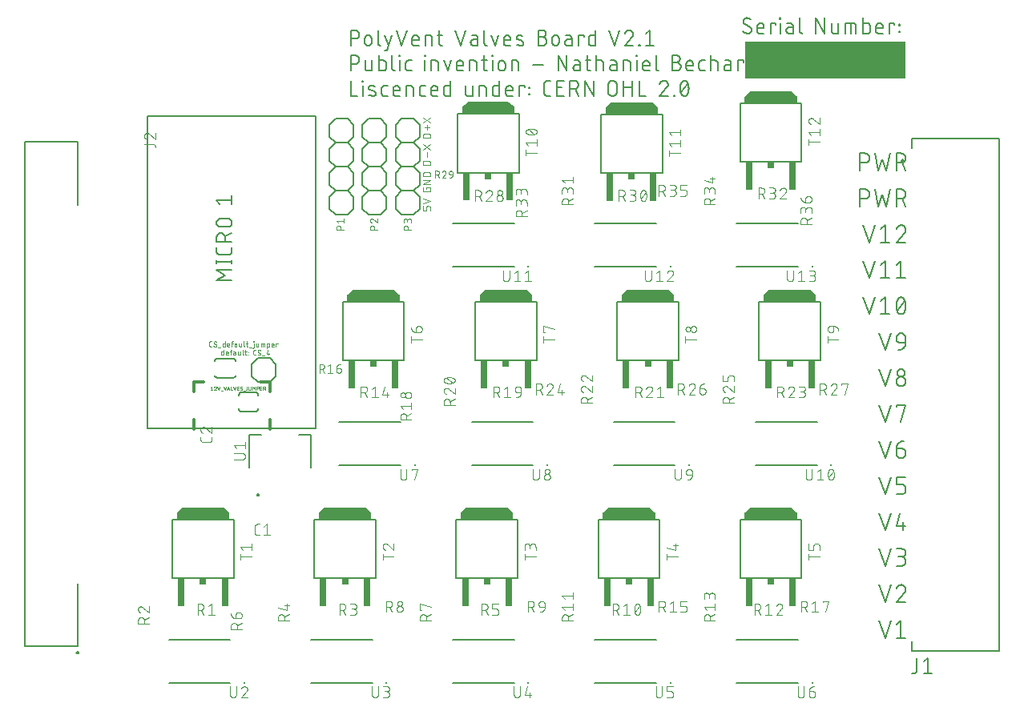
<source format=gbr>
G04 EAGLE Gerber RS-274X export*
G75*
%MOMM*%
%FSLAX34Y34*%
%LPD*%
%INSilkscreen Top*%
%IPPOS*%
%AMOC8*
5,1,8,0,0,1.08239X$1,22.5*%
G01*
%ADD10C,0.050800*%
%ADD11C,0.152400*%
%ADD12R,17.000000X4.000000*%
%ADD13C,0.076200*%
%ADD14C,0.127000*%
%ADD15C,0.200000*%
%ADD16C,0.101600*%
%ADD17C,0.254000*%
%ADD18R,0.800000X3.000000*%
%ADD19R,0.800000X0.700000*%
%ADD20C,0.203200*%
%ADD21C,0.304800*%
%ADD22C,0.025400*%

G36*
X815795Y707427D02*
X815795Y707427D01*
X815861Y707429D01*
X815904Y707447D01*
X815951Y707455D01*
X816008Y707489D01*
X816068Y707514D01*
X816103Y707545D01*
X816144Y707570D01*
X816186Y707621D01*
X816234Y707665D01*
X816256Y707707D01*
X816285Y707744D01*
X816306Y707806D01*
X816337Y707865D01*
X816345Y707919D01*
X816357Y707956D01*
X816356Y707996D01*
X816364Y708050D01*
X816364Y715050D01*
X816352Y715119D01*
X816351Y715157D01*
X816350Y715159D01*
X816348Y715191D01*
X816332Y715230D01*
X816325Y715271D01*
X816288Y715332D01*
X816261Y715397D01*
X816229Y715433D01*
X816210Y715464D01*
X816177Y715491D01*
X816136Y715537D01*
X810136Y720537D01*
X810124Y720544D01*
X810115Y720554D01*
X810027Y720599D01*
X809941Y720648D01*
X809928Y720650D01*
X809915Y720657D01*
X809730Y720684D01*
X767730Y720684D01*
X767717Y720682D01*
X767703Y720684D01*
X767606Y720662D01*
X767509Y720645D01*
X767497Y720638D01*
X767484Y720635D01*
X767324Y720537D01*
X761324Y715537D01*
X761278Y715483D01*
X761226Y715435D01*
X761207Y715398D01*
X761180Y715365D01*
X761156Y715299D01*
X761123Y715235D01*
X761116Y715188D01*
X761104Y715154D01*
X761105Y715126D01*
X761103Y715120D01*
X761103Y715101D01*
X761096Y715050D01*
X761096Y708050D01*
X761107Y707985D01*
X761109Y707919D01*
X761127Y707876D01*
X761135Y707829D01*
X761169Y707772D01*
X761194Y707712D01*
X761225Y707677D01*
X761250Y707636D01*
X761301Y707595D01*
X761345Y707546D01*
X761387Y707524D01*
X761424Y707495D01*
X761486Y707474D01*
X761545Y707443D01*
X761599Y707435D01*
X761636Y707423D01*
X761676Y707424D01*
X761730Y707416D01*
X815730Y707416D01*
X815795Y707427D01*
G37*
G36*
X517095Y696227D02*
X517095Y696227D01*
X517161Y696229D01*
X517204Y696247D01*
X517251Y696255D01*
X517308Y696289D01*
X517368Y696314D01*
X517403Y696345D01*
X517444Y696370D01*
X517486Y696421D01*
X517534Y696465D01*
X517556Y696507D01*
X517585Y696544D01*
X517606Y696606D01*
X517637Y696665D01*
X517645Y696719D01*
X517657Y696756D01*
X517656Y696796D01*
X517664Y696850D01*
X517664Y703850D01*
X517652Y703919D01*
X517651Y703957D01*
X517650Y703959D01*
X517648Y703991D01*
X517632Y704030D01*
X517625Y704071D01*
X517588Y704132D01*
X517561Y704197D01*
X517529Y704233D01*
X517510Y704264D01*
X517477Y704291D01*
X517436Y704337D01*
X511436Y709337D01*
X511424Y709344D01*
X511415Y709354D01*
X511327Y709399D01*
X511241Y709448D01*
X511228Y709450D01*
X511215Y709457D01*
X511030Y709484D01*
X469030Y709484D01*
X469017Y709482D01*
X469003Y709484D01*
X468906Y709462D01*
X468809Y709445D01*
X468797Y709438D01*
X468784Y709435D01*
X468624Y709337D01*
X462624Y704337D01*
X462578Y704283D01*
X462526Y704235D01*
X462507Y704198D01*
X462480Y704165D01*
X462456Y704099D01*
X462423Y704035D01*
X462416Y703988D01*
X462404Y703954D01*
X462405Y703926D01*
X462403Y703920D01*
X462403Y703901D01*
X462396Y703850D01*
X462396Y696850D01*
X462407Y696785D01*
X462409Y696719D01*
X462427Y696676D01*
X462435Y696629D01*
X462469Y696572D01*
X462494Y696512D01*
X462525Y696477D01*
X462550Y696436D01*
X462601Y696395D01*
X462645Y696346D01*
X462687Y696324D01*
X462724Y696295D01*
X462786Y696274D01*
X462845Y696243D01*
X462899Y696235D01*
X462936Y696223D01*
X462976Y696224D01*
X463030Y696216D01*
X517030Y696216D01*
X517095Y696227D01*
G37*
G36*
X668695Y695527D02*
X668695Y695527D01*
X668761Y695529D01*
X668804Y695547D01*
X668851Y695555D01*
X668908Y695589D01*
X668968Y695614D01*
X669003Y695645D01*
X669044Y695670D01*
X669086Y695721D01*
X669134Y695765D01*
X669156Y695807D01*
X669185Y695844D01*
X669206Y695906D01*
X669237Y695965D01*
X669245Y696019D01*
X669257Y696056D01*
X669256Y696096D01*
X669264Y696150D01*
X669264Y703150D01*
X669252Y703219D01*
X669251Y703257D01*
X669250Y703259D01*
X669248Y703291D01*
X669232Y703330D01*
X669225Y703371D01*
X669188Y703432D01*
X669161Y703497D01*
X669129Y703533D01*
X669110Y703564D01*
X669077Y703591D01*
X669036Y703637D01*
X663036Y708637D01*
X663024Y708644D01*
X663015Y708654D01*
X662927Y708699D01*
X662841Y708748D01*
X662828Y708750D01*
X662815Y708757D01*
X662630Y708784D01*
X620630Y708784D01*
X620617Y708782D01*
X620603Y708784D01*
X620506Y708762D01*
X620409Y708745D01*
X620397Y708738D01*
X620384Y708735D01*
X620224Y708637D01*
X614224Y703637D01*
X614178Y703583D01*
X614126Y703535D01*
X614107Y703498D01*
X614080Y703465D01*
X614056Y703399D01*
X614023Y703335D01*
X614016Y703288D01*
X614004Y703254D01*
X614005Y703226D01*
X614003Y703220D01*
X614003Y703201D01*
X613996Y703150D01*
X613996Y696150D01*
X614007Y696085D01*
X614009Y696019D01*
X614027Y695976D01*
X614035Y695929D01*
X614069Y695872D01*
X614094Y695812D01*
X614125Y695777D01*
X614150Y695736D01*
X614201Y695695D01*
X614245Y695646D01*
X614287Y695624D01*
X614324Y695595D01*
X614386Y695574D01*
X614445Y695543D01*
X614499Y695535D01*
X614536Y695523D01*
X614576Y695524D01*
X614630Y695516D01*
X668630Y695516D01*
X668695Y695527D01*
G37*
G36*
X365795Y267427D02*
X365795Y267427D01*
X365861Y267429D01*
X365904Y267447D01*
X365951Y267455D01*
X366008Y267489D01*
X366068Y267514D01*
X366103Y267545D01*
X366144Y267570D01*
X366186Y267621D01*
X366234Y267665D01*
X366256Y267707D01*
X366285Y267744D01*
X366306Y267806D01*
X366337Y267865D01*
X366345Y267919D01*
X366357Y267956D01*
X366356Y267996D01*
X366364Y268050D01*
X366364Y275050D01*
X366352Y275119D01*
X366351Y275157D01*
X366350Y275159D01*
X366348Y275191D01*
X366332Y275230D01*
X366325Y275271D01*
X366288Y275332D01*
X366261Y275397D01*
X366229Y275433D01*
X366210Y275464D01*
X366177Y275491D01*
X366136Y275537D01*
X360136Y280537D01*
X360124Y280544D01*
X360115Y280554D01*
X360027Y280599D01*
X359941Y280648D01*
X359928Y280650D01*
X359915Y280657D01*
X359730Y280684D01*
X317730Y280684D01*
X317717Y280682D01*
X317703Y280684D01*
X317606Y280662D01*
X317509Y280645D01*
X317497Y280638D01*
X317484Y280635D01*
X317324Y280537D01*
X311324Y275537D01*
X311278Y275483D01*
X311226Y275435D01*
X311207Y275398D01*
X311180Y275365D01*
X311156Y275299D01*
X311123Y275235D01*
X311116Y275188D01*
X311104Y275154D01*
X311105Y275126D01*
X311103Y275120D01*
X311103Y275101D01*
X311096Y275050D01*
X311096Y268050D01*
X311107Y267985D01*
X311109Y267919D01*
X311127Y267876D01*
X311135Y267829D01*
X311169Y267772D01*
X311194Y267712D01*
X311225Y267677D01*
X311250Y267636D01*
X311301Y267595D01*
X311345Y267546D01*
X311387Y267524D01*
X311424Y267495D01*
X311486Y267474D01*
X311545Y267443D01*
X311599Y267435D01*
X311636Y267423D01*
X311676Y267424D01*
X311730Y267416D01*
X365730Y267416D01*
X365795Y267427D01*
G37*
G36*
X515795Y267427D02*
X515795Y267427D01*
X515861Y267429D01*
X515904Y267447D01*
X515951Y267455D01*
X516008Y267489D01*
X516068Y267514D01*
X516103Y267545D01*
X516144Y267570D01*
X516186Y267621D01*
X516234Y267665D01*
X516256Y267707D01*
X516285Y267744D01*
X516306Y267806D01*
X516337Y267865D01*
X516345Y267919D01*
X516357Y267956D01*
X516356Y267996D01*
X516364Y268050D01*
X516364Y275050D01*
X516352Y275119D01*
X516351Y275157D01*
X516350Y275159D01*
X516348Y275191D01*
X516332Y275230D01*
X516325Y275271D01*
X516288Y275332D01*
X516261Y275397D01*
X516229Y275433D01*
X516210Y275464D01*
X516177Y275491D01*
X516136Y275537D01*
X510136Y280537D01*
X510124Y280544D01*
X510115Y280554D01*
X510027Y280599D01*
X509941Y280648D01*
X509928Y280650D01*
X509915Y280657D01*
X509730Y280684D01*
X467730Y280684D01*
X467717Y280682D01*
X467703Y280684D01*
X467606Y280662D01*
X467509Y280645D01*
X467497Y280638D01*
X467484Y280635D01*
X467324Y280537D01*
X461324Y275537D01*
X461278Y275483D01*
X461226Y275435D01*
X461207Y275398D01*
X461180Y275365D01*
X461156Y275299D01*
X461123Y275235D01*
X461116Y275188D01*
X461104Y275154D01*
X461105Y275126D01*
X461103Y275120D01*
X461103Y275101D01*
X461096Y275050D01*
X461096Y268050D01*
X461107Y267985D01*
X461109Y267919D01*
X461127Y267876D01*
X461135Y267829D01*
X461169Y267772D01*
X461194Y267712D01*
X461225Y267677D01*
X461250Y267636D01*
X461301Y267595D01*
X461345Y267546D01*
X461387Y267524D01*
X461424Y267495D01*
X461486Y267474D01*
X461545Y267443D01*
X461599Y267435D01*
X461636Y267423D01*
X461676Y267424D01*
X461730Y267416D01*
X515730Y267416D01*
X515795Y267427D01*
G37*
G36*
X665795Y267427D02*
X665795Y267427D01*
X665861Y267429D01*
X665904Y267447D01*
X665951Y267455D01*
X666008Y267489D01*
X666068Y267514D01*
X666103Y267545D01*
X666144Y267570D01*
X666186Y267621D01*
X666234Y267665D01*
X666256Y267707D01*
X666285Y267744D01*
X666306Y267806D01*
X666337Y267865D01*
X666345Y267919D01*
X666357Y267956D01*
X666356Y267996D01*
X666364Y268050D01*
X666364Y275050D01*
X666352Y275119D01*
X666351Y275157D01*
X666350Y275159D01*
X666348Y275191D01*
X666332Y275230D01*
X666325Y275271D01*
X666288Y275332D01*
X666261Y275397D01*
X666229Y275433D01*
X666210Y275464D01*
X666177Y275491D01*
X666136Y275537D01*
X660136Y280537D01*
X660124Y280544D01*
X660115Y280554D01*
X660027Y280599D01*
X659941Y280648D01*
X659928Y280650D01*
X659915Y280657D01*
X659730Y280684D01*
X617730Y280684D01*
X617717Y280682D01*
X617703Y280684D01*
X617606Y280662D01*
X617509Y280645D01*
X617497Y280638D01*
X617484Y280635D01*
X617324Y280537D01*
X611324Y275537D01*
X611278Y275483D01*
X611226Y275435D01*
X611207Y275398D01*
X611180Y275365D01*
X611156Y275299D01*
X611123Y275235D01*
X611116Y275188D01*
X611104Y275154D01*
X611105Y275126D01*
X611103Y275120D01*
X611103Y275101D01*
X611096Y275050D01*
X611096Y268050D01*
X611107Y267985D01*
X611109Y267919D01*
X611127Y267876D01*
X611135Y267829D01*
X611169Y267772D01*
X611194Y267712D01*
X611225Y267677D01*
X611250Y267636D01*
X611301Y267595D01*
X611345Y267546D01*
X611387Y267524D01*
X611424Y267495D01*
X611486Y267474D01*
X611545Y267443D01*
X611599Y267435D01*
X611636Y267423D01*
X611676Y267424D01*
X611730Y267416D01*
X665730Y267416D01*
X665795Y267427D01*
G37*
G36*
X215795Y267427D02*
X215795Y267427D01*
X215861Y267429D01*
X215904Y267447D01*
X215951Y267455D01*
X216008Y267489D01*
X216068Y267514D01*
X216103Y267545D01*
X216144Y267570D01*
X216186Y267621D01*
X216234Y267665D01*
X216256Y267707D01*
X216285Y267744D01*
X216306Y267806D01*
X216337Y267865D01*
X216345Y267919D01*
X216357Y267956D01*
X216356Y267996D01*
X216364Y268050D01*
X216364Y275050D01*
X216352Y275119D01*
X216351Y275157D01*
X216350Y275159D01*
X216348Y275191D01*
X216332Y275230D01*
X216325Y275271D01*
X216288Y275332D01*
X216261Y275397D01*
X216229Y275433D01*
X216210Y275464D01*
X216177Y275491D01*
X216136Y275537D01*
X210136Y280537D01*
X210124Y280544D01*
X210115Y280554D01*
X210027Y280599D01*
X209941Y280648D01*
X209928Y280650D01*
X209915Y280657D01*
X209730Y280684D01*
X167730Y280684D01*
X167717Y280682D01*
X167703Y280684D01*
X167606Y280662D01*
X167509Y280645D01*
X167497Y280638D01*
X167484Y280635D01*
X167324Y280537D01*
X161324Y275537D01*
X161278Y275483D01*
X161226Y275435D01*
X161207Y275398D01*
X161180Y275365D01*
X161156Y275299D01*
X161123Y275235D01*
X161116Y275188D01*
X161104Y275154D01*
X161105Y275126D01*
X161103Y275120D01*
X161103Y275101D01*
X161096Y275050D01*
X161096Y268050D01*
X161107Y267985D01*
X161109Y267919D01*
X161127Y267876D01*
X161135Y267829D01*
X161169Y267772D01*
X161194Y267712D01*
X161225Y267677D01*
X161250Y267636D01*
X161301Y267595D01*
X161345Y267546D01*
X161387Y267524D01*
X161424Y267495D01*
X161486Y267474D01*
X161545Y267443D01*
X161599Y267435D01*
X161636Y267423D01*
X161676Y267424D01*
X161730Y267416D01*
X215730Y267416D01*
X215795Y267427D01*
G37*
G36*
X815795Y267427D02*
X815795Y267427D01*
X815861Y267429D01*
X815904Y267447D01*
X815951Y267455D01*
X816008Y267489D01*
X816068Y267514D01*
X816103Y267545D01*
X816144Y267570D01*
X816186Y267621D01*
X816234Y267665D01*
X816256Y267707D01*
X816285Y267744D01*
X816306Y267806D01*
X816337Y267865D01*
X816345Y267919D01*
X816357Y267956D01*
X816356Y267996D01*
X816364Y268050D01*
X816364Y275050D01*
X816352Y275119D01*
X816351Y275157D01*
X816350Y275159D01*
X816348Y275191D01*
X816332Y275230D01*
X816325Y275271D01*
X816288Y275332D01*
X816261Y275397D01*
X816229Y275433D01*
X816210Y275464D01*
X816177Y275491D01*
X816136Y275537D01*
X810136Y280537D01*
X810124Y280544D01*
X810115Y280554D01*
X810027Y280599D01*
X809941Y280648D01*
X809928Y280650D01*
X809915Y280657D01*
X809730Y280684D01*
X767730Y280684D01*
X767717Y280682D01*
X767703Y280684D01*
X767606Y280662D01*
X767509Y280645D01*
X767497Y280638D01*
X767484Y280635D01*
X767324Y280537D01*
X761324Y275537D01*
X761278Y275483D01*
X761226Y275435D01*
X761207Y275398D01*
X761180Y275365D01*
X761156Y275299D01*
X761123Y275235D01*
X761116Y275188D01*
X761104Y275154D01*
X761105Y275126D01*
X761103Y275120D01*
X761103Y275101D01*
X761096Y275050D01*
X761096Y268050D01*
X761107Y267985D01*
X761109Y267919D01*
X761127Y267876D01*
X761135Y267829D01*
X761169Y267772D01*
X761194Y267712D01*
X761225Y267677D01*
X761250Y267636D01*
X761301Y267595D01*
X761345Y267546D01*
X761387Y267524D01*
X761424Y267495D01*
X761486Y267474D01*
X761545Y267443D01*
X761599Y267435D01*
X761636Y267423D01*
X761676Y267424D01*
X761730Y267416D01*
X815730Y267416D01*
X815795Y267427D01*
G37*
G36*
X535795Y497427D02*
X535795Y497427D01*
X535861Y497429D01*
X535904Y497447D01*
X535951Y497455D01*
X536008Y497489D01*
X536068Y497514D01*
X536103Y497545D01*
X536144Y497570D01*
X536186Y497621D01*
X536234Y497665D01*
X536256Y497707D01*
X536285Y497744D01*
X536306Y497806D01*
X536337Y497865D01*
X536345Y497919D01*
X536357Y497956D01*
X536356Y497996D01*
X536364Y498050D01*
X536364Y505050D01*
X536352Y505119D01*
X536351Y505157D01*
X536350Y505159D01*
X536348Y505191D01*
X536332Y505230D01*
X536325Y505271D01*
X536288Y505332D01*
X536261Y505397D01*
X536229Y505433D01*
X536210Y505464D01*
X536177Y505491D01*
X536136Y505537D01*
X530136Y510537D01*
X530124Y510544D01*
X530115Y510554D01*
X530027Y510599D01*
X529941Y510648D01*
X529928Y510650D01*
X529915Y510657D01*
X529730Y510684D01*
X487730Y510684D01*
X487717Y510682D01*
X487703Y510684D01*
X487606Y510662D01*
X487509Y510645D01*
X487497Y510638D01*
X487484Y510635D01*
X487324Y510537D01*
X481324Y505537D01*
X481278Y505483D01*
X481226Y505435D01*
X481207Y505398D01*
X481180Y505365D01*
X481156Y505299D01*
X481123Y505235D01*
X481116Y505188D01*
X481104Y505154D01*
X481105Y505126D01*
X481103Y505120D01*
X481103Y505101D01*
X481096Y505050D01*
X481096Y498050D01*
X481107Y497985D01*
X481109Y497919D01*
X481127Y497876D01*
X481135Y497829D01*
X481169Y497772D01*
X481194Y497712D01*
X481225Y497677D01*
X481250Y497636D01*
X481301Y497595D01*
X481345Y497546D01*
X481387Y497524D01*
X481424Y497495D01*
X481486Y497474D01*
X481545Y497443D01*
X481599Y497435D01*
X481636Y497423D01*
X481676Y497424D01*
X481730Y497416D01*
X535730Y497416D01*
X535795Y497427D01*
G37*
G36*
X395795Y497427D02*
X395795Y497427D01*
X395861Y497429D01*
X395904Y497447D01*
X395951Y497455D01*
X396008Y497489D01*
X396068Y497514D01*
X396103Y497545D01*
X396144Y497570D01*
X396186Y497621D01*
X396234Y497665D01*
X396256Y497707D01*
X396285Y497744D01*
X396306Y497806D01*
X396337Y497865D01*
X396345Y497919D01*
X396357Y497956D01*
X396356Y497996D01*
X396364Y498050D01*
X396364Y505050D01*
X396352Y505119D01*
X396351Y505157D01*
X396350Y505159D01*
X396348Y505191D01*
X396332Y505230D01*
X396325Y505271D01*
X396288Y505332D01*
X396261Y505397D01*
X396229Y505433D01*
X396210Y505464D01*
X396177Y505491D01*
X396136Y505537D01*
X390136Y510537D01*
X390124Y510544D01*
X390115Y510554D01*
X390027Y510599D01*
X389941Y510648D01*
X389928Y510650D01*
X389915Y510657D01*
X389730Y510684D01*
X347730Y510684D01*
X347717Y510682D01*
X347703Y510684D01*
X347606Y510662D01*
X347509Y510645D01*
X347497Y510638D01*
X347484Y510635D01*
X347324Y510537D01*
X341324Y505537D01*
X341278Y505483D01*
X341226Y505435D01*
X341207Y505398D01*
X341180Y505365D01*
X341156Y505299D01*
X341123Y505235D01*
X341116Y505188D01*
X341104Y505154D01*
X341105Y505126D01*
X341103Y505120D01*
X341103Y505101D01*
X341096Y505050D01*
X341096Y498050D01*
X341107Y497985D01*
X341109Y497919D01*
X341127Y497876D01*
X341135Y497829D01*
X341169Y497772D01*
X341194Y497712D01*
X341225Y497677D01*
X341250Y497636D01*
X341301Y497595D01*
X341345Y497546D01*
X341387Y497524D01*
X341424Y497495D01*
X341486Y497474D01*
X341545Y497443D01*
X341599Y497435D01*
X341636Y497423D01*
X341676Y497424D01*
X341730Y497416D01*
X395730Y497416D01*
X395795Y497427D01*
G37*
G36*
X835795Y497427D02*
X835795Y497427D01*
X835861Y497429D01*
X835904Y497447D01*
X835951Y497455D01*
X836008Y497489D01*
X836068Y497514D01*
X836103Y497545D01*
X836144Y497570D01*
X836186Y497621D01*
X836234Y497665D01*
X836256Y497707D01*
X836285Y497744D01*
X836306Y497806D01*
X836337Y497865D01*
X836345Y497919D01*
X836357Y497956D01*
X836356Y497996D01*
X836364Y498050D01*
X836364Y505050D01*
X836352Y505119D01*
X836351Y505157D01*
X836350Y505159D01*
X836348Y505191D01*
X836332Y505230D01*
X836325Y505271D01*
X836288Y505332D01*
X836261Y505397D01*
X836229Y505433D01*
X836210Y505464D01*
X836177Y505491D01*
X836136Y505537D01*
X830136Y510537D01*
X830124Y510544D01*
X830115Y510554D01*
X830027Y510599D01*
X829941Y510648D01*
X829928Y510650D01*
X829915Y510657D01*
X829730Y510684D01*
X787730Y510684D01*
X787717Y510682D01*
X787703Y510684D01*
X787606Y510662D01*
X787509Y510645D01*
X787497Y510638D01*
X787484Y510635D01*
X787324Y510537D01*
X781324Y505537D01*
X781278Y505483D01*
X781226Y505435D01*
X781207Y505398D01*
X781180Y505365D01*
X781156Y505299D01*
X781123Y505235D01*
X781116Y505188D01*
X781104Y505154D01*
X781105Y505126D01*
X781103Y505120D01*
X781103Y505101D01*
X781096Y505050D01*
X781096Y498050D01*
X781107Y497985D01*
X781109Y497919D01*
X781127Y497876D01*
X781135Y497829D01*
X781169Y497772D01*
X781194Y497712D01*
X781225Y497677D01*
X781250Y497636D01*
X781301Y497595D01*
X781345Y497546D01*
X781387Y497524D01*
X781424Y497495D01*
X781486Y497474D01*
X781545Y497443D01*
X781599Y497435D01*
X781636Y497423D01*
X781676Y497424D01*
X781730Y497416D01*
X835730Y497416D01*
X835795Y497427D01*
G37*
G36*
X685795Y497427D02*
X685795Y497427D01*
X685861Y497429D01*
X685904Y497447D01*
X685951Y497455D01*
X686008Y497489D01*
X686068Y497514D01*
X686103Y497545D01*
X686144Y497570D01*
X686186Y497621D01*
X686234Y497665D01*
X686256Y497707D01*
X686285Y497744D01*
X686306Y497806D01*
X686337Y497865D01*
X686345Y497919D01*
X686357Y497956D01*
X686356Y497996D01*
X686364Y498050D01*
X686364Y505050D01*
X686352Y505119D01*
X686351Y505157D01*
X686350Y505159D01*
X686348Y505191D01*
X686332Y505230D01*
X686325Y505271D01*
X686288Y505332D01*
X686261Y505397D01*
X686229Y505433D01*
X686210Y505464D01*
X686177Y505491D01*
X686136Y505537D01*
X680136Y510537D01*
X680124Y510544D01*
X680115Y510554D01*
X680027Y510599D01*
X679941Y510648D01*
X679928Y510650D01*
X679915Y510657D01*
X679730Y510684D01*
X637730Y510684D01*
X637717Y510682D01*
X637703Y510684D01*
X637606Y510662D01*
X637509Y510645D01*
X637497Y510638D01*
X637484Y510635D01*
X637324Y510537D01*
X631324Y505537D01*
X631278Y505483D01*
X631226Y505435D01*
X631207Y505398D01*
X631180Y505365D01*
X631156Y505299D01*
X631123Y505235D01*
X631116Y505188D01*
X631104Y505154D01*
X631105Y505126D01*
X631103Y505120D01*
X631103Y505101D01*
X631096Y505050D01*
X631096Y498050D01*
X631107Y497985D01*
X631109Y497919D01*
X631127Y497876D01*
X631135Y497829D01*
X631169Y497772D01*
X631194Y497712D01*
X631225Y497677D01*
X631250Y497636D01*
X631301Y497595D01*
X631345Y497546D01*
X631387Y497524D01*
X631424Y497495D01*
X631486Y497474D01*
X631545Y497443D01*
X631599Y497435D01*
X631636Y497423D01*
X631676Y497424D01*
X631730Y497416D01*
X685730Y497416D01*
X685795Y497427D01*
G37*
D10*
X197895Y450854D02*
X196674Y450854D01*
X196606Y450856D01*
X196537Y450862D01*
X196470Y450871D01*
X196403Y450885D01*
X196336Y450902D01*
X196271Y450922D01*
X196207Y450947D01*
X196145Y450975D01*
X196084Y451006D01*
X196025Y451041D01*
X195968Y451079D01*
X195913Y451120D01*
X195861Y451164D01*
X195811Y451211D01*
X195764Y451261D01*
X195720Y451313D01*
X195679Y451368D01*
X195641Y451425D01*
X195606Y451484D01*
X195575Y451545D01*
X195547Y451607D01*
X195522Y451671D01*
X195502Y451736D01*
X195485Y451803D01*
X195471Y451870D01*
X195462Y451937D01*
X195456Y452006D01*
X195454Y452074D01*
X195454Y455126D01*
X195456Y455194D01*
X195462Y455263D01*
X195471Y455330D01*
X195485Y455397D01*
X195502Y455464D01*
X195522Y455529D01*
X195547Y455593D01*
X195575Y455655D01*
X195606Y455716D01*
X195641Y455775D01*
X195679Y455832D01*
X195720Y455887D01*
X195764Y455939D01*
X195811Y455989D01*
X195861Y456036D01*
X195913Y456080D01*
X195968Y456121D01*
X196025Y456159D01*
X196084Y456194D01*
X196145Y456225D01*
X196207Y456253D01*
X196271Y456278D01*
X196336Y456298D01*
X196402Y456315D01*
X196470Y456329D01*
X196537Y456338D01*
X196606Y456344D01*
X196674Y456346D01*
X197895Y456346D01*
X202841Y452074D02*
X202839Y452006D01*
X202833Y451937D01*
X202824Y451870D01*
X202810Y451803D01*
X202793Y451736D01*
X202773Y451671D01*
X202748Y451607D01*
X202720Y451545D01*
X202689Y451484D01*
X202654Y451425D01*
X202616Y451368D01*
X202575Y451313D01*
X202531Y451261D01*
X202484Y451211D01*
X202434Y451164D01*
X202382Y451120D01*
X202327Y451079D01*
X202270Y451041D01*
X202211Y451006D01*
X202150Y450975D01*
X202088Y450947D01*
X202024Y450922D01*
X201959Y450902D01*
X201892Y450885D01*
X201825Y450871D01*
X201758Y450862D01*
X201689Y450856D01*
X201621Y450854D01*
X201524Y450856D01*
X201427Y450861D01*
X201331Y450870D01*
X201235Y450883D01*
X201139Y450899D01*
X201044Y450919D01*
X200950Y450943D01*
X200857Y450970D01*
X200765Y451000D01*
X200674Y451034D01*
X200585Y451071D01*
X200497Y451112D01*
X200411Y451156D01*
X200326Y451203D01*
X200243Y451253D01*
X200162Y451307D01*
X200083Y451363D01*
X200006Y451422D01*
X199932Y451484D01*
X199860Y451549D01*
X199791Y451617D01*
X199943Y455126D02*
X199945Y455194D01*
X199951Y455263D01*
X199960Y455330D01*
X199974Y455397D01*
X199991Y455464D01*
X200011Y455529D01*
X200036Y455593D01*
X200064Y455655D01*
X200095Y455716D01*
X200130Y455775D01*
X200168Y455832D01*
X200209Y455887D01*
X200253Y455939D01*
X200300Y455989D01*
X200350Y456036D01*
X200402Y456080D01*
X200457Y456121D01*
X200514Y456159D01*
X200573Y456194D01*
X200634Y456225D01*
X200696Y456253D01*
X200760Y456278D01*
X200825Y456298D01*
X200892Y456315D01*
X200959Y456329D01*
X201026Y456338D01*
X201095Y456344D01*
X201163Y456346D01*
X201255Y456344D01*
X201347Y456339D01*
X201438Y456329D01*
X201530Y456316D01*
X201620Y456300D01*
X201710Y456280D01*
X201799Y456256D01*
X201887Y456229D01*
X201973Y456198D01*
X202059Y456163D01*
X202143Y456126D01*
X202225Y456085D01*
X202306Y456040D01*
X202384Y455993D01*
X202461Y455942D01*
X202536Y455888D01*
X200553Y454059D02*
X200496Y454094D01*
X200440Y454134D01*
X200387Y454176D01*
X200336Y454220D01*
X200288Y454268D01*
X200243Y454318D01*
X200200Y454370D01*
X200160Y454425D01*
X200123Y454482D01*
X200090Y454541D01*
X200060Y454601D01*
X200033Y454664D01*
X200009Y454727D01*
X199989Y454792D01*
X199972Y454857D01*
X199960Y454924D01*
X199950Y454991D01*
X199945Y455058D01*
X199943Y455126D01*
X202232Y453142D02*
X202289Y453106D01*
X202344Y453067D01*
X202397Y453025D01*
X202448Y452980D01*
X202496Y452933D01*
X202542Y452883D01*
X202585Y452830D01*
X202625Y452775D01*
X202661Y452718D01*
X202695Y452660D01*
X202725Y452599D01*
X202752Y452537D01*
X202776Y452473D01*
X202796Y452409D01*
X202812Y452343D01*
X202825Y452276D01*
X202835Y452209D01*
X202840Y452142D01*
X202842Y452074D01*
X202231Y453142D02*
X200553Y454058D01*
X204775Y450244D02*
X207216Y450244D01*
X211687Y450854D02*
X211687Y456346D01*
X211687Y450854D02*
X210162Y450854D01*
X210105Y450856D01*
X210047Y450861D01*
X209991Y450870D01*
X209934Y450883D01*
X209879Y450899D01*
X209825Y450918D01*
X209772Y450941D01*
X209721Y450967D01*
X209672Y450996D01*
X209624Y451029D01*
X209579Y451064D01*
X209536Y451102D01*
X209495Y451143D01*
X209457Y451186D01*
X209422Y451231D01*
X209389Y451279D01*
X209360Y451328D01*
X209334Y451379D01*
X209311Y451432D01*
X209292Y451486D01*
X209276Y451541D01*
X209263Y451598D01*
X209254Y451654D01*
X209249Y451712D01*
X209247Y451769D01*
X209247Y453600D01*
X209249Y453657D01*
X209254Y453715D01*
X209263Y453771D01*
X209276Y453828D01*
X209292Y453883D01*
X209311Y453937D01*
X209334Y453990D01*
X209360Y454041D01*
X209389Y454090D01*
X209422Y454138D01*
X209457Y454183D01*
X209495Y454226D01*
X209536Y454267D01*
X209579Y454305D01*
X209624Y454340D01*
X209672Y454373D01*
X209721Y454402D01*
X209772Y454428D01*
X209825Y454451D01*
X209879Y454470D01*
X209934Y454486D01*
X209991Y454499D01*
X210047Y454508D01*
X210105Y454513D01*
X210162Y454515D01*
X211687Y454515D01*
X215051Y450854D02*
X216576Y450854D01*
X215051Y450854D02*
X214994Y450856D01*
X214936Y450861D01*
X214880Y450870D01*
X214823Y450883D01*
X214768Y450899D01*
X214714Y450918D01*
X214661Y450941D01*
X214610Y450967D01*
X214561Y450996D01*
X214513Y451029D01*
X214468Y451064D01*
X214425Y451102D01*
X214384Y451143D01*
X214346Y451186D01*
X214311Y451231D01*
X214278Y451279D01*
X214249Y451328D01*
X214223Y451379D01*
X214200Y451432D01*
X214181Y451486D01*
X214165Y451541D01*
X214152Y451598D01*
X214143Y451654D01*
X214138Y451712D01*
X214136Y451769D01*
X214135Y451769D02*
X214135Y453295D01*
X214136Y453295D02*
X214138Y453363D01*
X214144Y453432D01*
X214153Y453499D01*
X214167Y453566D01*
X214184Y453633D01*
X214204Y453698D01*
X214229Y453762D01*
X214257Y453824D01*
X214288Y453885D01*
X214323Y453944D01*
X214361Y454001D01*
X214402Y454056D01*
X214446Y454108D01*
X214493Y454158D01*
X214543Y454205D01*
X214595Y454249D01*
X214650Y454290D01*
X214707Y454328D01*
X214766Y454363D01*
X214827Y454394D01*
X214889Y454422D01*
X214953Y454447D01*
X215018Y454467D01*
X215085Y454484D01*
X215152Y454498D01*
X215219Y454507D01*
X215288Y454513D01*
X215356Y454515D01*
X215424Y454513D01*
X215493Y454507D01*
X215560Y454498D01*
X215627Y454484D01*
X215694Y454467D01*
X215759Y454447D01*
X215823Y454422D01*
X215885Y454394D01*
X215946Y454363D01*
X216005Y454328D01*
X216062Y454290D01*
X216117Y454249D01*
X216169Y454205D01*
X216219Y454158D01*
X216266Y454108D01*
X216310Y454056D01*
X216351Y454001D01*
X216389Y453944D01*
X216424Y453885D01*
X216455Y453824D01*
X216483Y453762D01*
X216508Y453698D01*
X216528Y453633D01*
X216545Y453566D01*
X216559Y453499D01*
X216568Y453432D01*
X216574Y453363D01*
X216576Y453295D01*
X216576Y452685D01*
X214135Y452685D01*
X219109Y450854D02*
X219109Y455431D01*
X219110Y455431D02*
X219112Y455491D01*
X219118Y455550D01*
X219128Y455610D01*
X219141Y455668D01*
X219159Y455725D01*
X219180Y455781D01*
X219204Y455836D01*
X219233Y455888D01*
X219264Y455939D01*
X219299Y455988D01*
X219337Y456034D01*
X219378Y456078D01*
X219422Y456119D01*
X219468Y456157D01*
X219517Y456192D01*
X219567Y456223D01*
X219620Y456252D01*
X219675Y456276D01*
X219731Y456297D01*
X219788Y456315D01*
X219846Y456328D01*
X219906Y456338D01*
X219965Y456344D01*
X220025Y456346D01*
X220330Y456346D01*
X220330Y454515D02*
X218499Y454515D01*
X222914Y452990D02*
X224287Y452990D01*
X222914Y452990D02*
X222850Y452988D01*
X222785Y452982D01*
X222721Y452973D01*
X222658Y452959D01*
X222596Y452942D01*
X222535Y452921D01*
X222476Y452896D01*
X222418Y452868D01*
X222361Y452836D01*
X222307Y452801D01*
X222255Y452763D01*
X222206Y452721D01*
X222159Y452677D01*
X222115Y452630D01*
X222073Y452581D01*
X222035Y452529D01*
X222000Y452475D01*
X221968Y452418D01*
X221940Y452360D01*
X221915Y452301D01*
X221894Y452240D01*
X221877Y452178D01*
X221863Y452115D01*
X221854Y452051D01*
X221848Y451986D01*
X221846Y451922D01*
X221848Y451858D01*
X221854Y451793D01*
X221863Y451729D01*
X221877Y451666D01*
X221894Y451604D01*
X221915Y451543D01*
X221940Y451484D01*
X221968Y451426D01*
X222000Y451369D01*
X222035Y451315D01*
X222073Y451263D01*
X222115Y451214D01*
X222159Y451167D01*
X222206Y451123D01*
X222255Y451081D01*
X222307Y451043D01*
X222361Y451008D01*
X222418Y450976D01*
X222476Y450948D01*
X222535Y450923D01*
X222596Y450902D01*
X222658Y450885D01*
X222721Y450871D01*
X222785Y450862D01*
X222850Y450856D01*
X222914Y450854D01*
X224287Y450854D01*
X224287Y453600D01*
X224285Y453657D01*
X224280Y453715D01*
X224271Y453771D01*
X224258Y453828D01*
X224242Y453883D01*
X224223Y453937D01*
X224200Y453990D01*
X224174Y454041D01*
X224145Y454090D01*
X224112Y454138D01*
X224077Y454183D01*
X224039Y454226D01*
X223998Y454267D01*
X223955Y454305D01*
X223910Y454340D01*
X223862Y454373D01*
X223813Y454402D01*
X223762Y454428D01*
X223709Y454451D01*
X223655Y454470D01*
X223600Y454486D01*
X223543Y454499D01*
X223487Y454508D01*
X223429Y454513D01*
X223372Y454515D01*
X222152Y454515D01*
X226915Y454515D02*
X226915Y451769D01*
X226917Y451712D01*
X226922Y451654D01*
X226931Y451598D01*
X226944Y451541D01*
X226960Y451486D01*
X226979Y451432D01*
X227002Y451379D01*
X227028Y451328D01*
X227057Y451279D01*
X227090Y451231D01*
X227125Y451186D01*
X227163Y451143D01*
X227204Y451102D01*
X227247Y451064D01*
X227292Y451029D01*
X227340Y450996D01*
X227389Y450967D01*
X227440Y450941D01*
X227493Y450918D01*
X227547Y450899D01*
X227602Y450883D01*
X227659Y450870D01*
X227715Y450861D01*
X227773Y450856D01*
X227830Y450854D01*
X229356Y450854D01*
X229356Y454515D01*
X231843Y456346D02*
X231843Y451769D01*
X231845Y451712D01*
X231850Y451654D01*
X231859Y451598D01*
X231872Y451541D01*
X231888Y451486D01*
X231907Y451432D01*
X231930Y451379D01*
X231956Y451328D01*
X231985Y451279D01*
X232018Y451231D01*
X232053Y451186D01*
X232091Y451143D01*
X232132Y451102D01*
X232175Y451064D01*
X232220Y451029D01*
X232268Y450996D01*
X232317Y450967D01*
X232368Y450941D01*
X232421Y450918D01*
X232475Y450899D01*
X232530Y450883D01*
X232587Y450870D01*
X232643Y450861D01*
X232701Y450856D01*
X232758Y450854D01*
X234195Y454515D02*
X236026Y454515D01*
X234806Y456346D02*
X234806Y451769D01*
X234808Y451712D01*
X234813Y451654D01*
X234822Y451598D01*
X234835Y451541D01*
X234851Y451486D01*
X234870Y451432D01*
X234893Y451379D01*
X234919Y451328D01*
X234948Y451279D01*
X234981Y451231D01*
X235016Y451186D01*
X235054Y451143D01*
X235095Y451102D01*
X235138Y451064D01*
X235183Y451029D01*
X235231Y450996D01*
X235280Y450967D01*
X235331Y450941D01*
X235384Y450918D01*
X235438Y450899D01*
X235493Y450883D01*
X235550Y450870D01*
X235606Y450861D01*
X235664Y450856D01*
X235721Y450854D01*
X236026Y450854D01*
X237895Y450244D02*
X240336Y450244D01*
X242259Y449939D02*
X242259Y454515D01*
X242259Y449939D02*
X242257Y449879D01*
X242251Y449820D01*
X242241Y449760D01*
X242228Y449702D01*
X242210Y449645D01*
X242189Y449589D01*
X242165Y449534D01*
X242136Y449482D01*
X242105Y449431D01*
X242070Y449382D01*
X242032Y449336D01*
X241991Y449292D01*
X241947Y449251D01*
X241901Y449213D01*
X241852Y449178D01*
X241802Y449147D01*
X241749Y449118D01*
X241694Y449094D01*
X241638Y449073D01*
X241581Y449055D01*
X241523Y449042D01*
X241463Y449032D01*
X241404Y449026D01*
X241344Y449024D01*
X241344Y449023D02*
X241039Y449023D01*
X242107Y456041D02*
X242107Y456346D01*
X242412Y456346D01*
X242412Y456041D01*
X242107Y456041D01*
X244735Y454515D02*
X244735Y451769D01*
X244737Y451712D01*
X244742Y451654D01*
X244751Y451598D01*
X244764Y451541D01*
X244780Y451486D01*
X244799Y451432D01*
X244822Y451379D01*
X244848Y451328D01*
X244877Y451279D01*
X244910Y451231D01*
X244945Y451186D01*
X244983Y451143D01*
X245024Y451102D01*
X245067Y451064D01*
X245112Y451029D01*
X245160Y450996D01*
X245209Y450967D01*
X245260Y450941D01*
X245313Y450918D01*
X245367Y450899D01*
X245422Y450883D01*
X245479Y450870D01*
X245535Y450861D01*
X245593Y450856D01*
X245650Y450854D01*
X247176Y450854D01*
X247176Y454515D01*
X249885Y454515D02*
X249885Y450854D01*
X249885Y454515D02*
X252631Y454515D01*
X252688Y454513D01*
X252746Y454508D01*
X252802Y454499D01*
X252859Y454486D01*
X252914Y454470D01*
X252968Y454451D01*
X253021Y454428D01*
X253072Y454402D01*
X253121Y454373D01*
X253169Y454340D01*
X253214Y454305D01*
X253257Y454267D01*
X253298Y454226D01*
X253336Y454183D01*
X253371Y454138D01*
X253404Y454090D01*
X253433Y454041D01*
X253459Y453990D01*
X253482Y453937D01*
X253501Y453883D01*
X253517Y453828D01*
X253530Y453771D01*
X253539Y453715D01*
X253544Y453657D01*
X253546Y453600D01*
X253546Y450854D01*
X251716Y450854D02*
X251716Y454515D01*
X256284Y454515D02*
X256284Y449023D01*
X256284Y454515D02*
X257809Y454515D01*
X257869Y454513D01*
X257928Y454507D01*
X257988Y454497D01*
X258046Y454484D01*
X258103Y454466D01*
X258159Y454445D01*
X258214Y454421D01*
X258266Y454392D01*
X258317Y454361D01*
X258366Y454326D01*
X258412Y454288D01*
X258456Y454247D01*
X258497Y454203D01*
X258535Y454157D01*
X258570Y454108D01*
X258601Y454058D01*
X258630Y454005D01*
X258654Y453950D01*
X258675Y453894D01*
X258693Y453837D01*
X258706Y453779D01*
X258716Y453719D01*
X258722Y453660D01*
X258724Y453600D01*
X258725Y453600D02*
X258725Y451769D01*
X258724Y451769D02*
X258722Y451712D01*
X258717Y451654D01*
X258708Y451598D01*
X258695Y451541D01*
X258679Y451486D01*
X258660Y451432D01*
X258637Y451379D01*
X258611Y451328D01*
X258582Y451279D01*
X258549Y451231D01*
X258514Y451186D01*
X258476Y451143D01*
X258435Y451102D01*
X258392Y451064D01*
X258347Y451029D01*
X258299Y450996D01*
X258250Y450967D01*
X258199Y450941D01*
X258146Y450918D01*
X258092Y450899D01*
X258037Y450883D01*
X257980Y450870D01*
X257924Y450861D01*
X257866Y450856D01*
X257809Y450854D01*
X256284Y450854D01*
X261850Y450854D02*
X263376Y450854D01*
X261850Y450854D02*
X261793Y450856D01*
X261735Y450861D01*
X261679Y450870D01*
X261622Y450883D01*
X261567Y450899D01*
X261513Y450918D01*
X261460Y450941D01*
X261409Y450967D01*
X261360Y450996D01*
X261312Y451029D01*
X261267Y451064D01*
X261224Y451102D01*
X261183Y451143D01*
X261145Y451186D01*
X261110Y451231D01*
X261077Y451279D01*
X261048Y451328D01*
X261022Y451379D01*
X260999Y451432D01*
X260980Y451486D01*
X260964Y451541D01*
X260951Y451598D01*
X260942Y451654D01*
X260937Y451712D01*
X260935Y451769D01*
X260935Y453295D01*
X260937Y453363D01*
X260943Y453432D01*
X260952Y453499D01*
X260966Y453566D01*
X260983Y453633D01*
X261003Y453698D01*
X261028Y453762D01*
X261056Y453824D01*
X261087Y453885D01*
X261122Y453944D01*
X261160Y454001D01*
X261201Y454056D01*
X261245Y454108D01*
X261292Y454158D01*
X261342Y454205D01*
X261394Y454249D01*
X261449Y454290D01*
X261506Y454328D01*
X261565Y454363D01*
X261626Y454394D01*
X261688Y454422D01*
X261752Y454447D01*
X261817Y454467D01*
X261884Y454484D01*
X261951Y454498D01*
X262018Y454507D01*
X262087Y454513D01*
X262155Y454515D01*
X262223Y454513D01*
X262292Y454507D01*
X262359Y454498D01*
X262426Y454484D01*
X262493Y454467D01*
X262558Y454447D01*
X262622Y454422D01*
X262684Y454394D01*
X262745Y454363D01*
X262804Y454328D01*
X262861Y454290D01*
X262916Y454249D01*
X262968Y454205D01*
X263018Y454158D01*
X263065Y454108D01*
X263109Y454056D01*
X263150Y454001D01*
X263188Y453944D01*
X263223Y453885D01*
X263254Y453824D01*
X263282Y453762D01*
X263307Y453698D01*
X263327Y453633D01*
X263344Y453566D01*
X263358Y453499D01*
X263367Y453432D01*
X263373Y453363D01*
X263375Y453295D01*
X263376Y453295D02*
X263376Y452685D01*
X260935Y452685D01*
X265827Y450854D02*
X265827Y454515D01*
X267658Y454515D01*
X267658Y453905D01*
X210286Y447346D02*
X210286Y441854D01*
X208761Y441854D01*
X208704Y441856D01*
X208646Y441861D01*
X208590Y441870D01*
X208533Y441883D01*
X208478Y441899D01*
X208424Y441918D01*
X208371Y441941D01*
X208320Y441967D01*
X208271Y441996D01*
X208223Y442029D01*
X208178Y442064D01*
X208135Y442102D01*
X208094Y442143D01*
X208056Y442186D01*
X208021Y442231D01*
X207988Y442279D01*
X207959Y442328D01*
X207933Y442379D01*
X207910Y442432D01*
X207891Y442486D01*
X207875Y442541D01*
X207862Y442598D01*
X207853Y442654D01*
X207848Y442712D01*
X207846Y442769D01*
X207845Y442769D02*
X207845Y444600D01*
X207846Y444600D02*
X207848Y444657D01*
X207853Y444715D01*
X207862Y444771D01*
X207875Y444828D01*
X207891Y444883D01*
X207910Y444937D01*
X207933Y444990D01*
X207959Y445041D01*
X207988Y445090D01*
X208021Y445138D01*
X208056Y445183D01*
X208094Y445226D01*
X208135Y445267D01*
X208178Y445305D01*
X208223Y445340D01*
X208271Y445373D01*
X208320Y445402D01*
X208371Y445428D01*
X208424Y445451D01*
X208478Y445470D01*
X208533Y445486D01*
X208590Y445499D01*
X208646Y445508D01*
X208704Y445513D01*
X208761Y445515D01*
X210286Y445515D01*
X213649Y441854D02*
X215175Y441854D01*
X213649Y441854D02*
X213592Y441856D01*
X213534Y441861D01*
X213478Y441870D01*
X213421Y441883D01*
X213366Y441899D01*
X213312Y441918D01*
X213259Y441941D01*
X213208Y441967D01*
X213159Y441996D01*
X213111Y442029D01*
X213066Y442064D01*
X213023Y442102D01*
X212982Y442143D01*
X212944Y442186D01*
X212909Y442231D01*
X212876Y442279D01*
X212847Y442328D01*
X212821Y442379D01*
X212798Y442432D01*
X212779Y442486D01*
X212763Y442541D01*
X212750Y442598D01*
X212741Y442654D01*
X212736Y442712D01*
X212734Y442769D01*
X212734Y444295D01*
X212736Y444363D01*
X212742Y444432D01*
X212751Y444499D01*
X212765Y444566D01*
X212782Y444633D01*
X212802Y444698D01*
X212827Y444762D01*
X212855Y444824D01*
X212886Y444885D01*
X212921Y444944D01*
X212959Y445001D01*
X213000Y445056D01*
X213044Y445108D01*
X213091Y445158D01*
X213141Y445205D01*
X213193Y445249D01*
X213248Y445290D01*
X213305Y445328D01*
X213364Y445363D01*
X213425Y445394D01*
X213487Y445422D01*
X213551Y445447D01*
X213616Y445467D01*
X213683Y445484D01*
X213750Y445498D01*
X213817Y445507D01*
X213886Y445513D01*
X213954Y445515D01*
X214022Y445513D01*
X214091Y445507D01*
X214158Y445498D01*
X214225Y445484D01*
X214292Y445467D01*
X214357Y445447D01*
X214421Y445422D01*
X214483Y445394D01*
X214544Y445363D01*
X214603Y445328D01*
X214660Y445290D01*
X214715Y445249D01*
X214767Y445205D01*
X214817Y445158D01*
X214864Y445108D01*
X214908Y445056D01*
X214949Y445001D01*
X214987Y444944D01*
X215022Y444885D01*
X215053Y444824D01*
X215081Y444762D01*
X215106Y444698D01*
X215126Y444633D01*
X215143Y444566D01*
X215157Y444499D01*
X215166Y444432D01*
X215172Y444363D01*
X215174Y444295D01*
X215175Y444295D02*
X215175Y443685D01*
X212734Y443685D01*
X217708Y441854D02*
X217708Y446431D01*
X217710Y446491D01*
X217716Y446550D01*
X217726Y446610D01*
X217739Y446668D01*
X217757Y446725D01*
X217778Y446781D01*
X217802Y446836D01*
X217831Y446888D01*
X217862Y446939D01*
X217897Y446988D01*
X217935Y447034D01*
X217976Y447078D01*
X218020Y447119D01*
X218066Y447157D01*
X218115Y447192D01*
X218165Y447223D01*
X218218Y447252D01*
X218273Y447276D01*
X218329Y447297D01*
X218386Y447315D01*
X218444Y447328D01*
X218504Y447338D01*
X218563Y447344D01*
X218623Y447346D01*
X218929Y447346D01*
X218929Y445515D02*
X217098Y445515D01*
X221513Y443990D02*
X222886Y443990D01*
X221513Y443990D02*
X221449Y443988D01*
X221384Y443982D01*
X221320Y443973D01*
X221257Y443959D01*
X221195Y443942D01*
X221134Y443921D01*
X221075Y443896D01*
X221017Y443868D01*
X220960Y443836D01*
X220906Y443801D01*
X220854Y443763D01*
X220805Y443721D01*
X220758Y443677D01*
X220714Y443630D01*
X220672Y443581D01*
X220634Y443529D01*
X220599Y443475D01*
X220567Y443418D01*
X220539Y443360D01*
X220514Y443301D01*
X220493Y443240D01*
X220476Y443178D01*
X220462Y443115D01*
X220453Y443051D01*
X220447Y442986D01*
X220445Y442922D01*
X220447Y442858D01*
X220453Y442793D01*
X220462Y442729D01*
X220476Y442666D01*
X220493Y442604D01*
X220514Y442543D01*
X220539Y442484D01*
X220567Y442426D01*
X220599Y442369D01*
X220634Y442315D01*
X220672Y442263D01*
X220714Y442214D01*
X220758Y442167D01*
X220805Y442123D01*
X220854Y442081D01*
X220906Y442043D01*
X220960Y442008D01*
X221017Y441976D01*
X221075Y441948D01*
X221134Y441923D01*
X221195Y441902D01*
X221257Y441885D01*
X221320Y441871D01*
X221384Y441862D01*
X221449Y441856D01*
X221513Y441854D01*
X222886Y441854D01*
X222886Y444600D01*
X222884Y444657D01*
X222879Y444715D01*
X222870Y444771D01*
X222857Y444828D01*
X222841Y444883D01*
X222822Y444937D01*
X222799Y444990D01*
X222773Y445041D01*
X222744Y445090D01*
X222711Y445138D01*
X222676Y445183D01*
X222638Y445226D01*
X222597Y445267D01*
X222554Y445305D01*
X222509Y445340D01*
X222461Y445373D01*
X222412Y445402D01*
X222361Y445428D01*
X222308Y445451D01*
X222254Y445470D01*
X222199Y445486D01*
X222142Y445499D01*
X222086Y445508D01*
X222028Y445513D01*
X221971Y445515D01*
X220750Y445515D01*
X225514Y445515D02*
X225514Y442769D01*
X225516Y442712D01*
X225521Y442654D01*
X225530Y442598D01*
X225543Y442541D01*
X225559Y442486D01*
X225578Y442432D01*
X225601Y442379D01*
X225627Y442328D01*
X225656Y442279D01*
X225689Y442231D01*
X225724Y442186D01*
X225762Y442143D01*
X225803Y442102D01*
X225846Y442064D01*
X225891Y442029D01*
X225939Y441996D01*
X225988Y441967D01*
X226039Y441941D01*
X226092Y441918D01*
X226146Y441899D01*
X226201Y441883D01*
X226258Y441870D01*
X226314Y441861D01*
X226372Y441856D01*
X226429Y441854D01*
X227955Y441854D01*
X227955Y445515D01*
X230441Y447346D02*
X230441Y442769D01*
X230442Y442769D02*
X230444Y442712D01*
X230449Y442654D01*
X230458Y442598D01*
X230471Y442541D01*
X230487Y442486D01*
X230506Y442432D01*
X230529Y442379D01*
X230555Y442328D01*
X230584Y442279D01*
X230617Y442231D01*
X230652Y442186D01*
X230690Y442143D01*
X230731Y442102D01*
X230774Y442064D01*
X230819Y442029D01*
X230867Y441996D01*
X230916Y441967D01*
X230967Y441941D01*
X231020Y441918D01*
X231074Y441899D01*
X231129Y441883D01*
X231186Y441870D01*
X231242Y441861D01*
X231300Y441856D01*
X231357Y441854D01*
X232794Y445515D02*
X234625Y445515D01*
X233404Y447346D02*
X233404Y442769D01*
X233405Y442769D02*
X233407Y442712D01*
X233412Y442654D01*
X233421Y442598D01*
X233434Y442541D01*
X233450Y442486D01*
X233469Y442432D01*
X233492Y442379D01*
X233518Y442328D01*
X233547Y442279D01*
X233580Y442231D01*
X233615Y442186D01*
X233653Y442143D01*
X233694Y442102D01*
X233737Y442064D01*
X233782Y442029D01*
X233830Y441996D01*
X233879Y441967D01*
X233930Y441941D01*
X233983Y441918D01*
X234037Y441899D01*
X234092Y441883D01*
X234149Y441870D01*
X234205Y441861D01*
X234263Y441856D01*
X234320Y441854D01*
X234625Y441854D01*
X236662Y442312D02*
X236662Y442617D01*
X236967Y442617D01*
X236967Y442312D01*
X236662Y442312D01*
X236662Y444753D02*
X236662Y445058D01*
X236967Y445058D01*
X236967Y444753D01*
X236662Y444753D01*
X243333Y441854D02*
X244553Y441854D01*
X243333Y441854D02*
X243265Y441856D01*
X243196Y441862D01*
X243129Y441871D01*
X243062Y441885D01*
X242995Y441902D01*
X242930Y441922D01*
X242866Y441947D01*
X242804Y441975D01*
X242743Y442006D01*
X242684Y442041D01*
X242627Y442079D01*
X242572Y442120D01*
X242520Y442164D01*
X242470Y442211D01*
X242423Y442261D01*
X242379Y442313D01*
X242338Y442368D01*
X242300Y442425D01*
X242265Y442484D01*
X242234Y442545D01*
X242206Y442607D01*
X242181Y442671D01*
X242161Y442736D01*
X242144Y442803D01*
X242130Y442870D01*
X242121Y442937D01*
X242115Y443006D01*
X242113Y443074D01*
X242113Y446126D01*
X242115Y446194D01*
X242121Y446263D01*
X242130Y446330D01*
X242144Y446397D01*
X242161Y446464D01*
X242181Y446529D01*
X242206Y446593D01*
X242234Y446655D01*
X242265Y446716D01*
X242300Y446775D01*
X242338Y446832D01*
X242379Y446887D01*
X242423Y446939D01*
X242470Y446989D01*
X242520Y447036D01*
X242572Y447080D01*
X242627Y447121D01*
X242684Y447159D01*
X242743Y447194D01*
X242804Y447225D01*
X242866Y447253D01*
X242930Y447278D01*
X242995Y447298D01*
X243061Y447315D01*
X243129Y447329D01*
X243196Y447338D01*
X243265Y447344D01*
X243333Y447346D01*
X244553Y447346D01*
X249499Y443074D02*
X249497Y443006D01*
X249491Y442937D01*
X249482Y442870D01*
X249468Y442803D01*
X249451Y442736D01*
X249431Y442671D01*
X249406Y442607D01*
X249378Y442545D01*
X249347Y442484D01*
X249312Y442425D01*
X249274Y442368D01*
X249233Y442313D01*
X249189Y442261D01*
X249142Y442211D01*
X249092Y442164D01*
X249040Y442120D01*
X248985Y442079D01*
X248928Y442041D01*
X248869Y442006D01*
X248808Y441975D01*
X248746Y441947D01*
X248682Y441922D01*
X248617Y441902D01*
X248550Y441885D01*
X248483Y441871D01*
X248416Y441862D01*
X248347Y441856D01*
X248279Y441854D01*
X248182Y441856D01*
X248085Y441861D01*
X247989Y441870D01*
X247893Y441883D01*
X247797Y441899D01*
X247702Y441919D01*
X247608Y441943D01*
X247515Y441970D01*
X247423Y442000D01*
X247332Y442034D01*
X247243Y442071D01*
X247155Y442112D01*
X247069Y442156D01*
X246984Y442203D01*
X246901Y442253D01*
X246820Y442307D01*
X246741Y442363D01*
X246664Y442422D01*
X246590Y442484D01*
X246518Y442549D01*
X246449Y442617D01*
X246602Y446126D02*
X246604Y446194D01*
X246610Y446263D01*
X246619Y446330D01*
X246633Y446397D01*
X246650Y446464D01*
X246670Y446529D01*
X246695Y446593D01*
X246723Y446655D01*
X246754Y446716D01*
X246789Y446775D01*
X246827Y446832D01*
X246868Y446887D01*
X246912Y446939D01*
X246959Y446989D01*
X247009Y447036D01*
X247061Y447080D01*
X247116Y447121D01*
X247173Y447159D01*
X247232Y447194D01*
X247293Y447225D01*
X247355Y447253D01*
X247419Y447278D01*
X247484Y447298D01*
X247551Y447315D01*
X247618Y447329D01*
X247685Y447338D01*
X247754Y447344D01*
X247822Y447346D01*
X247914Y447344D01*
X248006Y447339D01*
X248097Y447329D01*
X248189Y447316D01*
X248279Y447300D01*
X248369Y447280D01*
X248458Y447256D01*
X248546Y447229D01*
X248632Y447198D01*
X248718Y447163D01*
X248802Y447126D01*
X248884Y447085D01*
X248965Y447040D01*
X249043Y446993D01*
X249120Y446942D01*
X249195Y446888D01*
X247212Y445059D02*
X247155Y445094D01*
X247099Y445134D01*
X247046Y445176D01*
X246995Y445220D01*
X246947Y445268D01*
X246902Y445318D01*
X246859Y445370D01*
X246819Y445425D01*
X246782Y445482D01*
X246749Y445541D01*
X246719Y445601D01*
X246692Y445664D01*
X246668Y445727D01*
X246648Y445792D01*
X246631Y445857D01*
X246619Y445924D01*
X246609Y445991D01*
X246604Y446058D01*
X246602Y446126D01*
X248890Y444142D02*
X248947Y444106D01*
X249002Y444067D01*
X249055Y444025D01*
X249106Y443980D01*
X249154Y443933D01*
X249200Y443883D01*
X249243Y443830D01*
X249283Y443775D01*
X249319Y443718D01*
X249353Y443660D01*
X249383Y443599D01*
X249410Y443537D01*
X249434Y443473D01*
X249454Y443409D01*
X249470Y443343D01*
X249483Y443276D01*
X249493Y443209D01*
X249498Y443142D01*
X249500Y443074D01*
X248890Y444142D02*
X247211Y445058D01*
X251434Y441244D02*
X253875Y441244D01*
X255989Y443074D02*
X257209Y447346D01*
X255989Y443074D02*
X259040Y443074D01*
X258124Y441854D02*
X258124Y444295D01*
D11*
X883074Y637262D02*
X883074Y655238D01*
X888067Y655238D01*
X888207Y655236D01*
X888347Y655230D01*
X888487Y655220D01*
X888626Y655207D01*
X888765Y655189D01*
X888903Y655167D01*
X889041Y655142D01*
X889178Y655113D01*
X889314Y655080D01*
X889449Y655043D01*
X889583Y655002D01*
X889716Y654958D01*
X889848Y654910D01*
X889978Y654858D01*
X890106Y654803D01*
X890233Y654744D01*
X890359Y654681D01*
X890482Y654615D01*
X890604Y654546D01*
X890723Y654473D01*
X890841Y654397D01*
X890956Y654317D01*
X891069Y654234D01*
X891180Y654149D01*
X891288Y654060D01*
X891394Y653968D01*
X891497Y653873D01*
X891598Y653776D01*
X891695Y653675D01*
X891790Y653572D01*
X891882Y653466D01*
X891971Y653358D01*
X892056Y653247D01*
X892139Y653134D01*
X892219Y653019D01*
X892295Y652901D01*
X892368Y652782D01*
X892437Y652660D01*
X892503Y652537D01*
X892566Y652411D01*
X892625Y652284D01*
X892680Y652156D01*
X892732Y652026D01*
X892780Y651894D01*
X892824Y651761D01*
X892865Y651627D01*
X892902Y651492D01*
X892935Y651356D01*
X892964Y651219D01*
X892989Y651081D01*
X893011Y650943D01*
X893029Y650804D01*
X893042Y650665D01*
X893052Y650525D01*
X893058Y650385D01*
X893060Y650245D01*
X893058Y650105D01*
X893052Y649965D01*
X893042Y649825D01*
X893029Y649686D01*
X893011Y649547D01*
X892989Y649409D01*
X892964Y649271D01*
X892935Y649134D01*
X892902Y648998D01*
X892865Y648863D01*
X892824Y648729D01*
X892780Y648596D01*
X892732Y648464D01*
X892680Y648334D01*
X892625Y648206D01*
X892566Y648079D01*
X892503Y647953D01*
X892437Y647830D01*
X892368Y647708D01*
X892295Y647589D01*
X892219Y647471D01*
X892139Y647356D01*
X892056Y647243D01*
X891971Y647132D01*
X891882Y647024D01*
X891790Y646918D01*
X891695Y646815D01*
X891598Y646714D01*
X891497Y646617D01*
X891394Y646522D01*
X891288Y646430D01*
X891180Y646341D01*
X891069Y646256D01*
X890956Y646173D01*
X890841Y646093D01*
X890723Y646017D01*
X890604Y645944D01*
X890482Y645875D01*
X890359Y645809D01*
X890233Y645746D01*
X890106Y645687D01*
X889978Y645632D01*
X889848Y645580D01*
X889716Y645532D01*
X889583Y645488D01*
X889449Y645447D01*
X889314Y645410D01*
X889178Y645377D01*
X889041Y645348D01*
X888903Y645323D01*
X888765Y645301D01*
X888626Y645283D01*
X888487Y645270D01*
X888347Y645260D01*
X888207Y645254D01*
X888067Y645252D01*
X888067Y645251D02*
X883074Y645251D01*
X898464Y655238D02*
X902458Y637262D01*
X906453Y649246D01*
X910448Y637262D01*
X914442Y655238D01*
X921251Y655238D02*
X921251Y637262D01*
X921251Y655238D02*
X926245Y655238D01*
X926385Y655236D01*
X926525Y655230D01*
X926665Y655220D01*
X926804Y655207D01*
X926943Y655189D01*
X927081Y655167D01*
X927219Y655142D01*
X927356Y655113D01*
X927492Y655080D01*
X927627Y655043D01*
X927761Y655002D01*
X927894Y654958D01*
X928026Y654910D01*
X928156Y654858D01*
X928284Y654803D01*
X928411Y654744D01*
X928537Y654681D01*
X928660Y654615D01*
X928782Y654546D01*
X928901Y654473D01*
X929019Y654397D01*
X929134Y654317D01*
X929247Y654234D01*
X929358Y654149D01*
X929466Y654060D01*
X929572Y653968D01*
X929675Y653873D01*
X929776Y653776D01*
X929873Y653675D01*
X929968Y653572D01*
X930060Y653466D01*
X930149Y653358D01*
X930234Y653247D01*
X930317Y653134D01*
X930397Y653019D01*
X930473Y652901D01*
X930546Y652782D01*
X930615Y652660D01*
X930681Y652537D01*
X930744Y652411D01*
X930803Y652284D01*
X930858Y652156D01*
X930910Y652026D01*
X930958Y651894D01*
X931002Y651761D01*
X931043Y651627D01*
X931080Y651492D01*
X931113Y651356D01*
X931142Y651219D01*
X931167Y651081D01*
X931189Y650943D01*
X931207Y650804D01*
X931220Y650665D01*
X931230Y650525D01*
X931236Y650385D01*
X931238Y650245D01*
X931236Y650105D01*
X931230Y649965D01*
X931220Y649825D01*
X931207Y649686D01*
X931189Y649547D01*
X931167Y649409D01*
X931142Y649271D01*
X931113Y649134D01*
X931080Y648998D01*
X931043Y648863D01*
X931002Y648729D01*
X930958Y648596D01*
X930910Y648464D01*
X930858Y648334D01*
X930803Y648206D01*
X930744Y648079D01*
X930681Y647953D01*
X930615Y647830D01*
X930546Y647708D01*
X930473Y647589D01*
X930397Y647471D01*
X930317Y647356D01*
X930234Y647243D01*
X930149Y647132D01*
X930060Y647024D01*
X929968Y646918D01*
X929873Y646815D01*
X929776Y646714D01*
X929675Y646617D01*
X929572Y646522D01*
X929466Y646430D01*
X929358Y646341D01*
X929247Y646256D01*
X929134Y646173D01*
X929019Y646093D01*
X928901Y646017D01*
X928782Y645944D01*
X928660Y645875D01*
X928537Y645809D01*
X928411Y645746D01*
X928284Y645687D01*
X928156Y645632D01*
X928026Y645580D01*
X927894Y645532D01*
X927761Y645488D01*
X927627Y645447D01*
X927492Y645410D01*
X927356Y645377D01*
X927219Y645348D01*
X927081Y645323D01*
X926943Y645301D01*
X926804Y645283D01*
X926665Y645270D01*
X926525Y645260D01*
X926385Y645254D01*
X926245Y645252D01*
X926245Y645251D02*
X921251Y645251D01*
X927243Y645251D02*
X931238Y637262D01*
X883074Y617213D02*
X883074Y599237D01*
X883074Y617213D02*
X888067Y617213D01*
X888207Y617211D01*
X888347Y617205D01*
X888487Y617195D01*
X888626Y617182D01*
X888765Y617164D01*
X888903Y617142D01*
X889041Y617117D01*
X889178Y617088D01*
X889314Y617055D01*
X889449Y617018D01*
X889583Y616977D01*
X889716Y616933D01*
X889848Y616885D01*
X889978Y616833D01*
X890106Y616778D01*
X890233Y616719D01*
X890359Y616656D01*
X890482Y616590D01*
X890604Y616521D01*
X890723Y616448D01*
X890841Y616372D01*
X890956Y616292D01*
X891069Y616209D01*
X891180Y616124D01*
X891288Y616035D01*
X891394Y615943D01*
X891497Y615848D01*
X891598Y615751D01*
X891695Y615650D01*
X891790Y615547D01*
X891882Y615441D01*
X891971Y615333D01*
X892056Y615222D01*
X892139Y615109D01*
X892219Y614994D01*
X892295Y614876D01*
X892368Y614757D01*
X892437Y614635D01*
X892503Y614512D01*
X892566Y614386D01*
X892625Y614259D01*
X892680Y614131D01*
X892732Y614001D01*
X892780Y613869D01*
X892824Y613736D01*
X892865Y613602D01*
X892902Y613467D01*
X892935Y613331D01*
X892964Y613194D01*
X892989Y613056D01*
X893011Y612918D01*
X893029Y612779D01*
X893042Y612640D01*
X893052Y612500D01*
X893058Y612360D01*
X893060Y612220D01*
X893058Y612080D01*
X893052Y611940D01*
X893042Y611800D01*
X893029Y611661D01*
X893011Y611522D01*
X892989Y611384D01*
X892964Y611246D01*
X892935Y611109D01*
X892902Y610973D01*
X892865Y610838D01*
X892824Y610704D01*
X892780Y610571D01*
X892732Y610439D01*
X892680Y610309D01*
X892625Y610181D01*
X892566Y610054D01*
X892503Y609928D01*
X892437Y609805D01*
X892368Y609683D01*
X892295Y609564D01*
X892219Y609446D01*
X892139Y609331D01*
X892056Y609218D01*
X891971Y609107D01*
X891882Y608999D01*
X891790Y608893D01*
X891695Y608790D01*
X891598Y608689D01*
X891497Y608592D01*
X891394Y608497D01*
X891288Y608405D01*
X891180Y608316D01*
X891069Y608231D01*
X890956Y608148D01*
X890841Y608068D01*
X890723Y607992D01*
X890604Y607919D01*
X890482Y607850D01*
X890359Y607784D01*
X890233Y607721D01*
X890106Y607662D01*
X889978Y607607D01*
X889848Y607555D01*
X889716Y607507D01*
X889583Y607463D01*
X889449Y607422D01*
X889314Y607385D01*
X889178Y607352D01*
X889041Y607323D01*
X888903Y607298D01*
X888765Y607276D01*
X888626Y607258D01*
X888487Y607245D01*
X888347Y607235D01*
X888207Y607229D01*
X888067Y607227D01*
X888067Y607226D02*
X883074Y607226D01*
X898464Y617213D02*
X902458Y599237D01*
X906453Y611221D01*
X910448Y599237D01*
X914442Y617213D01*
X921251Y617213D02*
X921251Y599237D01*
X921251Y617213D02*
X926245Y617213D01*
X926385Y617211D01*
X926525Y617205D01*
X926665Y617195D01*
X926804Y617182D01*
X926943Y617164D01*
X927081Y617142D01*
X927219Y617117D01*
X927356Y617088D01*
X927492Y617055D01*
X927627Y617018D01*
X927761Y616977D01*
X927894Y616933D01*
X928026Y616885D01*
X928156Y616833D01*
X928284Y616778D01*
X928411Y616719D01*
X928537Y616656D01*
X928660Y616590D01*
X928782Y616521D01*
X928901Y616448D01*
X929019Y616372D01*
X929134Y616292D01*
X929247Y616209D01*
X929358Y616124D01*
X929466Y616035D01*
X929572Y615943D01*
X929675Y615848D01*
X929776Y615751D01*
X929873Y615650D01*
X929968Y615547D01*
X930060Y615441D01*
X930149Y615333D01*
X930234Y615222D01*
X930317Y615109D01*
X930397Y614994D01*
X930473Y614876D01*
X930546Y614757D01*
X930615Y614635D01*
X930681Y614512D01*
X930744Y614386D01*
X930803Y614259D01*
X930858Y614131D01*
X930910Y614001D01*
X930958Y613869D01*
X931002Y613736D01*
X931043Y613602D01*
X931080Y613467D01*
X931113Y613331D01*
X931142Y613194D01*
X931167Y613056D01*
X931189Y612918D01*
X931207Y612779D01*
X931220Y612640D01*
X931230Y612500D01*
X931236Y612360D01*
X931238Y612220D01*
X931236Y612080D01*
X931230Y611940D01*
X931220Y611800D01*
X931207Y611661D01*
X931189Y611522D01*
X931167Y611384D01*
X931142Y611246D01*
X931113Y611109D01*
X931080Y610973D01*
X931043Y610838D01*
X931002Y610704D01*
X930958Y610571D01*
X930910Y610439D01*
X930858Y610309D01*
X930803Y610181D01*
X930744Y610054D01*
X930681Y609928D01*
X930615Y609805D01*
X930546Y609683D01*
X930473Y609564D01*
X930397Y609446D01*
X930317Y609331D01*
X930234Y609218D01*
X930149Y609107D01*
X930060Y608999D01*
X929968Y608893D01*
X929873Y608790D01*
X929776Y608689D01*
X929675Y608592D01*
X929572Y608497D01*
X929466Y608405D01*
X929358Y608316D01*
X929247Y608231D01*
X929134Y608148D01*
X929019Y608068D01*
X928901Y607992D01*
X928782Y607919D01*
X928660Y607850D01*
X928537Y607784D01*
X928411Y607721D01*
X928284Y607662D01*
X928156Y607607D01*
X928026Y607555D01*
X927894Y607507D01*
X927761Y607463D01*
X927627Y607422D01*
X927492Y607385D01*
X927356Y607352D01*
X927219Y607323D01*
X927081Y607298D01*
X926943Y607276D01*
X926804Y607258D01*
X926665Y607245D01*
X926525Y607235D01*
X926385Y607229D01*
X926245Y607227D01*
X926245Y607226D02*
X921251Y607226D01*
X927243Y607226D02*
X931238Y599237D01*
X886469Y579188D02*
X892461Y561212D01*
X898453Y579188D01*
X904360Y575193D02*
X909353Y579188D01*
X909353Y561212D01*
X904360Y561212D02*
X914346Y561212D01*
X931238Y574694D02*
X931236Y574827D01*
X931230Y574960D01*
X931220Y575093D01*
X931206Y575226D01*
X931189Y575358D01*
X931167Y575489D01*
X931142Y575620D01*
X931112Y575750D01*
X931079Y575879D01*
X931042Y576007D01*
X931001Y576133D01*
X930957Y576259D01*
X930909Y576383D01*
X930857Y576506D01*
X930801Y576627D01*
X930742Y576746D01*
X930680Y576864D01*
X930614Y576979D01*
X930544Y577093D01*
X930471Y577205D01*
X930395Y577314D01*
X930316Y577421D01*
X930234Y577526D01*
X930148Y577628D01*
X930060Y577727D01*
X929968Y577824D01*
X929874Y577918D01*
X929777Y578010D01*
X929678Y578098D01*
X929576Y578184D01*
X929471Y578266D01*
X929364Y578345D01*
X929255Y578421D01*
X929143Y578494D01*
X929029Y578564D01*
X928914Y578630D01*
X928796Y578692D01*
X928677Y578751D01*
X928556Y578807D01*
X928433Y578859D01*
X928309Y578907D01*
X928183Y578951D01*
X928057Y578992D01*
X927929Y579029D01*
X927800Y579062D01*
X927670Y579092D01*
X927539Y579117D01*
X927408Y579139D01*
X927276Y579156D01*
X927143Y579170D01*
X927010Y579180D01*
X926877Y579186D01*
X926744Y579188D01*
X926593Y579186D01*
X926442Y579180D01*
X926291Y579170D01*
X926140Y579156D01*
X925990Y579139D01*
X925840Y579117D01*
X925691Y579091D01*
X925543Y579062D01*
X925395Y579028D01*
X925248Y578991D01*
X925103Y578950D01*
X924958Y578905D01*
X924815Y578856D01*
X924673Y578804D01*
X924533Y578748D01*
X924394Y578688D01*
X924256Y578625D01*
X924121Y578558D01*
X923987Y578487D01*
X923855Y578413D01*
X923725Y578336D01*
X923597Y578255D01*
X923471Y578171D01*
X923348Y578084D01*
X923227Y577993D01*
X923108Y577899D01*
X922992Y577803D01*
X922878Y577703D01*
X922767Y577600D01*
X922659Y577494D01*
X922553Y577386D01*
X922451Y577275D01*
X922351Y577161D01*
X922254Y577045D01*
X922161Y576926D01*
X922070Y576805D01*
X921983Y576681D01*
X921899Y576555D01*
X921819Y576427D01*
X921741Y576297D01*
X921667Y576165D01*
X921597Y576031D01*
X921530Y575895D01*
X921467Y575758D01*
X921408Y575619D01*
X921352Y575478D01*
X921299Y575336D01*
X921251Y575193D01*
X929740Y571199D02*
X929836Y571293D01*
X929930Y571390D01*
X930021Y571489D01*
X930109Y571591D01*
X930194Y571696D01*
X930276Y571803D01*
X930355Y571912D01*
X930432Y572023D01*
X930505Y572136D01*
X930574Y572252D01*
X930641Y572369D01*
X930704Y572488D01*
X930764Y572608D01*
X930821Y572731D01*
X930874Y572855D01*
X930923Y572980D01*
X930970Y573107D01*
X931012Y573235D01*
X931051Y573364D01*
X931086Y573494D01*
X931118Y573625D01*
X931146Y573756D01*
X931170Y573889D01*
X931191Y574022D01*
X931208Y574156D01*
X931221Y574290D01*
X931230Y574425D01*
X931236Y574559D01*
X931238Y574694D01*
X929740Y571199D02*
X921251Y561212D01*
X931238Y561212D01*
X886469Y541163D02*
X892461Y523187D01*
X898453Y541163D01*
X904360Y537168D02*
X909353Y541163D01*
X909353Y523187D01*
X904360Y523187D02*
X914346Y523187D01*
X921251Y537168D02*
X926245Y541163D01*
X926245Y523187D01*
X931238Y523187D02*
X921251Y523187D01*
X886469Y503138D02*
X892461Y485162D01*
X898453Y503138D01*
X904360Y499143D02*
X909353Y503138D01*
X909353Y485162D01*
X904360Y485162D02*
X914346Y485162D01*
X921252Y494150D02*
X921256Y494504D01*
X921269Y494857D01*
X921290Y495210D01*
X921319Y495562D01*
X921357Y495914D01*
X921404Y496265D01*
X921458Y496614D01*
X921521Y496962D01*
X921593Y497308D01*
X921672Y497653D01*
X921760Y497995D01*
X921856Y498336D01*
X921960Y498674D01*
X922072Y499009D01*
X922192Y499342D01*
X922320Y499672D01*
X922455Y499998D01*
X922599Y500321D01*
X922750Y500641D01*
X922791Y500755D01*
X922835Y500867D01*
X922884Y500977D01*
X922936Y501086D01*
X922991Y501193D01*
X923050Y501299D01*
X923112Y501402D01*
X923178Y501503D01*
X923247Y501602D01*
X923319Y501699D01*
X923394Y501793D01*
X923472Y501885D01*
X923553Y501974D01*
X923637Y502061D01*
X923724Y502144D01*
X923814Y502225D01*
X923906Y502303D01*
X924000Y502378D01*
X924097Y502450D01*
X924197Y502518D01*
X924298Y502583D01*
X924402Y502645D01*
X924507Y502704D01*
X924614Y502759D01*
X924724Y502810D01*
X924834Y502858D01*
X924946Y502902D01*
X925060Y502943D01*
X925175Y502980D01*
X925291Y503013D01*
X925408Y503042D01*
X925526Y503067D01*
X925645Y503089D01*
X925764Y503107D01*
X925884Y503120D01*
X926004Y503130D01*
X926124Y503136D01*
X926245Y503138D01*
X926366Y503136D01*
X926486Y503130D01*
X926606Y503120D01*
X926726Y503107D01*
X926845Y503089D01*
X926964Y503067D01*
X927082Y503042D01*
X927199Y503013D01*
X927315Y502980D01*
X927430Y502943D01*
X927544Y502902D01*
X927656Y502858D01*
X927766Y502810D01*
X927876Y502759D01*
X927983Y502704D01*
X928088Y502645D01*
X928192Y502583D01*
X928293Y502518D01*
X928393Y502450D01*
X928490Y502378D01*
X928584Y502303D01*
X928676Y502225D01*
X928766Y502144D01*
X928853Y502061D01*
X928937Y501974D01*
X929018Y501885D01*
X929096Y501793D01*
X929171Y501699D01*
X929243Y501602D01*
X929312Y501503D01*
X929378Y501402D01*
X929440Y501299D01*
X929499Y501193D01*
X929554Y501086D01*
X929606Y500977D01*
X929655Y500867D01*
X929699Y500755D01*
X929740Y500641D01*
X929891Y500321D01*
X930035Y499998D01*
X930170Y499672D01*
X930298Y499342D01*
X930418Y499009D01*
X930530Y498674D01*
X930634Y498336D01*
X930730Y497995D01*
X930818Y497653D01*
X930897Y497308D01*
X930969Y496962D01*
X931032Y496614D01*
X931086Y496265D01*
X931133Y495914D01*
X931171Y495562D01*
X931200Y495210D01*
X931221Y494857D01*
X931234Y494504D01*
X931238Y494150D01*
X921251Y494150D02*
X921255Y493796D01*
X921268Y493443D01*
X921289Y493090D01*
X921318Y492738D01*
X921356Y492386D01*
X921403Y492035D01*
X921457Y491686D01*
X921520Y491338D01*
X921592Y490991D01*
X921671Y490647D01*
X921759Y490304D01*
X921855Y489964D01*
X921959Y489626D01*
X922071Y489290D01*
X922191Y488958D01*
X922319Y488628D01*
X922454Y488301D01*
X922598Y487978D01*
X922749Y487659D01*
X922750Y487659D02*
X922791Y487545D01*
X922835Y487433D01*
X922884Y487323D01*
X922936Y487214D01*
X922991Y487107D01*
X923050Y487001D01*
X923112Y486898D01*
X923178Y486797D01*
X923247Y486698D01*
X923319Y486601D01*
X923394Y486507D01*
X923472Y486415D01*
X923553Y486326D01*
X923637Y486239D01*
X923724Y486156D01*
X923814Y486075D01*
X923906Y485997D01*
X924000Y485922D01*
X924097Y485850D01*
X924197Y485782D01*
X924298Y485717D01*
X924402Y485655D01*
X924507Y485596D01*
X924614Y485541D01*
X924724Y485490D01*
X924834Y485442D01*
X924946Y485398D01*
X925060Y485357D01*
X925175Y485320D01*
X925291Y485287D01*
X925408Y485258D01*
X925526Y485233D01*
X925645Y485211D01*
X925764Y485193D01*
X925884Y485180D01*
X926004Y485170D01*
X926124Y485164D01*
X926245Y485162D01*
X929740Y487659D02*
X929891Y487978D01*
X930035Y488301D01*
X930170Y488628D01*
X930298Y488958D01*
X930418Y489290D01*
X930530Y489626D01*
X930634Y489964D01*
X930730Y490304D01*
X930818Y490647D01*
X930897Y490991D01*
X930969Y491338D01*
X931032Y491686D01*
X931086Y492035D01*
X931133Y492386D01*
X931171Y492738D01*
X931200Y493090D01*
X931221Y493443D01*
X931234Y493796D01*
X931238Y494150D01*
X929740Y487659D02*
X929699Y487545D01*
X929655Y487433D01*
X929606Y487323D01*
X929554Y487214D01*
X929499Y487107D01*
X929440Y487001D01*
X929378Y486898D01*
X929312Y486797D01*
X929243Y486698D01*
X929171Y486601D01*
X929096Y486507D01*
X929018Y486415D01*
X928937Y486326D01*
X928853Y486239D01*
X928766Y486155D01*
X928676Y486075D01*
X928584Y485997D01*
X928490Y485922D01*
X928393Y485850D01*
X928293Y485782D01*
X928192Y485717D01*
X928088Y485655D01*
X927983Y485596D01*
X927876Y485541D01*
X927766Y485490D01*
X927656Y485442D01*
X927544Y485398D01*
X927430Y485357D01*
X927315Y485320D01*
X927199Y485287D01*
X927082Y485258D01*
X926964Y485233D01*
X926845Y485211D01*
X926726Y485193D01*
X926606Y485180D01*
X926486Y485170D01*
X926366Y485164D01*
X926245Y485162D01*
X922250Y489157D02*
X930239Y499143D01*
X903361Y465113D02*
X909353Y447137D01*
X915345Y465113D01*
X925246Y455126D02*
X931238Y455126D01*
X925246Y455126D02*
X925121Y455128D01*
X924995Y455134D01*
X924870Y455144D01*
X924745Y455158D01*
X924621Y455175D01*
X924497Y455197D01*
X924375Y455222D01*
X924252Y455252D01*
X924131Y455285D01*
X924011Y455322D01*
X923893Y455362D01*
X923775Y455407D01*
X923659Y455455D01*
X923545Y455506D01*
X923432Y455561D01*
X923321Y455620D01*
X923212Y455682D01*
X923105Y455748D01*
X923000Y455817D01*
X922898Y455889D01*
X922797Y455964D01*
X922699Y456043D01*
X922604Y456124D01*
X922511Y456209D01*
X922421Y456296D01*
X922334Y456386D01*
X922249Y456479D01*
X922168Y456574D01*
X922089Y456672D01*
X922014Y456773D01*
X921942Y456875D01*
X921873Y456980D01*
X921807Y457087D01*
X921745Y457196D01*
X921686Y457307D01*
X921631Y457420D01*
X921580Y457534D01*
X921532Y457650D01*
X921487Y457768D01*
X921447Y457886D01*
X921410Y458006D01*
X921377Y458127D01*
X921347Y458250D01*
X921322Y458372D01*
X921300Y458496D01*
X921283Y458620D01*
X921269Y458745D01*
X921259Y458870D01*
X921253Y458996D01*
X921251Y459121D01*
X921251Y460120D01*
X921252Y460120D02*
X921254Y460260D01*
X921260Y460400D01*
X921270Y460540D01*
X921283Y460679D01*
X921301Y460818D01*
X921323Y460956D01*
X921348Y461094D01*
X921377Y461231D01*
X921410Y461367D01*
X921447Y461502D01*
X921488Y461636D01*
X921532Y461769D01*
X921580Y461901D01*
X921632Y462031D01*
X921687Y462159D01*
X921746Y462286D01*
X921809Y462412D01*
X921875Y462535D01*
X921944Y462657D01*
X922017Y462776D01*
X922093Y462894D01*
X922173Y463009D01*
X922256Y463122D01*
X922341Y463233D01*
X922430Y463341D01*
X922522Y463447D01*
X922617Y463550D01*
X922714Y463651D01*
X922815Y463748D01*
X922918Y463843D01*
X923024Y463935D01*
X923132Y464024D01*
X923243Y464109D01*
X923356Y464192D01*
X923471Y464272D01*
X923589Y464348D01*
X923708Y464421D01*
X923830Y464490D01*
X923953Y464556D01*
X924079Y464619D01*
X924206Y464678D01*
X924334Y464733D01*
X924464Y464785D01*
X924596Y464833D01*
X924729Y464877D01*
X924863Y464918D01*
X924998Y464955D01*
X925134Y464988D01*
X925271Y465017D01*
X925409Y465042D01*
X925547Y465064D01*
X925686Y465082D01*
X925825Y465095D01*
X925965Y465105D01*
X926105Y465111D01*
X926245Y465113D01*
X926385Y465111D01*
X926525Y465105D01*
X926665Y465095D01*
X926804Y465082D01*
X926943Y465064D01*
X927081Y465042D01*
X927219Y465017D01*
X927356Y464988D01*
X927492Y464955D01*
X927627Y464918D01*
X927761Y464877D01*
X927894Y464833D01*
X928026Y464785D01*
X928156Y464733D01*
X928284Y464678D01*
X928411Y464619D01*
X928537Y464556D01*
X928660Y464490D01*
X928782Y464421D01*
X928901Y464348D01*
X929019Y464272D01*
X929134Y464192D01*
X929247Y464109D01*
X929358Y464024D01*
X929466Y463935D01*
X929572Y463843D01*
X929675Y463748D01*
X929776Y463651D01*
X929873Y463550D01*
X929968Y463447D01*
X930060Y463341D01*
X930149Y463233D01*
X930234Y463122D01*
X930317Y463009D01*
X930397Y462894D01*
X930473Y462776D01*
X930546Y462657D01*
X930615Y462535D01*
X930681Y462412D01*
X930744Y462286D01*
X930803Y462159D01*
X930858Y462031D01*
X930910Y461901D01*
X930958Y461769D01*
X931002Y461636D01*
X931043Y461502D01*
X931080Y461367D01*
X931113Y461231D01*
X931142Y461094D01*
X931167Y460956D01*
X931189Y460818D01*
X931207Y460679D01*
X931220Y460540D01*
X931230Y460400D01*
X931236Y460260D01*
X931238Y460120D01*
X931238Y455126D01*
X931236Y454933D01*
X931229Y454740D01*
X931217Y454547D01*
X931201Y454355D01*
X931180Y454163D01*
X931154Y453972D01*
X931124Y453781D01*
X931089Y453591D01*
X931050Y453402D01*
X931006Y453214D01*
X930957Y453027D01*
X930904Y452842D01*
X930847Y452657D01*
X930785Y452474D01*
X930719Y452293D01*
X930648Y452113D01*
X930573Y451935D01*
X930494Y451759D01*
X930411Y451585D01*
X930323Y451413D01*
X930231Y451243D01*
X930135Y451076D01*
X930035Y450911D01*
X929932Y450748D01*
X929824Y450588D01*
X929712Y450430D01*
X929597Y450275D01*
X929478Y450123D01*
X929355Y449974D01*
X929229Y449828D01*
X929099Y449685D01*
X928966Y449546D01*
X928829Y449409D01*
X928690Y449276D01*
X928547Y449146D01*
X928401Y449020D01*
X928252Y448897D01*
X928100Y448778D01*
X927945Y448663D01*
X927787Y448551D01*
X927627Y448443D01*
X927464Y448340D01*
X927299Y448240D01*
X927132Y448144D01*
X926962Y448052D01*
X926790Y447964D01*
X926616Y447881D01*
X926440Y447802D01*
X926262Y447727D01*
X926082Y447656D01*
X925901Y447590D01*
X925718Y447528D01*
X925533Y447471D01*
X925348Y447418D01*
X925161Y447369D01*
X924973Y447325D01*
X924784Y447286D01*
X924594Y447251D01*
X924403Y447221D01*
X924212Y447195D01*
X924020Y447174D01*
X923828Y447158D01*
X923635Y447146D01*
X923442Y447139D01*
X923249Y447137D01*
X903361Y427088D02*
X909353Y409112D01*
X915345Y427088D01*
X921252Y414105D02*
X921254Y414245D01*
X921260Y414385D01*
X921270Y414525D01*
X921283Y414664D01*
X921301Y414803D01*
X921323Y414941D01*
X921348Y415079D01*
X921377Y415216D01*
X921410Y415352D01*
X921447Y415487D01*
X921488Y415621D01*
X921532Y415754D01*
X921580Y415886D01*
X921632Y416016D01*
X921687Y416144D01*
X921746Y416271D01*
X921809Y416397D01*
X921875Y416520D01*
X921944Y416642D01*
X922017Y416761D01*
X922093Y416879D01*
X922173Y416994D01*
X922256Y417107D01*
X922341Y417218D01*
X922430Y417326D01*
X922522Y417432D01*
X922617Y417535D01*
X922714Y417636D01*
X922815Y417733D01*
X922918Y417828D01*
X923024Y417920D01*
X923132Y418009D01*
X923243Y418094D01*
X923356Y418177D01*
X923471Y418257D01*
X923589Y418333D01*
X923708Y418406D01*
X923830Y418475D01*
X923953Y418541D01*
X924079Y418604D01*
X924206Y418663D01*
X924334Y418718D01*
X924464Y418770D01*
X924596Y418818D01*
X924729Y418862D01*
X924863Y418903D01*
X924998Y418940D01*
X925134Y418973D01*
X925271Y419002D01*
X925409Y419027D01*
X925547Y419049D01*
X925686Y419067D01*
X925825Y419080D01*
X925965Y419090D01*
X926105Y419096D01*
X926245Y419098D01*
X926385Y419096D01*
X926525Y419090D01*
X926665Y419080D01*
X926804Y419067D01*
X926943Y419049D01*
X927081Y419027D01*
X927219Y419002D01*
X927356Y418973D01*
X927492Y418940D01*
X927627Y418903D01*
X927761Y418862D01*
X927894Y418818D01*
X928026Y418770D01*
X928156Y418718D01*
X928284Y418663D01*
X928411Y418604D01*
X928537Y418541D01*
X928660Y418475D01*
X928782Y418406D01*
X928901Y418333D01*
X929019Y418257D01*
X929134Y418177D01*
X929247Y418094D01*
X929358Y418009D01*
X929466Y417920D01*
X929572Y417828D01*
X929675Y417733D01*
X929776Y417636D01*
X929873Y417535D01*
X929968Y417432D01*
X930060Y417326D01*
X930149Y417218D01*
X930234Y417107D01*
X930317Y416994D01*
X930397Y416879D01*
X930473Y416761D01*
X930546Y416642D01*
X930615Y416520D01*
X930681Y416397D01*
X930744Y416271D01*
X930803Y416144D01*
X930858Y416016D01*
X930910Y415886D01*
X930958Y415754D01*
X931002Y415621D01*
X931043Y415487D01*
X931080Y415352D01*
X931113Y415216D01*
X931142Y415079D01*
X931167Y414941D01*
X931189Y414803D01*
X931207Y414664D01*
X931220Y414525D01*
X931230Y414385D01*
X931236Y414245D01*
X931238Y414105D01*
X931236Y413965D01*
X931230Y413825D01*
X931220Y413685D01*
X931207Y413546D01*
X931189Y413407D01*
X931167Y413269D01*
X931142Y413131D01*
X931113Y412994D01*
X931080Y412858D01*
X931043Y412723D01*
X931002Y412589D01*
X930958Y412456D01*
X930910Y412324D01*
X930858Y412194D01*
X930803Y412066D01*
X930744Y411939D01*
X930681Y411813D01*
X930615Y411690D01*
X930546Y411568D01*
X930473Y411449D01*
X930397Y411331D01*
X930317Y411216D01*
X930234Y411103D01*
X930149Y410992D01*
X930060Y410884D01*
X929968Y410778D01*
X929873Y410675D01*
X929776Y410574D01*
X929675Y410477D01*
X929572Y410382D01*
X929466Y410290D01*
X929358Y410201D01*
X929247Y410116D01*
X929134Y410033D01*
X929019Y409953D01*
X928901Y409877D01*
X928782Y409804D01*
X928660Y409735D01*
X928537Y409669D01*
X928411Y409606D01*
X928284Y409547D01*
X928156Y409492D01*
X928026Y409440D01*
X927894Y409392D01*
X927761Y409348D01*
X927627Y409307D01*
X927492Y409270D01*
X927356Y409237D01*
X927219Y409208D01*
X927081Y409183D01*
X926943Y409161D01*
X926804Y409143D01*
X926665Y409130D01*
X926525Y409120D01*
X926385Y409114D01*
X926245Y409112D01*
X926105Y409114D01*
X925965Y409120D01*
X925825Y409130D01*
X925686Y409143D01*
X925547Y409161D01*
X925409Y409183D01*
X925271Y409208D01*
X925134Y409237D01*
X924998Y409270D01*
X924863Y409307D01*
X924729Y409348D01*
X924596Y409392D01*
X924464Y409440D01*
X924334Y409492D01*
X924206Y409547D01*
X924079Y409606D01*
X923953Y409669D01*
X923830Y409735D01*
X923708Y409804D01*
X923589Y409877D01*
X923471Y409953D01*
X923356Y410033D01*
X923243Y410116D01*
X923132Y410201D01*
X923024Y410290D01*
X922918Y410382D01*
X922815Y410477D01*
X922714Y410574D01*
X922617Y410675D01*
X922522Y410778D01*
X922430Y410884D01*
X922341Y410992D01*
X922256Y411103D01*
X922173Y411216D01*
X922093Y411331D01*
X922017Y411449D01*
X921944Y411568D01*
X921875Y411690D01*
X921809Y411813D01*
X921746Y411939D01*
X921687Y412066D01*
X921632Y412194D01*
X921580Y412324D01*
X921532Y412456D01*
X921488Y412589D01*
X921447Y412723D01*
X921410Y412858D01*
X921377Y412994D01*
X921348Y413131D01*
X921323Y413269D01*
X921301Y413407D01*
X921283Y413546D01*
X921270Y413685D01*
X921260Y413825D01*
X921254Y413965D01*
X921252Y414105D01*
X922250Y423093D02*
X922252Y423218D01*
X922258Y423344D01*
X922268Y423469D01*
X922282Y423594D01*
X922299Y423718D01*
X922321Y423842D01*
X922346Y423964D01*
X922376Y424087D01*
X922409Y424208D01*
X922446Y424328D01*
X922486Y424446D01*
X922531Y424564D01*
X922579Y424680D01*
X922630Y424794D01*
X922685Y424907D01*
X922744Y425018D01*
X922806Y425127D01*
X922872Y425234D01*
X922941Y425339D01*
X923013Y425441D01*
X923088Y425542D01*
X923167Y425640D01*
X923248Y425735D01*
X923333Y425828D01*
X923420Y425918D01*
X923510Y426005D01*
X923603Y426090D01*
X923698Y426171D01*
X923796Y426250D01*
X923897Y426325D01*
X923999Y426397D01*
X924104Y426466D01*
X924211Y426532D01*
X924320Y426594D01*
X924431Y426653D01*
X924544Y426708D01*
X924658Y426759D01*
X924774Y426807D01*
X924892Y426852D01*
X925010Y426892D01*
X925130Y426929D01*
X925251Y426962D01*
X925374Y426992D01*
X925496Y427017D01*
X925620Y427039D01*
X925744Y427056D01*
X925869Y427070D01*
X925994Y427080D01*
X926120Y427086D01*
X926245Y427088D01*
X926370Y427086D01*
X926496Y427080D01*
X926621Y427070D01*
X926746Y427056D01*
X926870Y427039D01*
X926994Y427017D01*
X927116Y426992D01*
X927239Y426962D01*
X927360Y426929D01*
X927480Y426892D01*
X927598Y426852D01*
X927716Y426807D01*
X927832Y426759D01*
X927946Y426708D01*
X928059Y426653D01*
X928170Y426594D01*
X928279Y426532D01*
X928386Y426466D01*
X928491Y426397D01*
X928593Y426325D01*
X928694Y426250D01*
X928792Y426171D01*
X928887Y426090D01*
X928980Y426005D01*
X929070Y425918D01*
X929157Y425828D01*
X929242Y425735D01*
X929323Y425640D01*
X929402Y425542D01*
X929477Y425441D01*
X929549Y425339D01*
X929618Y425234D01*
X929684Y425127D01*
X929746Y425018D01*
X929805Y424907D01*
X929860Y424794D01*
X929911Y424680D01*
X929959Y424564D01*
X930004Y424446D01*
X930044Y424328D01*
X930081Y424208D01*
X930114Y424087D01*
X930144Y423964D01*
X930169Y423842D01*
X930191Y423718D01*
X930208Y423594D01*
X930222Y423469D01*
X930232Y423344D01*
X930238Y423218D01*
X930240Y423093D01*
X930238Y422968D01*
X930232Y422842D01*
X930222Y422717D01*
X930208Y422592D01*
X930191Y422468D01*
X930169Y422344D01*
X930144Y422222D01*
X930114Y422099D01*
X930081Y421978D01*
X930044Y421858D01*
X930004Y421740D01*
X929959Y421622D01*
X929911Y421506D01*
X929860Y421392D01*
X929805Y421279D01*
X929746Y421168D01*
X929684Y421059D01*
X929618Y420952D01*
X929549Y420847D01*
X929477Y420745D01*
X929402Y420644D01*
X929323Y420546D01*
X929242Y420451D01*
X929157Y420358D01*
X929070Y420268D01*
X928980Y420181D01*
X928887Y420096D01*
X928792Y420015D01*
X928694Y419936D01*
X928593Y419861D01*
X928491Y419789D01*
X928386Y419720D01*
X928279Y419654D01*
X928170Y419592D01*
X928059Y419533D01*
X927946Y419478D01*
X927832Y419427D01*
X927716Y419379D01*
X927598Y419334D01*
X927480Y419294D01*
X927360Y419257D01*
X927239Y419224D01*
X927116Y419194D01*
X926994Y419169D01*
X926870Y419147D01*
X926746Y419130D01*
X926621Y419116D01*
X926496Y419106D01*
X926370Y419100D01*
X926245Y419098D01*
X926120Y419100D01*
X925994Y419106D01*
X925869Y419116D01*
X925744Y419130D01*
X925620Y419147D01*
X925496Y419169D01*
X925374Y419194D01*
X925251Y419224D01*
X925130Y419257D01*
X925010Y419294D01*
X924892Y419334D01*
X924774Y419379D01*
X924658Y419427D01*
X924544Y419478D01*
X924431Y419533D01*
X924320Y419592D01*
X924211Y419654D01*
X924104Y419720D01*
X923999Y419789D01*
X923897Y419861D01*
X923796Y419936D01*
X923698Y420015D01*
X923603Y420096D01*
X923510Y420181D01*
X923420Y420268D01*
X923333Y420358D01*
X923248Y420451D01*
X923167Y420546D01*
X923088Y420644D01*
X923013Y420745D01*
X922941Y420847D01*
X922872Y420952D01*
X922806Y421059D01*
X922744Y421168D01*
X922685Y421279D01*
X922630Y421392D01*
X922579Y421506D01*
X922531Y421622D01*
X922486Y421740D01*
X922446Y421858D01*
X922409Y421978D01*
X922376Y422099D01*
X922346Y422222D01*
X922321Y422344D01*
X922299Y422468D01*
X922282Y422592D01*
X922268Y422717D01*
X922258Y422842D01*
X922252Y422968D01*
X922250Y423093D01*
X903361Y389063D02*
X909353Y371087D01*
X915345Y389063D01*
X921251Y389063D02*
X921251Y387066D01*
X921251Y389063D02*
X931238Y389063D01*
X926245Y371087D01*
X903361Y351038D02*
X909353Y333062D01*
X915345Y351038D01*
X921251Y343049D02*
X927243Y343049D01*
X927368Y343047D01*
X927494Y343041D01*
X927619Y343031D01*
X927744Y343017D01*
X927868Y343000D01*
X927992Y342978D01*
X928114Y342953D01*
X928237Y342923D01*
X928358Y342890D01*
X928478Y342853D01*
X928596Y342813D01*
X928714Y342768D01*
X928830Y342720D01*
X928944Y342669D01*
X929057Y342614D01*
X929168Y342555D01*
X929277Y342493D01*
X929384Y342427D01*
X929489Y342358D01*
X929591Y342286D01*
X929692Y342211D01*
X929790Y342132D01*
X929885Y342051D01*
X929978Y341966D01*
X930068Y341879D01*
X930155Y341789D01*
X930240Y341696D01*
X930321Y341601D01*
X930400Y341503D01*
X930475Y341402D01*
X930547Y341300D01*
X930616Y341195D01*
X930682Y341088D01*
X930744Y340979D01*
X930803Y340868D01*
X930858Y340755D01*
X930909Y340641D01*
X930957Y340525D01*
X931002Y340407D01*
X931042Y340289D01*
X931079Y340169D01*
X931112Y340048D01*
X931142Y339925D01*
X931167Y339803D01*
X931189Y339679D01*
X931206Y339555D01*
X931220Y339430D01*
X931230Y339305D01*
X931236Y339179D01*
X931238Y339054D01*
X931238Y338055D01*
X931236Y337915D01*
X931230Y337775D01*
X931220Y337635D01*
X931207Y337496D01*
X931189Y337357D01*
X931167Y337219D01*
X931142Y337081D01*
X931113Y336944D01*
X931080Y336808D01*
X931043Y336673D01*
X931002Y336539D01*
X930958Y336406D01*
X930910Y336274D01*
X930858Y336144D01*
X930803Y336016D01*
X930744Y335889D01*
X930681Y335763D01*
X930615Y335640D01*
X930546Y335518D01*
X930473Y335399D01*
X930397Y335281D01*
X930317Y335166D01*
X930234Y335053D01*
X930149Y334942D01*
X930060Y334834D01*
X929968Y334728D01*
X929873Y334625D01*
X929776Y334524D01*
X929675Y334427D01*
X929572Y334332D01*
X929466Y334240D01*
X929358Y334151D01*
X929247Y334066D01*
X929134Y333983D01*
X929019Y333903D01*
X928901Y333827D01*
X928782Y333754D01*
X928660Y333685D01*
X928537Y333619D01*
X928411Y333556D01*
X928284Y333497D01*
X928156Y333442D01*
X928026Y333390D01*
X927894Y333342D01*
X927761Y333298D01*
X927627Y333257D01*
X927492Y333220D01*
X927356Y333187D01*
X927219Y333158D01*
X927081Y333133D01*
X926943Y333111D01*
X926804Y333093D01*
X926665Y333080D01*
X926525Y333070D01*
X926385Y333064D01*
X926245Y333062D01*
X926105Y333064D01*
X925965Y333070D01*
X925825Y333080D01*
X925686Y333093D01*
X925547Y333111D01*
X925409Y333133D01*
X925271Y333158D01*
X925134Y333187D01*
X924998Y333220D01*
X924863Y333257D01*
X924729Y333298D01*
X924596Y333342D01*
X924464Y333390D01*
X924334Y333442D01*
X924206Y333497D01*
X924079Y333556D01*
X923953Y333619D01*
X923830Y333685D01*
X923708Y333754D01*
X923589Y333827D01*
X923471Y333903D01*
X923356Y333983D01*
X923243Y334066D01*
X923132Y334151D01*
X923024Y334240D01*
X922918Y334332D01*
X922815Y334427D01*
X922714Y334524D01*
X922617Y334625D01*
X922522Y334728D01*
X922430Y334834D01*
X922341Y334942D01*
X922256Y335053D01*
X922173Y335166D01*
X922093Y335281D01*
X922017Y335399D01*
X921944Y335518D01*
X921875Y335640D01*
X921809Y335763D01*
X921746Y335889D01*
X921687Y336016D01*
X921632Y336144D01*
X921580Y336274D01*
X921532Y336406D01*
X921488Y336539D01*
X921447Y336673D01*
X921410Y336808D01*
X921377Y336944D01*
X921348Y337081D01*
X921323Y337219D01*
X921301Y337357D01*
X921283Y337496D01*
X921270Y337635D01*
X921260Y337775D01*
X921254Y337915D01*
X921252Y338055D01*
X921251Y338055D02*
X921251Y343049D01*
X921252Y343049D02*
X921254Y343245D01*
X921262Y343441D01*
X921274Y343637D01*
X921290Y343832D01*
X921312Y344027D01*
X921338Y344221D01*
X921370Y344415D01*
X921406Y344608D01*
X921446Y344799D01*
X921491Y344990D01*
X921541Y345180D01*
X921596Y345368D01*
X921655Y345555D01*
X921719Y345740D01*
X921787Y345924D01*
X921860Y346106D01*
X921937Y346286D01*
X922019Y346465D01*
X922105Y346641D01*
X922195Y346815D01*
X922290Y346987D01*
X922389Y347156D01*
X922491Y347323D01*
X922598Y347487D01*
X922709Y347649D01*
X922824Y347808D01*
X922943Y347964D01*
X923065Y348117D01*
X923192Y348267D01*
X923322Y348414D01*
X923455Y348558D01*
X923592Y348698D01*
X923732Y348835D01*
X923876Y348968D01*
X924023Y349098D01*
X924173Y349225D01*
X924326Y349347D01*
X924482Y349466D01*
X924641Y349581D01*
X924803Y349692D01*
X924967Y349799D01*
X925134Y349901D01*
X925303Y350000D01*
X925475Y350095D01*
X925649Y350185D01*
X925825Y350271D01*
X926004Y350353D01*
X926184Y350430D01*
X926366Y350503D01*
X926550Y350571D01*
X926735Y350635D01*
X926922Y350694D01*
X927110Y350749D01*
X927300Y350799D01*
X927491Y350844D01*
X927682Y350884D01*
X927875Y350920D01*
X928069Y350952D01*
X928263Y350978D01*
X928458Y351000D01*
X928653Y351016D01*
X928849Y351028D01*
X929045Y351036D01*
X929241Y351038D01*
X903361Y313013D02*
X909353Y295037D01*
X915345Y313013D01*
X921251Y295037D02*
X927243Y295037D01*
X927368Y295039D01*
X927494Y295045D01*
X927619Y295055D01*
X927744Y295069D01*
X927868Y295086D01*
X927992Y295108D01*
X928114Y295133D01*
X928237Y295163D01*
X928358Y295196D01*
X928478Y295233D01*
X928596Y295273D01*
X928714Y295318D01*
X928830Y295366D01*
X928944Y295417D01*
X929057Y295472D01*
X929168Y295531D01*
X929277Y295593D01*
X929384Y295659D01*
X929489Y295728D01*
X929591Y295800D01*
X929692Y295875D01*
X929790Y295954D01*
X929885Y296035D01*
X929978Y296120D01*
X930068Y296207D01*
X930155Y296297D01*
X930240Y296390D01*
X930321Y296486D01*
X930400Y296583D01*
X930475Y296684D01*
X930547Y296786D01*
X930616Y296891D01*
X930682Y296998D01*
X930744Y297107D01*
X930803Y297218D01*
X930858Y297331D01*
X930909Y297445D01*
X930957Y297561D01*
X931002Y297679D01*
X931042Y297798D01*
X931079Y297917D01*
X931112Y298039D01*
X931142Y298161D01*
X931167Y298283D01*
X931189Y298407D01*
X931207Y298531D01*
X931220Y298656D01*
X931230Y298781D01*
X931236Y298907D01*
X931238Y299032D01*
X931238Y301029D01*
X931236Y301154D01*
X931230Y301280D01*
X931220Y301405D01*
X931206Y301530D01*
X931189Y301654D01*
X931167Y301778D01*
X931142Y301900D01*
X931112Y302023D01*
X931079Y302144D01*
X931042Y302264D01*
X931002Y302382D01*
X930957Y302500D01*
X930909Y302616D01*
X930858Y302730D01*
X930803Y302843D01*
X930744Y302954D01*
X930682Y303063D01*
X930616Y303170D01*
X930547Y303275D01*
X930475Y303377D01*
X930400Y303478D01*
X930321Y303576D01*
X930240Y303671D01*
X930155Y303764D01*
X930068Y303854D01*
X929978Y303941D01*
X929885Y304026D01*
X929790Y304107D01*
X929692Y304186D01*
X929591Y304261D01*
X929489Y304333D01*
X929384Y304402D01*
X929277Y304468D01*
X929168Y304530D01*
X929057Y304589D01*
X928944Y304644D01*
X928830Y304695D01*
X928714Y304743D01*
X928596Y304788D01*
X928478Y304828D01*
X928358Y304865D01*
X928237Y304898D01*
X928114Y304928D01*
X927992Y304953D01*
X927868Y304975D01*
X927744Y304992D01*
X927619Y305006D01*
X927494Y305016D01*
X927368Y305022D01*
X927243Y305024D01*
X921251Y305024D01*
X921251Y313013D01*
X931238Y313013D01*
X903361Y274988D02*
X909353Y257012D01*
X915345Y274988D01*
X925246Y274988D02*
X921251Y261007D01*
X931238Y261007D01*
X928242Y265001D02*
X928242Y257012D01*
X903361Y236963D02*
X909353Y218987D01*
X915345Y236963D01*
X921251Y218987D02*
X926245Y218987D01*
X926385Y218989D01*
X926525Y218995D01*
X926665Y219005D01*
X926804Y219018D01*
X926943Y219036D01*
X927081Y219058D01*
X927219Y219083D01*
X927356Y219112D01*
X927492Y219145D01*
X927627Y219182D01*
X927761Y219223D01*
X927894Y219267D01*
X928026Y219315D01*
X928156Y219367D01*
X928284Y219422D01*
X928411Y219481D01*
X928537Y219544D01*
X928660Y219610D01*
X928782Y219679D01*
X928901Y219752D01*
X929019Y219828D01*
X929134Y219908D01*
X929247Y219991D01*
X929358Y220076D01*
X929466Y220165D01*
X929572Y220257D01*
X929675Y220352D01*
X929776Y220449D01*
X929873Y220550D01*
X929968Y220653D01*
X930060Y220759D01*
X930149Y220867D01*
X930234Y220978D01*
X930317Y221091D01*
X930397Y221206D01*
X930473Y221324D01*
X930546Y221443D01*
X930615Y221565D01*
X930681Y221688D01*
X930744Y221814D01*
X930803Y221941D01*
X930858Y222069D01*
X930910Y222199D01*
X930958Y222331D01*
X931002Y222464D01*
X931043Y222598D01*
X931080Y222733D01*
X931113Y222869D01*
X931142Y223006D01*
X931167Y223144D01*
X931189Y223282D01*
X931207Y223421D01*
X931220Y223560D01*
X931230Y223700D01*
X931236Y223840D01*
X931238Y223980D01*
X931236Y224120D01*
X931230Y224260D01*
X931220Y224400D01*
X931207Y224539D01*
X931189Y224678D01*
X931167Y224816D01*
X931142Y224954D01*
X931113Y225091D01*
X931080Y225227D01*
X931043Y225362D01*
X931002Y225496D01*
X930958Y225629D01*
X930910Y225761D01*
X930858Y225891D01*
X930803Y226019D01*
X930744Y226146D01*
X930681Y226272D01*
X930615Y226395D01*
X930546Y226517D01*
X930473Y226636D01*
X930397Y226754D01*
X930317Y226869D01*
X930234Y226982D01*
X930149Y227093D01*
X930060Y227201D01*
X929968Y227307D01*
X929873Y227410D01*
X929776Y227511D01*
X929675Y227608D01*
X929572Y227703D01*
X929466Y227795D01*
X929358Y227884D01*
X929247Y227969D01*
X929134Y228052D01*
X929019Y228132D01*
X928901Y228208D01*
X928782Y228281D01*
X928660Y228350D01*
X928537Y228416D01*
X928411Y228479D01*
X928284Y228538D01*
X928156Y228593D01*
X928026Y228645D01*
X927894Y228693D01*
X927761Y228737D01*
X927627Y228778D01*
X927492Y228815D01*
X927356Y228848D01*
X927219Y228877D01*
X927081Y228902D01*
X926943Y228924D01*
X926804Y228942D01*
X926665Y228955D01*
X926525Y228965D01*
X926385Y228971D01*
X926245Y228973D01*
X927243Y236963D02*
X921251Y236963D01*
X927243Y236963D02*
X927368Y236961D01*
X927494Y236955D01*
X927619Y236945D01*
X927744Y236931D01*
X927868Y236914D01*
X927992Y236892D01*
X928114Y236867D01*
X928237Y236837D01*
X928358Y236804D01*
X928478Y236767D01*
X928596Y236727D01*
X928714Y236682D01*
X928830Y236634D01*
X928944Y236583D01*
X929057Y236528D01*
X929168Y236469D01*
X929277Y236407D01*
X929384Y236341D01*
X929489Y236272D01*
X929591Y236200D01*
X929692Y236125D01*
X929790Y236046D01*
X929885Y235965D01*
X929978Y235880D01*
X930068Y235793D01*
X930155Y235703D01*
X930240Y235610D01*
X930321Y235515D01*
X930400Y235417D01*
X930475Y235316D01*
X930547Y235214D01*
X930616Y235109D01*
X930682Y235002D01*
X930744Y234893D01*
X930803Y234782D01*
X930858Y234669D01*
X930909Y234555D01*
X930957Y234439D01*
X931002Y234321D01*
X931042Y234203D01*
X931079Y234083D01*
X931112Y233962D01*
X931142Y233839D01*
X931167Y233717D01*
X931189Y233593D01*
X931206Y233469D01*
X931220Y233344D01*
X931230Y233219D01*
X931236Y233093D01*
X931238Y232968D01*
X931236Y232843D01*
X931230Y232717D01*
X931220Y232592D01*
X931206Y232467D01*
X931189Y232343D01*
X931167Y232219D01*
X931142Y232097D01*
X931112Y231974D01*
X931079Y231853D01*
X931042Y231733D01*
X931002Y231615D01*
X930957Y231497D01*
X930909Y231381D01*
X930858Y231267D01*
X930803Y231154D01*
X930744Y231043D01*
X930682Y230934D01*
X930616Y230827D01*
X930547Y230722D01*
X930475Y230620D01*
X930400Y230519D01*
X930321Y230421D01*
X930240Y230326D01*
X930155Y230233D01*
X930068Y230143D01*
X929978Y230056D01*
X929885Y229971D01*
X929790Y229890D01*
X929692Y229811D01*
X929591Y229736D01*
X929489Y229664D01*
X929384Y229595D01*
X929277Y229529D01*
X929168Y229467D01*
X929057Y229408D01*
X928944Y229353D01*
X928830Y229302D01*
X928714Y229254D01*
X928596Y229209D01*
X928478Y229169D01*
X928358Y229132D01*
X928237Y229099D01*
X928114Y229069D01*
X927992Y229044D01*
X927868Y229022D01*
X927744Y229005D01*
X927619Y228991D01*
X927494Y228981D01*
X927368Y228975D01*
X927243Y228973D01*
X927243Y228974D02*
X923249Y228974D01*
X903361Y198938D02*
X909353Y180962D01*
X915345Y198938D01*
X926744Y198938D02*
X926877Y198936D01*
X927010Y198930D01*
X927143Y198920D01*
X927276Y198906D01*
X927408Y198889D01*
X927539Y198867D01*
X927670Y198842D01*
X927800Y198812D01*
X927929Y198779D01*
X928057Y198742D01*
X928183Y198701D01*
X928309Y198657D01*
X928433Y198609D01*
X928556Y198557D01*
X928677Y198501D01*
X928796Y198442D01*
X928914Y198380D01*
X929029Y198314D01*
X929143Y198244D01*
X929255Y198171D01*
X929364Y198095D01*
X929471Y198016D01*
X929576Y197934D01*
X929678Y197848D01*
X929777Y197760D01*
X929874Y197668D01*
X929968Y197574D01*
X930060Y197477D01*
X930148Y197378D01*
X930234Y197276D01*
X930316Y197171D01*
X930395Y197064D01*
X930471Y196955D01*
X930544Y196843D01*
X930614Y196729D01*
X930680Y196614D01*
X930742Y196496D01*
X930801Y196377D01*
X930857Y196256D01*
X930909Y196133D01*
X930957Y196009D01*
X931001Y195883D01*
X931042Y195757D01*
X931079Y195629D01*
X931112Y195500D01*
X931142Y195370D01*
X931167Y195239D01*
X931189Y195108D01*
X931206Y194976D01*
X931220Y194843D01*
X931230Y194710D01*
X931236Y194577D01*
X931238Y194444D01*
X926744Y198938D02*
X926593Y198936D01*
X926442Y198930D01*
X926291Y198920D01*
X926140Y198906D01*
X925990Y198889D01*
X925840Y198867D01*
X925691Y198841D01*
X925543Y198812D01*
X925395Y198778D01*
X925248Y198741D01*
X925103Y198700D01*
X924958Y198655D01*
X924815Y198606D01*
X924673Y198554D01*
X924533Y198498D01*
X924394Y198438D01*
X924256Y198375D01*
X924121Y198308D01*
X923987Y198237D01*
X923855Y198163D01*
X923725Y198086D01*
X923597Y198005D01*
X923471Y197921D01*
X923348Y197834D01*
X923227Y197743D01*
X923108Y197649D01*
X922992Y197553D01*
X922878Y197453D01*
X922767Y197350D01*
X922659Y197244D01*
X922553Y197136D01*
X922451Y197025D01*
X922351Y196911D01*
X922254Y196795D01*
X922161Y196676D01*
X922070Y196555D01*
X921983Y196431D01*
X921899Y196305D01*
X921819Y196177D01*
X921741Y196047D01*
X921667Y195915D01*
X921597Y195781D01*
X921530Y195645D01*
X921467Y195508D01*
X921408Y195369D01*
X921352Y195228D01*
X921299Y195086D01*
X921251Y194943D01*
X929740Y190949D02*
X929836Y191043D01*
X929930Y191140D01*
X930021Y191239D01*
X930109Y191341D01*
X930194Y191446D01*
X930276Y191553D01*
X930355Y191662D01*
X930432Y191773D01*
X930505Y191886D01*
X930574Y192002D01*
X930641Y192119D01*
X930704Y192238D01*
X930764Y192358D01*
X930821Y192481D01*
X930874Y192605D01*
X930923Y192730D01*
X930970Y192857D01*
X931012Y192985D01*
X931051Y193114D01*
X931086Y193244D01*
X931118Y193375D01*
X931146Y193506D01*
X931170Y193639D01*
X931191Y193772D01*
X931208Y193906D01*
X931221Y194040D01*
X931230Y194175D01*
X931236Y194309D01*
X931238Y194444D01*
X929740Y190949D02*
X921251Y180962D01*
X931238Y180962D01*
X903361Y160913D02*
X909353Y142937D01*
X915345Y160913D01*
X921251Y156918D02*
X926245Y160913D01*
X926245Y142937D01*
X931238Y142937D02*
X921251Y142937D01*
D12*
X846100Y753900D03*
D11*
X768300Y785694D02*
X768298Y785576D01*
X768292Y785458D01*
X768283Y785340D01*
X768269Y785223D01*
X768252Y785106D01*
X768231Y784989D01*
X768206Y784874D01*
X768177Y784759D01*
X768144Y784645D01*
X768108Y784533D01*
X768068Y784422D01*
X768025Y784312D01*
X767978Y784203D01*
X767928Y784096D01*
X767873Y783991D01*
X767816Y783888D01*
X767755Y783787D01*
X767691Y783687D01*
X767624Y783590D01*
X767554Y783495D01*
X767480Y783403D01*
X767404Y783312D01*
X767324Y783225D01*
X767242Y783140D01*
X767157Y783058D01*
X767070Y782978D01*
X766979Y782902D01*
X766887Y782828D01*
X766792Y782758D01*
X766695Y782691D01*
X766595Y782627D01*
X766494Y782566D01*
X766391Y782509D01*
X766286Y782454D01*
X766179Y782404D01*
X766070Y782357D01*
X765960Y782314D01*
X765849Y782274D01*
X765737Y782238D01*
X765623Y782205D01*
X765508Y782176D01*
X765393Y782151D01*
X765276Y782130D01*
X765159Y782113D01*
X765042Y782099D01*
X764924Y782090D01*
X764806Y782084D01*
X764688Y782082D01*
X764505Y782084D01*
X764323Y782091D01*
X764141Y782102D01*
X763959Y782117D01*
X763777Y782137D01*
X763596Y782160D01*
X763416Y782189D01*
X763236Y782221D01*
X763057Y782258D01*
X762880Y782299D01*
X762703Y782345D01*
X762527Y782394D01*
X762353Y782448D01*
X762179Y782506D01*
X762008Y782568D01*
X761838Y782634D01*
X761669Y782705D01*
X761502Y782779D01*
X761337Y782857D01*
X761174Y782939D01*
X761013Y783025D01*
X760854Y783115D01*
X760697Y783209D01*
X760543Y783306D01*
X760391Y783407D01*
X760241Y783512D01*
X760094Y783620D01*
X759950Y783731D01*
X759808Y783846D01*
X759669Y783965D01*
X759533Y784087D01*
X759400Y784212D01*
X759270Y784340D01*
X759721Y794726D02*
X759723Y794844D01*
X759729Y794962D01*
X759738Y795080D01*
X759752Y795197D01*
X759769Y795314D01*
X759790Y795431D01*
X759815Y795546D01*
X759844Y795661D01*
X759877Y795775D01*
X759913Y795887D01*
X759953Y795998D01*
X759996Y796108D01*
X760043Y796217D01*
X760093Y796324D01*
X760148Y796429D01*
X760205Y796532D01*
X760266Y796633D01*
X760330Y796733D01*
X760397Y796830D01*
X760467Y796925D01*
X760541Y797017D01*
X760617Y797108D01*
X760697Y797195D01*
X760779Y797280D01*
X760864Y797362D01*
X760951Y797442D01*
X761042Y797518D01*
X761134Y797592D01*
X761229Y797662D01*
X761326Y797729D01*
X761426Y797793D01*
X761527Y797854D01*
X761630Y797912D01*
X761735Y797966D01*
X761842Y798016D01*
X761951Y798063D01*
X762061Y798107D01*
X762172Y798146D01*
X762285Y798182D01*
X762398Y798215D01*
X762513Y798244D01*
X762628Y798269D01*
X762745Y798290D01*
X762862Y798307D01*
X762979Y798321D01*
X763097Y798330D01*
X763215Y798336D01*
X763333Y798338D01*
X763494Y798336D01*
X763656Y798330D01*
X763817Y798321D01*
X763978Y798307D01*
X764138Y798290D01*
X764298Y798269D01*
X764458Y798244D01*
X764617Y798215D01*
X764775Y798183D01*
X764932Y798147D01*
X765088Y798107D01*
X765244Y798063D01*
X765398Y798015D01*
X765551Y797964D01*
X765703Y797910D01*
X765854Y797851D01*
X766003Y797790D01*
X766150Y797724D01*
X766296Y797655D01*
X766441Y797583D01*
X766583Y797507D01*
X766724Y797428D01*
X766863Y797346D01*
X766999Y797260D01*
X767134Y797171D01*
X767267Y797079D01*
X767397Y796983D01*
X761527Y791565D02*
X761426Y791627D01*
X761326Y791692D01*
X761229Y791761D01*
X761134Y791833D01*
X761041Y791907D01*
X760951Y791985D01*
X760863Y792066D01*
X760778Y792149D01*
X760696Y792235D01*
X760617Y792324D01*
X760540Y792415D01*
X760467Y792509D01*
X760396Y792605D01*
X760329Y792703D01*
X760265Y792803D01*
X760204Y792906D01*
X760147Y793010D01*
X760093Y793116D01*
X760043Y793224D01*
X759996Y793333D01*
X759952Y793444D01*
X759912Y793556D01*
X759876Y793670D01*
X759844Y793784D01*
X759815Y793900D01*
X759790Y794016D01*
X759769Y794133D01*
X759752Y794251D01*
X759738Y794369D01*
X759729Y794488D01*
X759723Y794607D01*
X759721Y794726D01*
X766495Y788855D02*
X766596Y788793D01*
X766696Y788728D01*
X766793Y788659D01*
X766888Y788587D01*
X766981Y788513D01*
X767071Y788435D01*
X767159Y788354D01*
X767244Y788271D01*
X767326Y788185D01*
X767405Y788096D01*
X767482Y788005D01*
X767555Y787911D01*
X767626Y787815D01*
X767693Y787717D01*
X767757Y787617D01*
X767818Y787514D01*
X767875Y787410D01*
X767929Y787304D01*
X767979Y787196D01*
X768026Y787087D01*
X768070Y786976D01*
X768110Y786864D01*
X768146Y786750D01*
X768178Y786636D01*
X768207Y786520D01*
X768232Y786404D01*
X768253Y786287D01*
X768270Y786169D01*
X768284Y786051D01*
X768293Y785932D01*
X768299Y785813D01*
X768301Y785694D01*
X766494Y788855D02*
X761527Y791565D01*
X776950Y782082D02*
X781465Y782082D01*
X776950Y782082D02*
X776849Y782084D01*
X776748Y782090D01*
X776647Y782099D01*
X776546Y782112D01*
X776446Y782129D01*
X776347Y782150D01*
X776249Y782174D01*
X776152Y782202D01*
X776055Y782234D01*
X775960Y782269D01*
X775867Y782308D01*
X775775Y782350D01*
X775684Y782396D01*
X775596Y782445D01*
X775509Y782497D01*
X775424Y782553D01*
X775341Y782611D01*
X775261Y782673D01*
X775183Y782738D01*
X775107Y782805D01*
X775034Y782875D01*
X774964Y782948D01*
X774897Y783024D01*
X774832Y783102D01*
X774770Y783182D01*
X774712Y783265D01*
X774656Y783350D01*
X774604Y783437D01*
X774555Y783525D01*
X774509Y783616D01*
X774467Y783708D01*
X774428Y783801D01*
X774393Y783896D01*
X774361Y783993D01*
X774333Y784090D01*
X774309Y784188D01*
X774288Y784287D01*
X774271Y784387D01*
X774258Y784488D01*
X774249Y784589D01*
X774243Y784690D01*
X774241Y784791D01*
X774241Y789307D01*
X774243Y789426D01*
X774249Y789546D01*
X774259Y789665D01*
X774273Y789783D01*
X774290Y789902D01*
X774312Y790019D01*
X774337Y790136D01*
X774367Y790251D01*
X774400Y790366D01*
X774437Y790480D01*
X774477Y790592D01*
X774522Y790703D01*
X774570Y790812D01*
X774621Y790920D01*
X774676Y791026D01*
X774735Y791130D01*
X774797Y791232D01*
X774862Y791332D01*
X774931Y791430D01*
X775003Y791526D01*
X775078Y791619D01*
X775155Y791709D01*
X775236Y791797D01*
X775320Y791882D01*
X775407Y791964D01*
X775496Y792044D01*
X775588Y792120D01*
X775682Y792194D01*
X775779Y792264D01*
X775877Y792331D01*
X775978Y792395D01*
X776082Y792455D01*
X776187Y792512D01*
X776294Y792565D01*
X776402Y792615D01*
X776512Y792661D01*
X776624Y792703D01*
X776737Y792742D01*
X776851Y792777D01*
X776966Y792808D01*
X777083Y792836D01*
X777200Y792859D01*
X777317Y792879D01*
X777436Y792895D01*
X777555Y792907D01*
X777674Y792915D01*
X777793Y792919D01*
X777913Y792919D01*
X778032Y792915D01*
X778151Y792907D01*
X778270Y792895D01*
X778389Y792879D01*
X778506Y792859D01*
X778623Y792836D01*
X778740Y792808D01*
X778855Y792777D01*
X778969Y792742D01*
X779082Y792703D01*
X779194Y792661D01*
X779304Y792615D01*
X779412Y792565D01*
X779519Y792512D01*
X779624Y792455D01*
X779728Y792395D01*
X779829Y792331D01*
X779927Y792264D01*
X780024Y792194D01*
X780118Y792120D01*
X780210Y792044D01*
X780299Y791964D01*
X780386Y791882D01*
X780470Y791797D01*
X780551Y791709D01*
X780628Y791619D01*
X780703Y791526D01*
X780775Y791430D01*
X780844Y791332D01*
X780909Y791232D01*
X780971Y791130D01*
X781030Y791026D01*
X781085Y790920D01*
X781136Y790812D01*
X781184Y790703D01*
X781229Y790592D01*
X781269Y790480D01*
X781306Y790366D01*
X781339Y790251D01*
X781369Y790136D01*
X781394Y790019D01*
X781416Y789902D01*
X781433Y789783D01*
X781447Y789665D01*
X781457Y789546D01*
X781463Y789426D01*
X781465Y789307D01*
X781465Y787501D01*
X774241Y787501D01*
X788394Y782082D02*
X788394Y792919D01*
X793812Y792919D01*
X793812Y791113D01*
X798695Y792919D02*
X798695Y782082D01*
X798243Y797435D02*
X798243Y798338D01*
X799146Y798338D01*
X799146Y797435D01*
X798243Y797435D01*
X808070Y788404D02*
X812134Y788404D01*
X808070Y788404D02*
X807958Y788402D01*
X807847Y788396D01*
X807736Y788386D01*
X807625Y788373D01*
X807515Y788355D01*
X807406Y788333D01*
X807297Y788308D01*
X807189Y788279D01*
X807083Y788246D01*
X806977Y788209D01*
X806873Y788169D01*
X806771Y788125D01*
X806670Y788077D01*
X806571Y788026D01*
X806473Y787971D01*
X806378Y787913D01*
X806285Y787852D01*
X806194Y787787D01*
X806105Y787719D01*
X806019Y787648D01*
X805936Y787575D01*
X805855Y787498D01*
X805776Y787418D01*
X805701Y787336D01*
X805629Y787251D01*
X805559Y787164D01*
X805493Y787074D01*
X805430Y786982D01*
X805370Y786887D01*
X805314Y786791D01*
X805261Y786693D01*
X805212Y786593D01*
X805166Y786491D01*
X805124Y786388D01*
X805085Y786283D01*
X805050Y786177D01*
X805019Y786070D01*
X804992Y785962D01*
X804968Y785853D01*
X804949Y785743D01*
X804933Y785633D01*
X804921Y785522D01*
X804913Y785410D01*
X804909Y785299D01*
X804909Y785187D01*
X804913Y785076D01*
X804921Y784964D01*
X804933Y784853D01*
X804949Y784743D01*
X804968Y784633D01*
X804992Y784524D01*
X805019Y784416D01*
X805050Y784309D01*
X805085Y784203D01*
X805124Y784098D01*
X805166Y783995D01*
X805212Y783893D01*
X805261Y783793D01*
X805314Y783695D01*
X805370Y783599D01*
X805430Y783504D01*
X805493Y783412D01*
X805559Y783322D01*
X805629Y783235D01*
X805701Y783150D01*
X805776Y783068D01*
X805855Y782988D01*
X805936Y782911D01*
X806019Y782838D01*
X806105Y782767D01*
X806194Y782699D01*
X806285Y782634D01*
X806378Y782573D01*
X806473Y782515D01*
X806571Y782460D01*
X806670Y782409D01*
X806771Y782361D01*
X806873Y782317D01*
X806977Y782277D01*
X807083Y782240D01*
X807189Y782207D01*
X807297Y782178D01*
X807406Y782153D01*
X807515Y782131D01*
X807625Y782113D01*
X807736Y782100D01*
X807847Y782090D01*
X807958Y782084D01*
X808070Y782082D01*
X812134Y782082D01*
X812134Y790210D01*
X812133Y790210D02*
X812131Y790311D01*
X812125Y790412D01*
X812116Y790513D01*
X812103Y790614D01*
X812086Y790714D01*
X812065Y790813D01*
X812041Y790911D01*
X812013Y791008D01*
X811981Y791105D01*
X811946Y791200D01*
X811907Y791293D01*
X811865Y791385D01*
X811819Y791476D01*
X811770Y791565D01*
X811718Y791651D01*
X811662Y791736D01*
X811604Y791819D01*
X811542Y791899D01*
X811477Y791977D01*
X811410Y792053D01*
X811340Y792126D01*
X811267Y792196D01*
X811191Y792263D01*
X811113Y792328D01*
X811033Y792390D01*
X810950Y792448D01*
X810865Y792504D01*
X810779Y792556D01*
X810690Y792605D01*
X810599Y792651D01*
X810507Y792693D01*
X810414Y792732D01*
X810319Y792767D01*
X810222Y792799D01*
X810125Y792827D01*
X810027Y792851D01*
X809928Y792872D01*
X809828Y792889D01*
X809727Y792902D01*
X809626Y792911D01*
X809525Y792917D01*
X809424Y792919D01*
X805812Y792919D01*
X819287Y798338D02*
X819287Y784791D01*
X819289Y784690D01*
X819295Y784589D01*
X819304Y784488D01*
X819317Y784387D01*
X819334Y784287D01*
X819355Y784188D01*
X819379Y784090D01*
X819407Y783993D01*
X819439Y783896D01*
X819474Y783801D01*
X819513Y783708D01*
X819555Y783616D01*
X819601Y783525D01*
X819650Y783437D01*
X819702Y783350D01*
X819758Y783265D01*
X819816Y783182D01*
X819878Y783102D01*
X819943Y783024D01*
X820010Y782948D01*
X820080Y782875D01*
X820153Y782805D01*
X820229Y782738D01*
X820307Y782673D01*
X820387Y782611D01*
X820470Y782553D01*
X820555Y782497D01*
X820642Y782445D01*
X820730Y782396D01*
X820821Y782350D01*
X820913Y782308D01*
X821006Y782269D01*
X821101Y782234D01*
X821198Y782202D01*
X821295Y782174D01*
X821393Y782150D01*
X821492Y782129D01*
X821592Y782112D01*
X821693Y782099D01*
X821794Y782090D01*
X821895Y782084D01*
X821996Y782082D01*
X836383Y782082D02*
X836383Y798338D01*
X845414Y782082D01*
X845414Y798338D01*
X852918Y792919D02*
X852918Y784791D01*
X852920Y784690D01*
X852926Y784589D01*
X852935Y784488D01*
X852948Y784387D01*
X852965Y784287D01*
X852986Y784188D01*
X853010Y784090D01*
X853038Y783993D01*
X853070Y783896D01*
X853105Y783801D01*
X853144Y783708D01*
X853186Y783616D01*
X853232Y783525D01*
X853281Y783437D01*
X853333Y783350D01*
X853389Y783265D01*
X853447Y783182D01*
X853509Y783102D01*
X853574Y783024D01*
X853641Y782948D01*
X853711Y782875D01*
X853784Y782805D01*
X853860Y782738D01*
X853938Y782673D01*
X854018Y782611D01*
X854101Y782553D01*
X854186Y782497D01*
X854273Y782445D01*
X854361Y782396D01*
X854452Y782350D01*
X854544Y782308D01*
X854637Y782269D01*
X854732Y782234D01*
X854829Y782202D01*
X854926Y782174D01*
X855024Y782150D01*
X855123Y782129D01*
X855223Y782112D01*
X855324Y782099D01*
X855425Y782090D01*
X855526Y782084D01*
X855627Y782082D01*
X860143Y782082D01*
X860143Y792919D01*
X867785Y792919D02*
X867785Y782082D01*
X867785Y792919D02*
X875913Y792919D01*
X876014Y792917D01*
X876115Y792911D01*
X876216Y792902D01*
X876317Y792889D01*
X876417Y792872D01*
X876516Y792851D01*
X876614Y792827D01*
X876711Y792799D01*
X876808Y792767D01*
X876903Y792732D01*
X876996Y792693D01*
X877088Y792651D01*
X877179Y792605D01*
X877268Y792556D01*
X877354Y792504D01*
X877439Y792448D01*
X877522Y792390D01*
X877602Y792328D01*
X877680Y792263D01*
X877756Y792196D01*
X877829Y792126D01*
X877899Y792053D01*
X877966Y791977D01*
X878031Y791899D01*
X878093Y791819D01*
X878151Y791736D01*
X878207Y791651D01*
X878259Y791565D01*
X878308Y791476D01*
X878354Y791385D01*
X878396Y791293D01*
X878435Y791200D01*
X878470Y791105D01*
X878502Y791008D01*
X878530Y790911D01*
X878554Y790813D01*
X878575Y790714D01*
X878592Y790614D01*
X878605Y790513D01*
X878614Y790412D01*
X878620Y790311D01*
X878622Y790210D01*
X878622Y782082D01*
X873203Y782082D02*
X873203Y792919D01*
X886338Y798338D02*
X886338Y782082D01*
X890853Y782082D01*
X890957Y782084D01*
X891060Y782090D01*
X891164Y782100D01*
X891267Y782114D01*
X891369Y782132D01*
X891470Y782153D01*
X891571Y782179D01*
X891670Y782208D01*
X891769Y782241D01*
X891866Y782278D01*
X891961Y782319D01*
X892055Y782363D01*
X892147Y782411D01*
X892237Y782462D01*
X892326Y782517D01*
X892412Y782575D01*
X892495Y782637D01*
X892577Y782701D01*
X892655Y782769D01*
X892731Y782839D01*
X892805Y782912D01*
X892875Y782989D01*
X892943Y783067D01*
X893007Y783149D01*
X893069Y783232D01*
X893127Y783318D01*
X893182Y783407D01*
X893233Y783497D01*
X893281Y783589D01*
X893325Y783683D01*
X893366Y783778D01*
X893403Y783875D01*
X893436Y783974D01*
X893465Y784073D01*
X893491Y784174D01*
X893512Y784275D01*
X893530Y784377D01*
X893544Y784480D01*
X893554Y784584D01*
X893560Y784687D01*
X893562Y784791D01*
X893562Y790210D01*
X893560Y790311D01*
X893554Y790412D01*
X893545Y790513D01*
X893532Y790614D01*
X893515Y790714D01*
X893494Y790813D01*
X893470Y790911D01*
X893442Y791008D01*
X893410Y791105D01*
X893375Y791200D01*
X893336Y791293D01*
X893294Y791385D01*
X893248Y791476D01*
X893199Y791565D01*
X893147Y791651D01*
X893091Y791736D01*
X893033Y791819D01*
X892971Y791899D01*
X892906Y791977D01*
X892839Y792053D01*
X892769Y792126D01*
X892696Y792196D01*
X892620Y792263D01*
X892542Y792328D01*
X892462Y792390D01*
X892379Y792448D01*
X892294Y792504D01*
X892208Y792556D01*
X892119Y792605D01*
X892028Y792651D01*
X891936Y792693D01*
X891843Y792732D01*
X891748Y792767D01*
X891651Y792799D01*
X891554Y792827D01*
X891456Y792851D01*
X891357Y792872D01*
X891257Y792889D01*
X891156Y792902D01*
X891055Y792911D01*
X890954Y792917D01*
X890853Y792919D01*
X886338Y792919D01*
X902521Y782082D02*
X907036Y782082D01*
X902521Y782082D02*
X902420Y782084D01*
X902319Y782090D01*
X902218Y782099D01*
X902117Y782112D01*
X902017Y782129D01*
X901918Y782150D01*
X901820Y782174D01*
X901723Y782202D01*
X901626Y782234D01*
X901531Y782269D01*
X901438Y782308D01*
X901346Y782350D01*
X901255Y782396D01*
X901167Y782445D01*
X901080Y782497D01*
X900995Y782553D01*
X900912Y782611D01*
X900832Y782673D01*
X900754Y782738D01*
X900678Y782805D01*
X900605Y782875D01*
X900535Y782948D01*
X900468Y783024D01*
X900403Y783102D01*
X900341Y783182D01*
X900283Y783265D01*
X900227Y783350D01*
X900175Y783437D01*
X900126Y783525D01*
X900080Y783616D01*
X900038Y783708D01*
X899999Y783801D01*
X899964Y783896D01*
X899932Y783993D01*
X899904Y784090D01*
X899880Y784188D01*
X899859Y784287D01*
X899842Y784387D01*
X899829Y784488D01*
X899820Y784589D01*
X899814Y784690D01*
X899812Y784791D01*
X899811Y784791D02*
X899811Y789307D01*
X899812Y789307D02*
X899814Y789426D01*
X899820Y789546D01*
X899830Y789665D01*
X899844Y789783D01*
X899861Y789902D01*
X899883Y790019D01*
X899908Y790136D01*
X899938Y790251D01*
X899971Y790366D01*
X900008Y790480D01*
X900048Y790592D01*
X900093Y790703D01*
X900141Y790812D01*
X900192Y790920D01*
X900247Y791026D01*
X900306Y791130D01*
X900368Y791232D01*
X900433Y791332D01*
X900502Y791430D01*
X900574Y791526D01*
X900649Y791619D01*
X900726Y791709D01*
X900807Y791797D01*
X900891Y791882D01*
X900978Y791964D01*
X901067Y792044D01*
X901159Y792120D01*
X901253Y792194D01*
X901350Y792264D01*
X901448Y792331D01*
X901549Y792395D01*
X901653Y792455D01*
X901758Y792512D01*
X901865Y792565D01*
X901973Y792615D01*
X902083Y792661D01*
X902195Y792703D01*
X902308Y792742D01*
X902422Y792777D01*
X902537Y792808D01*
X902654Y792836D01*
X902771Y792859D01*
X902888Y792879D01*
X903007Y792895D01*
X903126Y792907D01*
X903245Y792915D01*
X903364Y792919D01*
X903484Y792919D01*
X903603Y792915D01*
X903722Y792907D01*
X903841Y792895D01*
X903960Y792879D01*
X904077Y792859D01*
X904194Y792836D01*
X904311Y792808D01*
X904426Y792777D01*
X904540Y792742D01*
X904653Y792703D01*
X904765Y792661D01*
X904875Y792615D01*
X904983Y792565D01*
X905090Y792512D01*
X905195Y792455D01*
X905299Y792395D01*
X905400Y792331D01*
X905498Y792264D01*
X905595Y792194D01*
X905689Y792120D01*
X905781Y792044D01*
X905870Y791964D01*
X905957Y791882D01*
X906041Y791797D01*
X906122Y791709D01*
X906199Y791619D01*
X906274Y791526D01*
X906346Y791430D01*
X906415Y791332D01*
X906480Y791232D01*
X906542Y791130D01*
X906601Y791026D01*
X906656Y790920D01*
X906707Y790812D01*
X906755Y790703D01*
X906800Y790592D01*
X906840Y790480D01*
X906877Y790366D01*
X906910Y790251D01*
X906940Y790136D01*
X906965Y790019D01*
X906987Y789902D01*
X907004Y789783D01*
X907018Y789665D01*
X907028Y789546D01*
X907034Y789426D01*
X907036Y789307D01*
X907036Y787501D01*
X899811Y787501D01*
X913964Y782082D02*
X913964Y792919D01*
X919383Y792919D01*
X919383Y791113D01*
X924335Y784340D02*
X924335Y783437D01*
X924335Y784340D02*
X925238Y784340D01*
X925238Y783437D01*
X924335Y783437D01*
X924335Y790662D02*
X924335Y791565D01*
X925238Y791565D01*
X925238Y790662D01*
X924335Y790662D01*
X219238Y520762D02*
X202982Y520762D01*
X212013Y526181D01*
X202982Y531599D01*
X219238Y531599D01*
X219238Y540249D02*
X202982Y540249D01*
X219238Y538443D02*
X219238Y542055D01*
X202982Y542055D02*
X202982Y538443D01*
X219238Y551811D02*
X219238Y555424D01*
X219238Y551811D02*
X219236Y551693D01*
X219230Y551575D01*
X219221Y551457D01*
X219207Y551340D01*
X219190Y551223D01*
X219169Y551106D01*
X219144Y550991D01*
X219115Y550876D01*
X219082Y550762D01*
X219046Y550650D01*
X219006Y550539D01*
X218963Y550429D01*
X218916Y550320D01*
X218866Y550213D01*
X218811Y550108D01*
X218754Y550005D01*
X218693Y549904D01*
X218629Y549804D01*
X218562Y549707D01*
X218492Y549612D01*
X218418Y549520D01*
X218342Y549429D01*
X218262Y549342D01*
X218180Y549257D01*
X218095Y549175D01*
X218008Y549095D01*
X217917Y549019D01*
X217825Y548945D01*
X217730Y548875D01*
X217633Y548808D01*
X217533Y548744D01*
X217432Y548683D01*
X217329Y548626D01*
X217224Y548571D01*
X217117Y548521D01*
X217008Y548474D01*
X216898Y548431D01*
X216787Y548391D01*
X216675Y548355D01*
X216561Y548322D01*
X216446Y548293D01*
X216331Y548268D01*
X216214Y548247D01*
X216097Y548230D01*
X215980Y548216D01*
X215862Y548207D01*
X215744Y548201D01*
X215626Y548199D01*
X206594Y548199D01*
X206594Y548198D02*
X206476Y548200D01*
X206358Y548206D01*
X206240Y548215D01*
X206122Y548229D01*
X206005Y548246D01*
X205889Y548267D01*
X205774Y548292D01*
X205659Y548321D01*
X205545Y548354D01*
X205433Y548390D01*
X205321Y548430D01*
X205211Y548473D01*
X205103Y548520D01*
X204996Y548571D01*
X204891Y548625D01*
X204788Y548682D01*
X204686Y548743D01*
X204587Y548807D01*
X204490Y548874D01*
X204395Y548945D01*
X204302Y549018D01*
X204212Y549095D01*
X204124Y549174D01*
X204039Y549256D01*
X203957Y549341D01*
X203878Y549429D01*
X203801Y549519D01*
X203728Y549612D01*
X203657Y549706D01*
X203590Y549804D01*
X203526Y549903D01*
X203465Y550004D01*
X203408Y550108D01*
X203354Y550213D01*
X203303Y550320D01*
X203256Y550428D01*
X203213Y550538D01*
X203173Y550650D01*
X203137Y550762D01*
X203104Y550876D01*
X203075Y550991D01*
X203050Y551106D01*
X203029Y551222D01*
X203012Y551339D01*
X202998Y551457D01*
X202989Y551575D01*
X202983Y551693D01*
X202981Y551811D01*
X202982Y551811D02*
X202982Y555424D01*
X202982Y561877D02*
X219238Y561877D01*
X202982Y561877D02*
X202982Y566392D01*
X202984Y566525D01*
X202990Y566657D01*
X203000Y566789D01*
X203013Y566921D01*
X203031Y567053D01*
X203052Y567183D01*
X203077Y567314D01*
X203106Y567443D01*
X203139Y567571D01*
X203175Y567699D01*
X203215Y567825D01*
X203259Y567950D01*
X203307Y568074D01*
X203358Y568196D01*
X203413Y568317D01*
X203471Y568436D01*
X203533Y568554D01*
X203598Y568669D01*
X203667Y568783D01*
X203738Y568894D01*
X203814Y569003D01*
X203892Y569110D01*
X203973Y569215D01*
X204058Y569317D01*
X204145Y569417D01*
X204235Y569514D01*
X204328Y569609D01*
X204424Y569700D01*
X204522Y569789D01*
X204623Y569875D01*
X204727Y569958D01*
X204833Y570038D01*
X204941Y570114D01*
X205051Y570188D01*
X205164Y570258D01*
X205278Y570325D01*
X205395Y570388D01*
X205513Y570448D01*
X205633Y570505D01*
X205755Y570558D01*
X205878Y570607D01*
X206002Y570653D01*
X206128Y570695D01*
X206255Y570733D01*
X206383Y570768D01*
X206512Y570799D01*
X206641Y570826D01*
X206772Y570849D01*
X206903Y570869D01*
X207035Y570884D01*
X207167Y570896D01*
X207299Y570904D01*
X207432Y570908D01*
X207564Y570908D01*
X207697Y570904D01*
X207829Y570896D01*
X207961Y570884D01*
X208093Y570869D01*
X208224Y570849D01*
X208355Y570826D01*
X208484Y570799D01*
X208613Y570768D01*
X208741Y570733D01*
X208868Y570695D01*
X208994Y570653D01*
X209118Y570607D01*
X209241Y570558D01*
X209363Y570505D01*
X209483Y570448D01*
X209601Y570388D01*
X209718Y570325D01*
X209832Y570258D01*
X209945Y570188D01*
X210055Y570114D01*
X210163Y570038D01*
X210269Y569958D01*
X210373Y569875D01*
X210474Y569789D01*
X210572Y569700D01*
X210668Y569609D01*
X210761Y569514D01*
X210851Y569417D01*
X210938Y569317D01*
X211023Y569215D01*
X211104Y569110D01*
X211182Y569003D01*
X211258Y568894D01*
X211329Y568783D01*
X211398Y568669D01*
X211463Y568554D01*
X211525Y568436D01*
X211583Y568317D01*
X211638Y568196D01*
X211689Y568074D01*
X211737Y567950D01*
X211781Y567825D01*
X211821Y567699D01*
X211857Y567571D01*
X211890Y567443D01*
X211919Y567314D01*
X211944Y567183D01*
X211965Y567053D01*
X211983Y566921D01*
X211996Y566789D01*
X212006Y566657D01*
X212012Y566525D01*
X212014Y566392D01*
X212013Y566392D02*
X212013Y561877D01*
X212013Y567295D02*
X219238Y570908D01*
X214722Y577416D02*
X207498Y577416D01*
X207365Y577418D01*
X207233Y577424D01*
X207101Y577434D01*
X206969Y577447D01*
X206837Y577465D01*
X206707Y577486D01*
X206576Y577511D01*
X206447Y577540D01*
X206319Y577573D01*
X206191Y577609D01*
X206065Y577649D01*
X205940Y577693D01*
X205816Y577741D01*
X205694Y577792D01*
X205573Y577847D01*
X205454Y577905D01*
X205336Y577967D01*
X205221Y578032D01*
X205107Y578101D01*
X204996Y578172D01*
X204887Y578248D01*
X204780Y578326D01*
X204675Y578407D01*
X204573Y578492D01*
X204473Y578579D01*
X204376Y578669D01*
X204281Y578762D01*
X204190Y578858D01*
X204101Y578956D01*
X204015Y579057D01*
X203932Y579161D01*
X203852Y579267D01*
X203776Y579375D01*
X203702Y579485D01*
X203632Y579598D01*
X203565Y579712D01*
X203502Y579829D01*
X203442Y579947D01*
X203385Y580067D01*
X203332Y580189D01*
X203283Y580312D01*
X203237Y580436D01*
X203195Y580562D01*
X203157Y580689D01*
X203122Y580817D01*
X203091Y580946D01*
X203064Y581075D01*
X203041Y581206D01*
X203021Y581337D01*
X203006Y581469D01*
X202994Y581601D01*
X202986Y581733D01*
X202982Y581866D01*
X202982Y581998D01*
X202986Y582131D01*
X202994Y582263D01*
X203006Y582395D01*
X203021Y582527D01*
X203041Y582658D01*
X203064Y582789D01*
X203091Y582918D01*
X203122Y583047D01*
X203157Y583175D01*
X203195Y583302D01*
X203237Y583428D01*
X203283Y583552D01*
X203332Y583675D01*
X203385Y583797D01*
X203442Y583917D01*
X203502Y584035D01*
X203565Y584152D01*
X203632Y584266D01*
X203702Y584379D01*
X203776Y584489D01*
X203852Y584597D01*
X203932Y584703D01*
X204015Y584807D01*
X204101Y584908D01*
X204190Y585006D01*
X204281Y585102D01*
X204376Y585195D01*
X204473Y585285D01*
X204573Y585372D01*
X204675Y585457D01*
X204780Y585538D01*
X204887Y585616D01*
X204996Y585692D01*
X205107Y585763D01*
X205221Y585832D01*
X205336Y585897D01*
X205454Y585959D01*
X205573Y586017D01*
X205694Y586072D01*
X205816Y586123D01*
X205940Y586171D01*
X206065Y586215D01*
X206191Y586255D01*
X206319Y586291D01*
X206447Y586324D01*
X206576Y586353D01*
X206707Y586378D01*
X206837Y586399D01*
X206969Y586417D01*
X207101Y586430D01*
X207233Y586440D01*
X207365Y586446D01*
X207498Y586448D01*
X214722Y586448D01*
X214855Y586446D01*
X214987Y586440D01*
X215119Y586430D01*
X215251Y586417D01*
X215383Y586399D01*
X215513Y586378D01*
X215644Y586353D01*
X215773Y586324D01*
X215901Y586291D01*
X216029Y586255D01*
X216155Y586215D01*
X216280Y586171D01*
X216404Y586123D01*
X216526Y586072D01*
X216647Y586017D01*
X216766Y585959D01*
X216884Y585897D01*
X216999Y585832D01*
X217113Y585763D01*
X217224Y585692D01*
X217333Y585616D01*
X217440Y585538D01*
X217545Y585457D01*
X217647Y585372D01*
X217747Y585285D01*
X217844Y585195D01*
X217939Y585102D01*
X218030Y585006D01*
X218119Y584908D01*
X218205Y584807D01*
X218288Y584703D01*
X218368Y584597D01*
X218444Y584489D01*
X218518Y584379D01*
X218588Y584266D01*
X218655Y584152D01*
X218718Y584035D01*
X218778Y583917D01*
X218835Y583797D01*
X218888Y583675D01*
X218937Y583552D01*
X218983Y583428D01*
X219025Y583302D01*
X219063Y583175D01*
X219098Y583047D01*
X219129Y582918D01*
X219156Y582789D01*
X219179Y582658D01*
X219199Y582527D01*
X219214Y582395D01*
X219226Y582263D01*
X219234Y582131D01*
X219238Y581998D01*
X219238Y581866D01*
X219234Y581733D01*
X219226Y581601D01*
X219214Y581469D01*
X219199Y581337D01*
X219179Y581206D01*
X219156Y581075D01*
X219129Y580946D01*
X219098Y580817D01*
X219063Y580689D01*
X219025Y580562D01*
X218983Y580436D01*
X218937Y580312D01*
X218888Y580189D01*
X218835Y580067D01*
X218778Y579947D01*
X218718Y579829D01*
X218655Y579712D01*
X218588Y579598D01*
X218518Y579485D01*
X218444Y579375D01*
X218368Y579267D01*
X218288Y579161D01*
X218205Y579057D01*
X218119Y578956D01*
X218030Y578858D01*
X217939Y578762D01*
X217844Y578669D01*
X217747Y578579D01*
X217647Y578492D01*
X217545Y578407D01*
X217440Y578326D01*
X217333Y578248D01*
X217224Y578172D01*
X217113Y578101D01*
X216999Y578032D01*
X216884Y577967D01*
X216766Y577905D01*
X216647Y577847D01*
X216526Y577792D01*
X216404Y577741D01*
X216280Y577693D01*
X216155Y577649D01*
X216029Y577609D01*
X215901Y577573D01*
X215773Y577540D01*
X215644Y577511D01*
X215513Y577486D01*
X215383Y577465D01*
X215251Y577447D01*
X215119Y577434D01*
X214987Y577424D01*
X214855Y577418D01*
X214722Y577416D01*
X206594Y601384D02*
X202982Y605900D01*
X219238Y605900D01*
X219238Y610415D02*
X219238Y601384D01*
D13*
X428819Y597660D02*
X428819Y595081D01*
X428819Y597660D02*
X428817Y597742D01*
X428811Y597823D01*
X428801Y597905D01*
X428788Y597986D01*
X428771Y598065D01*
X428749Y598145D01*
X428724Y598223D01*
X428696Y598299D01*
X428664Y598374D01*
X428628Y598448D01*
X428589Y598520D01*
X428546Y598590D01*
X428500Y598658D01*
X428451Y598723D01*
X428399Y598786D01*
X428344Y598847D01*
X428286Y598905D01*
X428225Y598960D01*
X428162Y599012D01*
X428097Y599061D01*
X428029Y599107D01*
X427959Y599150D01*
X427887Y599189D01*
X427814Y599225D01*
X427738Y599257D01*
X427662Y599285D01*
X427584Y599310D01*
X427505Y599332D01*
X427425Y599349D01*
X427344Y599362D01*
X427263Y599372D01*
X427181Y599378D01*
X427099Y599380D01*
X426240Y599380D01*
X426158Y599378D01*
X426077Y599372D01*
X425995Y599362D01*
X425914Y599349D01*
X425834Y599332D01*
X425755Y599310D01*
X425677Y599285D01*
X425601Y599257D01*
X425525Y599225D01*
X425452Y599189D01*
X425380Y599150D01*
X425310Y599107D01*
X425242Y599061D01*
X425177Y599012D01*
X425114Y598960D01*
X425053Y598905D01*
X424995Y598847D01*
X424940Y598786D01*
X424888Y598723D01*
X424839Y598658D01*
X424793Y598590D01*
X424750Y598520D01*
X424711Y598448D01*
X424675Y598375D01*
X424643Y598299D01*
X424615Y598223D01*
X424590Y598145D01*
X424568Y598066D01*
X424551Y597986D01*
X424538Y597905D01*
X424528Y597823D01*
X424522Y597742D01*
X424520Y597660D01*
X424520Y595081D01*
X421081Y595081D01*
X421081Y599380D01*
X421081Y602301D02*
X428819Y604880D01*
X421081Y607460D01*
X424520Y617725D02*
X424520Y619015D01*
X428819Y619015D01*
X428819Y616435D01*
X428817Y616353D01*
X428811Y616272D01*
X428801Y616190D01*
X428788Y616109D01*
X428771Y616029D01*
X428749Y615950D01*
X428724Y615872D01*
X428696Y615796D01*
X428664Y615720D01*
X428628Y615647D01*
X428589Y615575D01*
X428546Y615505D01*
X428500Y615437D01*
X428451Y615372D01*
X428399Y615309D01*
X428344Y615248D01*
X428286Y615190D01*
X428225Y615135D01*
X428162Y615083D01*
X428097Y615034D01*
X428029Y614988D01*
X427959Y614945D01*
X427887Y614906D01*
X427814Y614870D01*
X427738Y614838D01*
X427662Y614810D01*
X427584Y614785D01*
X427505Y614763D01*
X427425Y614746D01*
X427344Y614733D01*
X427263Y614723D01*
X427181Y614717D01*
X427099Y614715D01*
X427099Y614716D02*
X422801Y614716D01*
X422719Y614718D01*
X422638Y614724D01*
X422556Y614734D01*
X422475Y614747D01*
X422395Y614764D01*
X422316Y614786D01*
X422238Y614811D01*
X422162Y614839D01*
X422086Y614871D01*
X422013Y614907D01*
X421941Y614946D01*
X421871Y614989D01*
X421803Y615035D01*
X421738Y615084D01*
X421675Y615136D01*
X421614Y615191D01*
X421556Y615249D01*
X421501Y615310D01*
X421449Y615373D01*
X421400Y615438D01*
X421354Y615506D01*
X421311Y615576D01*
X421272Y615648D01*
X421236Y615721D01*
X421204Y615797D01*
X421176Y615873D01*
X421151Y615951D01*
X421129Y616030D01*
X421112Y616110D01*
X421099Y616191D01*
X421089Y616272D01*
X421083Y616354D01*
X421081Y616436D01*
X421081Y616435D02*
X421081Y619015D01*
X421081Y622876D02*
X428819Y622876D01*
X428819Y627175D02*
X421081Y622876D01*
X421081Y627175D02*
X428819Y627175D01*
X428819Y631036D02*
X421081Y631036D01*
X421081Y633185D01*
X421083Y633276D01*
X421089Y633367D01*
X421098Y633458D01*
X421112Y633548D01*
X421129Y633638D01*
X421150Y633727D01*
X421175Y633814D01*
X421204Y633901D01*
X421236Y633986D01*
X421272Y634070D01*
X421311Y634152D01*
X421354Y634233D01*
X421400Y634312D01*
X421450Y634388D01*
X421502Y634463D01*
X421558Y634535D01*
X421617Y634605D01*
X421679Y634672D01*
X421743Y634736D01*
X421810Y634798D01*
X421880Y634857D01*
X421952Y634913D01*
X422027Y634965D01*
X422103Y635015D01*
X422182Y635061D01*
X422263Y635104D01*
X422345Y635143D01*
X422429Y635179D01*
X422514Y635211D01*
X422601Y635240D01*
X422689Y635265D01*
X422777Y635286D01*
X422867Y635303D01*
X422957Y635317D01*
X423048Y635326D01*
X423139Y635332D01*
X423230Y635334D01*
X423230Y635335D02*
X426670Y635335D01*
X426670Y635334D02*
X426761Y635332D01*
X426852Y635326D01*
X426943Y635317D01*
X427033Y635303D01*
X427123Y635286D01*
X427212Y635265D01*
X427299Y635240D01*
X427386Y635211D01*
X427471Y635179D01*
X427555Y635143D01*
X427637Y635104D01*
X427718Y635061D01*
X427797Y635015D01*
X427873Y634965D01*
X427948Y634913D01*
X428020Y634857D01*
X428090Y634798D01*
X428157Y634736D01*
X428221Y634672D01*
X428283Y634605D01*
X428342Y634535D01*
X428398Y634463D01*
X428450Y634388D01*
X428500Y634312D01*
X428546Y634233D01*
X428589Y634152D01*
X428628Y634070D01*
X428664Y633986D01*
X428696Y633901D01*
X428725Y633814D01*
X428750Y633727D01*
X428771Y633638D01*
X428788Y633548D01*
X428802Y633458D01*
X428811Y633367D01*
X428817Y633276D01*
X428819Y633185D01*
X428819Y631036D01*
X428819Y643276D02*
X421081Y643276D01*
X421081Y645425D01*
X421083Y645516D01*
X421089Y645607D01*
X421098Y645698D01*
X421112Y645788D01*
X421129Y645878D01*
X421150Y645967D01*
X421175Y646054D01*
X421204Y646141D01*
X421236Y646226D01*
X421272Y646310D01*
X421311Y646392D01*
X421354Y646473D01*
X421400Y646552D01*
X421450Y646628D01*
X421502Y646703D01*
X421558Y646775D01*
X421617Y646845D01*
X421679Y646912D01*
X421743Y646976D01*
X421810Y647038D01*
X421880Y647097D01*
X421952Y647153D01*
X422027Y647205D01*
X422103Y647255D01*
X422182Y647301D01*
X422263Y647344D01*
X422345Y647383D01*
X422429Y647419D01*
X422514Y647451D01*
X422601Y647480D01*
X422689Y647505D01*
X422777Y647526D01*
X422867Y647543D01*
X422957Y647557D01*
X423048Y647566D01*
X423139Y647572D01*
X423230Y647574D01*
X423230Y647575D02*
X426670Y647575D01*
X426670Y647574D02*
X426761Y647572D01*
X426852Y647566D01*
X426943Y647557D01*
X427033Y647543D01*
X427123Y647526D01*
X427212Y647505D01*
X427299Y647480D01*
X427386Y647451D01*
X427471Y647419D01*
X427555Y647383D01*
X427637Y647344D01*
X427718Y647301D01*
X427797Y647255D01*
X427873Y647205D01*
X427948Y647153D01*
X428020Y647097D01*
X428090Y647038D01*
X428157Y646976D01*
X428221Y646912D01*
X428283Y646845D01*
X428342Y646775D01*
X428398Y646703D01*
X428450Y646628D01*
X428500Y646552D01*
X428546Y646473D01*
X428589Y646392D01*
X428628Y646310D01*
X428664Y646226D01*
X428696Y646141D01*
X428725Y646054D01*
X428750Y645967D01*
X428771Y645878D01*
X428788Y645788D01*
X428802Y645698D01*
X428811Y645607D01*
X428817Y645516D01*
X428819Y645425D01*
X428819Y643276D01*
X425810Y651261D02*
X425810Y656420D01*
X428819Y659421D02*
X421081Y664580D01*
X421081Y659421D02*
X428819Y664580D01*
X428819Y671836D02*
X421081Y671836D01*
X421081Y673985D01*
X421083Y674076D01*
X421089Y674167D01*
X421098Y674258D01*
X421112Y674348D01*
X421129Y674438D01*
X421150Y674527D01*
X421175Y674614D01*
X421204Y674701D01*
X421236Y674786D01*
X421272Y674870D01*
X421311Y674952D01*
X421354Y675033D01*
X421400Y675112D01*
X421450Y675188D01*
X421502Y675263D01*
X421558Y675335D01*
X421617Y675405D01*
X421679Y675472D01*
X421743Y675536D01*
X421810Y675598D01*
X421880Y675657D01*
X421952Y675713D01*
X422027Y675765D01*
X422103Y675815D01*
X422182Y675861D01*
X422263Y675904D01*
X422345Y675943D01*
X422429Y675979D01*
X422514Y676011D01*
X422601Y676040D01*
X422689Y676065D01*
X422777Y676086D01*
X422867Y676103D01*
X422957Y676117D01*
X423048Y676126D01*
X423139Y676132D01*
X423230Y676134D01*
X423230Y676135D02*
X426670Y676135D01*
X426670Y676134D02*
X426761Y676132D01*
X426852Y676126D01*
X426943Y676117D01*
X427033Y676103D01*
X427123Y676086D01*
X427212Y676065D01*
X427299Y676040D01*
X427386Y676011D01*
X427471Y675979D01*
X427555Y675943D01*
X427637Y675904D01*
X427718Y675861D01*
X427797Y675815D01*
X427873Y675765D01*
X427948Y675713D01*
X428020Y675657D01*
X428090Y675598D01*
X428157Y675536D01*
X428221Y675472D01*
X428283Y675405D01*
X428342Y675335D01*
X428398Y675263D01*
X428450Y675188D01*
X428500Y675112D01*
X428546Y675033D01*
X428589Y674952D01*
X428628Y674870D01*
X428664Y674786D01*
X428696Y674701D01*
X428725Y674614D01*
X428750Y674527D01*
X428771Y674438D01*
X428788Y674348D01*
X428802Y674258D01*
X428811Y674167D01*
X428817Y674076D01*
X428819Y673985D01*
X428819Y671836D01*
X425810Y679821D02*
X425810Y684980D01*
X428389Y682400D02*
X423230Y682400D01*
X428819Y687981D02*
X421081Y693140D01*
X421081Y687981D02*
X428819Y693140D01*
X337219Y574381D02*
X329481Y574381D01*
X329481Y576530D01*
X329483Y576621D01*
X329489Y576712D01*
X329498Y576803D01*
X329512Y576893D01*
X329529Y576983D01*
X329550Y577072D01*
X329575Y577159D01*
X329604Y577246D01*
X329636Y577331D01*
X329672Y577415D01*
X329711Y577497D01*
X329754Y577578D01*
X329800Y577657D01*
X329850Y577733D01*
X329902Y577808D01*
X329958Y577880D01*
X330017Y577950D01*
X330079Y578017D01*
X330143Y578081D01*
X330210Y578143D01*
X330280Y578202D01*
X330352Y578258D01*
X330427Y578310D01*
X330503Y578360D01*
X330582Y578406D01*
X330663Y578449D01*
X330745Y578488D01*
X330829Y578524D01*
X330914Y578556D01*
X331001Y578585D01*
X331088Y578610D01*
X331177Y578631D01*
X331267Y578648D01*
X331357Y578662D01*
X331448Y578671D01*
X331539Y578677D01*
X331630Y578679D01*
X331721Y578677D01*
X331812Y578671D01*
X331903Y578662D01*
X331993Y578648D01*
X332083Y578631D01*
X332172Y578610D01*
X332259Y578585D01*
X332346Y578556D01*
X332431Y578524D01*
X332515Y578488D01*
X332597Y578449D01*
X332678Y578406D01*
X332757Y578360D01*
X332833Y578310D01*
X332908Y578258D01*
X332980Y578202D01*
X333050Y578143D01*
X333117Y578081D01*
X333181Y578017D01*
X333243Y577950D01*
X333302Y577880D01*
X333358Y577808D01*
X333410Y577733D01*
X333460Y577657D01*
X333506Y577578D01*
X333549Y577497D01*
X333588Y577415D01*
X333624Y577331D01*
X333656Y577246D01*
X333685Y577159D01*
X333710Y577072D01*
X333731Y576983D01*
X333748Y576893D01*
X333762Y576803D01*
X333771Y576712D01*
X333777Y576621D01*
X333779Y576530D01*
X333780Y576530D02*
X333780Y574381D01*
X331201Y581656D02*
X329481Y583805D01*
X337219Y583805D01*
X337219Y581656D02*
X337219Y585955D01*
X365181Y574381D02*
X372919Y574381D01*
X365181Y574381D02*
X365181Y576530D01*
X365183Y576621D01*
X365189Y576712D01*
X365198Y576803D01*
X365212Y576893D01*
X365229Y576983D01*
X365250Y577072D01*
X365275Y577159D01*
X365304Y577246D01*
X365336Y577331D01*
X365372Y577415D01*
X365411Y577497D01*
X365454Y577578D01*
X365500Y577657D01*
X365550Y577733D01*
X365602Y577808D01*
X365658Y577880D01*
X365717Y577950D01*
X365779Y578017D01*
X365843Y578081D01*
X365910Y578143D01*
X365980Y578202D01*
X366052Y578258D01*
X366127Y578310D01*
X366203Y578360D01*
X366282Y578406D01*
X366363Y578449D01*
X366445Y578488D01*
X366529Y578524D01*
X366614Y578556D01*
X366701Y578585D01*
X366788Y578610D01*
X366877Y578631D01*
X366967Y578648D01*
X367057Y578662D01*
X367148Y578671D01*
X367239Y578677D01*
X367330Y578679D01*
X367421Y578677D01*
X367512Y578671D01*
X367603Y578662D01*
X367693Y578648D01*
X367783Y578631D01*
X367872Y578610D01*
X367959Y578585D01*
X368046Y578556D01*
X368131Y578524D01*
X368215Y578488D01*
X368297Y578449D01*
X368378Y578406D01*
X368457Y578360D01*
X368533Y578310D01*
X368608Y578258D01*
X368680Y578202D01*
X368750Y578143D01*
X368817Y578081D01*
X368881Y578017D01*
X368943Y577950D01*
X369002Y577880D01*
X369058Y577808D01*
X369110Y577733D01*
X369160Y577657D01*
X369206Y577578D01*
X369249Y577497D01*
X369288Y577415D01*
X369324Y577331D01*
X369356Y577246D01*
X369385Y577159D01*
X369410Y577072D01*
X369431Y576983D01*
X369448Y576893D01*
X369462Y576803D01*
X369471Y576712D01*
X369477Y576621D01*
X369479Y576530D01*
X369480Y576530D02*
X369480Y574381D01*
X365181Y584020D02*
X365183Y584107D01*
X365189Y584193D01*
X365199Y584280D01*
X365212Y584366D01*
X365230Y584451D01*
X365251Y584535D01*
X365276Y584618D01*
X365304Y584700D01*
X365337Y584781D01*
X365373Y584860D01*
X365412Y584937D01*
X365455Y585012D01*
X365501Y585086D01*
X365551Y585157D01*
X365603Y585226D01*
X365659Y585293D01*
X365717Y585357D01*
X365779Y585419D01*
X365843Y585477D01*
X365910Y585533D01*
X365979Y585585D01*
X366050Y585635D01*
X366124Y585681D01*
X366199Y585724D01*
X366276Y585763D01*
X366355Y585799D01*
X366436Y585832D01*
X366518Y585860D01*
X366601Y585885D01*
X366685Y585906D01*
X366770Y585924D01*
X366856Y585937D01*
X366943Y585947D01*
X367029Y585953D01*
X367116Y585955D01*
X365181Y584020D02*
X365183Y583922D01*
X365189Y583825D01*
X365198Y583728D01*
X365212Y583631D01*
X365229Y583535D01*
X365250Y583439D01*
X365274Y583345D01*
X365303Y583252D01*
X365335Y583159D01*
X365370Y583068D01*
X365410Y582979D01*
X365452Y582891D01*
X365498Y582805D01*
X365548Y582721D01*
X365600Y582638D01*
X365656Y582558D01*
X365715Y582481D01*
X365777Y582405D01*
X365842Y582332D01*
X365910Y582262D01*
X365980Y582194D01*
X366053Y582129D01*
X366129Y582067D01*
X366207Y582009D01*
X366287Y581953D01*
X366369Y581900D01*
X366454Y581851D01*
X366540Y581805D01*
X366628Y581762D01*
X366717Y581723D01*
X366808Y581688D01*
X366900Y581656D01*
X368621Y585310D02*
X368558Y585373D01*
X368493Y585433D01*
X368426Y585490D01*
X368356Y585545D01*
X368284Y585596D01*
X368209Y585644D01*
X368133Y585689D01*
X368055Y585731D01*
X367975Y585769D01*
X367894Y585804D01*
X367811Y585835D01*
X367727Y585863D01*
X367642Y585887D01*
X367555Y585908D01*
X367469Y585925D01*
X367381Y585938D01*
X367293Y585947D01*
X367205Y585953D01*
X367116Y585955D01*
X368620Y585310D02*
X372919Y581656D01*
X372919Y585955D01*
X400881Y574381D02*
X408619Y574381D01*
X400881Y574381D02*
X400881Y576530D01*
X400883Y576621D01*
X400889Y576712D01*
X400898Y576803D01*
X400912Y576893D01*
X400929Y576983D01*
X400950Y577072D01*
X400975Y577159D01*
X401004Y577246D01*
X401036Y577331D01*
X401072Y577415D01*
X401111Y577497D01*
X401154Y577578D01*
X401200Y577657D01*
X401250Y577733D01*
X401302Y577808D01*
X401358Y577880D01*
X401417Y577950D01*
X401479Y578017D01*
X401543Y578081D01*
X401610Y578143D01*
X401680Y578202D01*
X401752Y578258D01*
X401827Y578310D01*
X401903Y578360D01*
X401982Y578406D01*
X402063Y578449D01*
X402145Y578488D01*
X402229Y578524D01*
X402314Y578556D01*
X402401Y578585D01*
X402488Y578610D01*
X402577Y578631D01*
X402667Y578648D01*
X402757Y578662D01*
X402848Y578671D01*
X402939Y578677D01*
X403030Y578679D01*
X403121Y578677D01*
X403212Y578671D01*
X403303Y578662D01*
X403393Y578648D01*
X403483Y578631D01*
X403572Y578610D01*
X403659Y578585D01*
X403746Y578556D01*
X403831Y578524D01*
X403915Y578488D01*
X403997Y578449D01*
X404078Y578406D01*
X404157Y578360D01*
X404233Y578310D01*
X404308Y578258D01*
X404380Y578202D01*
X404450Y578143D01*
X404517Y578081D01*
X404581Y578017D01*
X404643Y577950D01*
X404702Y577880D01*
X404758Y577808D01*
X404810Y577733D01*
X404860Y577657D01*
X404906Y577578D01*
X404949Y577497D01*
X404988Y577415D01*
X405024Y577331D01*
X405056Y577246D01*
X405085Y577159D01*
X405110Y577072D01*
X405131Y576983D01*
X405148Y576893D01*
X405162Y576803D01*
X405171Y576712D01*
X405177Y576621D01*
X405179Y576530D01*
X405180Y576530D02*
X405180Y574381D01*
X408619Y581656D02*
X408619Y583805D01*
X408617Y583896D01*
X408611Y583987D01*
X408602Y584078D01*
X408588Y584168D01*
X408571Y584258D01*
X408550Y584347D01*
X408525Y584434D01*
X408496Y584521D01*
X408464Y584606D01*
X408428Y584690D01*
X408389Y584772D01*
X408346Y584853D01*
X408300Y584932D01*
X408250Y585008D01*
X408198Y585083D01*
X408142Y585155D01*
X408083Y585225D01*
X408021Y585292D01*
X407957Y585356D01*
X407890Y585418D01*
X407820Y585477D01*
X407748Y585533D01*
X407673Y585585D01*
X407597Y585635D01*
X407518Y585681D01*
X407437Y585724D01*
X407355Y585763D01*
X407271Y585799D01*
X407186Y585831D01*
X407099Y585860D01*
X407012Y585885D01*
X406923Y585906D01*
X406833Y585923D01*
X406743Y585937D01*
X406652Y585946D01*
X406561Y585952D01*
X406470Y585954D01*
X406379Y585952D01*
X406288Y585946D01*
X406197Y585937D01*
X406107Y585923D01*
X406017Y585906D01*
X405928Y585885D01*
X405841Y585860D01*
X405754Y585831D01*
X405669Y585799D01*
X405585Y585763D01*
X405503Y585724D01*
X405422Y585681D01*
X405343Y585635D01*
X405267Y585585D01*
X405192Y585533D01*
X405120Y585477D01*
X405050Y585418D01*
X404983Y585356D01*
X404919Y585292D01*
X404857Y585225D01*
X404798Y585155D01*
X404742Y585083D01*
X404690Y585008D01*
X404640Y584932D01*
X404594Y584853D01*
X404551Y584772D01*
X404512Y584690D01*
X404476Y584606D01*
X404444Y584521D01*
X404415Y584434D01*
X404390Y584347D01*
X404369Y584258D01*
X404352Y584168D01*
X404338Y584078D01*
X404329Y583987D01*
X404323Y583896D01*
X404321Y583805D01*
X400881Y584235D02*
X400881Y581656D01*
X400881Y584235D02*
X400883Y584317D01*
X400889Y584398D01*
X400899Y584480D01*
X400912Y584561D01*
X400929Y584641D01*
X400951Y584720D01*
X400976Y584798D01*
X401004Y584874D01*
X401036Y584950D01*
X401072Y585023D01*
X401111Y585095D01*
X401154Y585165D01*
X401200Y585233D01*
X401249Y585298D01*
X401301Y585361D01*
X401356Y585422D01*
X401414Y585480D01*
X401475Y585535D01*
X401538Y585587D01*
X401603Y585636D01*
X401671Y585682D01*
X401741Y585725D01*
X401813Y585764D01*
X401886Y585800D01*
X401962Y585832D01*
X402038Y585860D01*
X402116Y585885D01*
X402195Y585907D01*
X402275Y585924D01*
X402356Y585937D01*
X402438Y585947D01*
X402519Y585953D01*
X402601Y585955D01*
X402683Y585953D01*
X402764Y585947D01*
X402846Y585937D01*
X402927Y585924D01*
X403007Y585907D01*
X403086Y585885D01*
X403164Y585860D01*
X403240Y585832D01*
X403316Y585800D01*
X403389Y585764D01*
X403461Y585725D01*
X403531Y585682D01*
X403599Y585636D01*
X403664Y585587D01*
X403727Y585535D01*
X403788Y585480D01*
X403846Y585422D01*
X403901Y585361D01*
X403953Y585298D01*
X404002Y585233D01*
X404048Y585165D01*
X404091Y585095D01*
X404130Y585023D01*
X404166Y584950D01*
X404198Y584874D01*
X404226Y584798D01*
X404251Y584720D01*
X404273Y584641D01*
X404290Y584561D01*
X404303Y584480D01*
X404313Y584398D01*
X404319Y584317D01*
X404321Y584235D01*
X404320Y584235D02*
X404320Y582516D01*
D11*
X344862Y769302D02*
X344862Y785558D01*
X349378Y785558D01*
X349511Y785556D01*
X349643Y785550D01*
X349775Y785540D01*
X349907Y785527D01*
X350039Y785509D01*
X350169Y785488D01*
X350300Y785463D01*
X350429Y785434D01*
X350557Y785401D01*
X350685Y785365D01*
X350811Y785325D01*
X350936Y785281D01*
X351060Y785233D01*
X351182Y785182D01*
X351303Y785127D01*
X351422Y785069D01*
X351540Y785007D01*
X351655Y784942D01*
X351769Y784873D01*
X351880Y784802D01*
X351989Y784726D01*
X352096Y784648D01*
X352201Y784567D01*
X352303Y784482D01*
X352403Y784395D01*
X352500Y784305D01*
X352595Y784212D01*
X352686Y784116D01*
X352775Y784018D01*
X352861Y783917D01*
X352944Y783813D01*
X353024Y783707D01*
X353100Y783599D01*
X353174Y783489D01*
X353244Y783376D01*
X353311Y783262D01*
X353374Y783145D01*
X353434Y783027D01*
X353491Y782907D01*
X353544Y782785D01*
X353593Y782662D01*
X353639Y782538D01*
X353681Y782412D01*
X353719Y782285D01*
X353754Y782157D01*
X353785Y782028D01*
X353812Y781899D01*
X353835Y781768D01*
X353855Y781637D01*
X353870Y781505D01*
X353882Y781373D01*
X353890Y781241D01*
X353894Y781108D01*
X353894Y780976D01*
X353890Y780843D01*
X353882Y780711D01*
X353870Y780579D01*
X353855Y780447D01*
X353835Y780316D01*
X353812Y780185D01*
X353785Y780056D01*
X353754Y779927D01*
X353719Y779799D01*
X353681Y779672D01*
X353639Y779546D01*
X353593Y779422D01*
X353544Y779299D01*
X353491Y779177D01*
X353434Y779057D01*
X353374Y778939D01*
X353311Y778822D01*
X353244Y778708D01*
X353174Y778595D01*
X353100Y778485D01*
X353024Y778377D01*
X352944Y778271D01*
X352861Y778167D01*
X352775Y778066D01*
X352686Y777968D01*
X352595Y777872D01*
X352500Y777779D01*
X352403Y777689D01*
X352303Y777602D01*
X352201Y777517D01*
X352096Y777436D01*
X351989Y777358D01*
X351880Y777282D01*
X351769Y777211D01*
X351655Y777142D01*
X351540Y777077D01*
X351422Y777015D01*
X351303Y776957D01*
X351182Y776902D01*
X351060Y776851D01*
X350936Y776803D01*
X350811Y776759D01*
X350685Y776719D01*
X350557Y776683D01*
X350429Y776650D01*
X350300Y776621D01*
X350169Y776596D01*
X350039Y776575D01*
X349907Y776557D01*
X349775Y776544D01*
X349643Y776534D01*
X349511Y776528D01*
X349378Y776526D01*
X349378Y776527D02*
X344862Y776527D01*
X359622Y776527D02*
X359622Y772914D01*
X359623Y776527D02*
X359625Y776646D01*
X359631Y776766D01*
X359641Y776885D01*
X359655Y777003D01*
X359672Y777122D01*
X359694Y777239D01*
X359719Y777356D01*
X359749Y777471D01*
X359782Y777586D01*
X359819Y777700D01*
X359859Y777812D01*
X359904Y777923D01*
X359952Y778032D01*
X360003Y778140D01*
X360058Y778246D01*
X360117Y778350D01*
X360179Y778452D01*
X360244Y778552D01*
X360313Y778650D01*
X360385Y778746D01*
X360460Y778839D01*
X360537Y778929D01*
X360618Y779017D01*
X360702Y779102D01*
X360789Y779184D01*
X360878Y779264D01*
X360970Y779340D01*
X361064Y779414D01*
X361161Y779484D01*
X361259Y779551D01*
X361360Y779615D01*
X361464Y779675D01*
X361569Y779732D01*
X361676Y779785D01*
X361784Y779835D01*
X361894Y779881D01*
X362006Y779923D01*
X362119Y779962D01*
X362233Y779997D01*
X362348Y780028D01*
X362465Y780056D01*
X362582Y780079D01*
X362699Y780099D01*
X362818Y780115D01*
X362937Y780127D01*
X363056Y780135D01*
X363175Y780139D01*
X363295Y780139D01*
X363414Y780135D01*
X363533Y780127D01*
X363652Y780115D01*
X363771Y780099D01*
X363888Y780079D01*
X364005Y780056D01*
X364122Y780028D01*
X364237Y779997D01*
X364351Y779962D01*
X364464Y779923D01*
X364576Y779881D01*
X364686Y779835D01*
X364794Y779785D01*
X364901Y779732D01*
X365006Y779675D01*
X365110Y779615D01*
X365211Y779551D01*
X365309Y779484D01*
X365406Y779414D01*
X365500Y779340D01*
X365592Y779264D01*
X365681Y779184D01*
X365768Y779102D01*
X365852Y779017D01*
X365933Y778929D01*
X366010Y778839D01*
X366085Y778746D01*
X366157Y778650D01*
X366226Y778552D01*
X366291Y778452D01*
X366353Y778350D01*
X366412Y778246D01*
X366467Y778140D01*
X366518Y778032D01*
X366566Y777923D01*
X366611Y777812D01*
X366651Y777700D01*
X366688Y777586D01*
X366721Y777471D01*
X366751Y777356D01*
X366776Y777239D01*
X366798Y777122D01*
X366815Y777003D01*
X366829Y776885D01*
X366839Y776766D01*
X366845Y776646D01*
X366847Y776527D01*
X366847Y772914D01*
X366845Y772795D01*
X366839Y772675D01*
X366829Y772556D01*
X366815Y772438D01*
X366798Y772319D01*
X366776Y772202D01*
X366751Y772085D01*
X366721Y771970D01*
X366688Y771855D01*
X366651Y771741D01*
X366611Y771629D01*
X366566Y771518D01*
X366518Y771409D01*
X366467Y771301D01*
X366412Y771195D01*
X366353Y771091D01*
X366291Y770989D01*
X366226Y770889D01*
X366157Y770791D01*
X366085Y770695D01*
X366010Y770602D01*
X365933Y770512D01*
X365852Y770424D01*
X365768Y770339D01*
X365681Y770257D01*
X365592Y770177D01*
X365500Y770101D01*
X365406Y770027D01*
X365309Y769957D01*
X365211Y769890D01*
X365110Y769826D01*
X365006Y769766D01*
X364901Y769709D01*
X364794Y769656D01*
X364686Y769606D01*
X364576Y769560D01*
X364464Y769518D01*
X364351Y769479D01*
X364237Y769444D01*
X364122Y769413D01*
X364005Y769385D01*
X363888Y769362D01*
X363771Y769342D01*
X363652Y769326D01*
X363533Y769314D01*
X363414Y769306D01*
X363295Y769302D01*
X363175Y769302D01*
X363056Y769306D01*
X362937Y769314D01*
X362818Y769326D01*
X362699Y769342D01*
X362582Y769362D01*
X362465Y769385D01*
X362348Y769413D01*
X362233Y769444D01*
X362119Y769479D01*
X362006Y769518D01*
X361894Y769560D01*
X361784Y769606D01*
X361676Y769656D01*
X361569Y769709D01*
X361464Y769766D01*
X361360Y769826D01*
X361259Y769890D01*
X361161Y769957D01*
X361064Y770027D01*
X360970Y770101D01*
X360878Y770177D01*
X360789Y770257D01*
X360702Y770339D01*
X360618Y770424D01*
X360537Y770512D01*
X360460Y770602D01*
X360385Y770695D01*
X360313Y770791D01*
X360244Y770889D01*
X360179Y770989D01*
X360117Y771091D01*
X360058Y771195D01*
X360003Y771301D01*
X359952Y771409D01*
X359904Y771518D01*
X359859Y771629D01*
X359819Y771741D01*
X359782Y771855D01*
X359749Y771970D01*
X359719Y772085D01*
X359694Y772202D01*
X359672Y772319D01*
X359655Y772438D01*
X359641Y772556D01*
X359631Y772675D01*
X359625Y772795D01*
X359623Y772914D01*
X373406Y772011D02*
X373406Y785558D01*
X373407Y772011D02*
X373409Y771910D01*
X373415Y771809D01*
X373424Y771708D01*
X373437Y771607D01*
X373454Y771507D01*
X373475Y771408D01*
X373499Y771310D01*
X373527Y771213D01*
X373559Y771116D01*
X373594Y771021D01*
X373633Y770928D01*
X373675Y770836D01*
X373721Y770745D01*
X373770Y770657D01*
X373822Y770570D01*
X373878Y770485D01*
X373936Y770402D01*
X373998Y770322D01*
X374063Y770244D01*
X374130Y770168D01*
X374200Y770095D01*
X374273Y770025D01*
X374349Y769958D01*
X374427Y769893D01*
X374507Y769831D01*
X374590Y769773D01*
X374675Y769717D01*
X374762Y769665D01*
X374850Y769616D01*
X374941Y769570D01*
X375033Y769528D01*
X375126Y769489D01*
X375221Y769454D01*
X375318Y769422D01*
X375415Y769394D01*
X375513Y769370D01*
X375612Y769349D01*
X375712Y769332D01*
X375813Y769319D01*
X375914Y769310D01*
X376015Y769304D01*
X376116Y769302D01*
X380985Y763883D02*
X382791Y763883D01*
X388210Y780139D01*
X380985Y780139D02*
X384597Y769302D01*
X398665Y769302D02*
X393247Y785558D01*
X404084Y785558D02*
X398665Y769302D01*
X412351Y769302D02*
X416867Y769302D01*
X412351Y769302D02*
X412250Y769304D01*
X412149Y769310D01*
X412048Y769319D01*
X411947Y769332D01*
X411847Y769349D01*
X411748Y769370D01*
X411650Y769394D01*
X411553Y769422D01*
X411456Y769454D01*
X411361Y769489D01*
X411268Y769528D01*
X411176Y769570D01*
X411085Y769616D01*
X410997Y769665D01*
X410910Y769717D01*
X410825Y769773D01*
X410742Y769831D01*
X410662Y769893D01*
X410584Y769958D01*
X410508Y770025D01*
X410435Y770095D01*
X410365Y770168D01*
X410298Y770244D01*
X410233Y770322D01*
X410171Y770402D01*
X410113Y770485D01*
X410057Y770570D01*
X410005Y770657D01*
X409956Y770745D01*
X409910Y770836D01*
X409868Y770928D01*
X409829Y771021D01*
X409794Y771116D01*
X409762Y771213D01*
X409734Y771310D01*
X409710Y771408D01*
X409689Y771507D01*
X409672Y771607D01*
X409659Y771708D01*
X409650Y771809D01*
X409644Y771910D01*
X409642Y772011D01*
X409642Y776527D01*
X409643Y776527D02*
X409645Y776646D01*
X409651Y776766D01*
X409661Y776885D01*
X409675Y777003D01*
X409692Y777122D01*
X409714Y777239D01*
X409739Y777356D01*
X409769Y777471D01*
X409802Y777586D01*
X409839Y777700D01*
X409879Y777812D01*
X409924Y777923D01*
X409972Y778032D01*
X410023Y778140D01*
X410078Y778246D01*
X410137Y778350D01*
X410199Y778452D01*
X410264Y778552D01*
X410333Y778650D01*
X410405Y778746D01*
X410480Y778839D01*
X410557Y778929D01*
X410638Y779017D01*
X410722Y779102D01*
X410809Y779184D01*
X410898Y779264D01*
X410990Y779340D01*
X411084Y779414D01*
X411181Y779484D01*
X411279Y779551D01*
X411380Y779615D01*
X411484Y779675D01*
X411589Y779732D01*
X411696Y779785D01*
X411804Y779835D01*
X411914Y779881D01*
X412026Y779923D01*
X412139Y779962D01*
X412253Y779997D01*
X412368Y780028D01*
X412485Y780056D01*
X412602Y780079D01*
X412719Y780099D01*
X412838Y780115D01*
X412957Y780127D01*
X413076Y780135D01*
X413195Y780139D01*
X413315Y780139D01*
X413434Y780135D01*
X413553Y780127D01*
X413672Y780115D01*
X413791Y780099D01*
X413908Y780079D01*
X414025Y780056D01*
X414142Y780028D01*
X414257Y779997D01*
X414371Y779962D01*
X414484Y779923D01*
X414596Y779881D01*
X414706Y779835D01*
X414814Y779785D01*
X414921Y779732D01*
X415026Y779675D01*
X415130Y779615D01*
X415231Y779551D01*
X415329Y779484D01*
X415426Y779414D01*
X415520Y779340D01*
X415612Y779264D01*
X415701Y779184D01*
X415788Y779102D01*
X415872Y779017D01*
X415953Y778929D01*
X416030Y778839D01*
X416105Y778746D01*
X416177Y778650D01*
X416246Y778552D01*
X416311Y778452D01*
X416373Y778350D01*
X416432Y778246D01*
X416487Y778140D01*
X416538Y778032D01*
X416586Y777923D01*
X416631Y777812D01*
X416671Y777700D01*
X416708Y777586D01*
X416741Y777471D01*
X416771Y777356D01*
X416796Y777239D01*
X416818Y777122D01*
X416835Y777003D01*
X416849Y776885D01*
X416859Y776766D01*
X416865Y776646D01*
X416867Y776527D01*
X416867Y774721D01*
X409642Y774721D01*
X423710Y769302D02*
X423710Y780139D01*
X428226Y780139D01*
X428330Y780137D01*
X428433Y780131D01*
X428537Y780121D01*
X428640Y780107D01*
X428742Y780089D01*
X428843Y780068D01*
X428944Y780042D01*
X429043Y780013D01*
X429142Y779980D01*
X429239Y779943D01*
X429334Y779902D01*
X429428Y779858D01*
X429520Y779810D01*
X429610Y779759D01*
X429699Y779704D01*
X429785Y779646D01*
X429868Y779584D01*
X429950Y779520D01*
X430028Y779452D01*
X430104Y779382D01*
X430178Y779309D01*
X430248Y779232D01*
X430316Y779154D01*
X430380Y779072D01*
X430442Y778989D01*
X430500Y778903D01*
X430555Y778814D01*
X430606Y778724D01*
X430654Y778632D01*
X430698Y778538D01*
X430739Y778443D01*
X430776Y778346D01*
X430809Y778247D01*
X430838Y778148D01*
X430864Y778047D01*
X430885Y777946D01*
X430903Y777844D01*
X430917Y777741D01*
X430927Y777637D01*
X430933Y777534D01*
X430935Y777430D01*
X430935Y769302D01*
X436481Y780139D02*
X441900Y780139D01*
X438287Y785558D02*
X438287Y772011D01*
X438288Y772011D02*
X438290Y771910D01*
X438296Y771809D01*
X438305Y771708D01*
X438318Y771607D01*
X438335Y771507D01*
X438356Y771408D01*
X438380Y771310D01*
X438408Y771213D01*
X438440Y771116D01*
X438475Y771021D01*
X438514Y770928D01*
X438556Y770836D01*
X438602Y770745D01*
X438651Y770657D01*
X438703Y770570D01*
X438759Y770485D01*
X438817Y770402D01*
X438879Y770322D01*
X438944Y770244D01*
X439011Y770168D01*
X439081Y770095D01*
X439154Y770025D01*
X439230Y769958D01*
X439308Y769893D01*
X439388Y769831D01*
X439471Y769773D01*
X439556Y769717D01*
X439643Y769665D01*
X439731Y769616D01*
X439822Y769570D01*
X439914Y769528D01*
X440007Y769489D01*
X440102Y769454D01*
X440199Y769422D01*
X440296Y769394D01*
X440394Y769370D01*
X440493Y769349D01*
X440593Y769332D01*
X440694Y769319D01*
X440795Y769310D01*
X440896Y769304D01*
X440997Y769302D01*
X441900Y769302D01*
X460669Y769302D02*
X455251Y785558D01*
X466088Y785558D02*
X460669Y769302D01*
X474734Y775624D02*
X478798Y775624D01*
X474734Y775624D02*
X474622Y775622D01*
X474511Y775616D01*
X474400Y775606D01*
X474289Y775593D01*
X474179Y775575D01*
X474070Y775553D01*
X473961Y775528D01*
X473853Y775499D01*
X473747Y775466D01*
X473641Y775429D01*
X473537Y775389D01*
X473435Y775345D01*
X473334Y775297D01*
X473235Y775246D01*
X473137Y775191D01*
X473042Y775133D01*
X472949Y775072D01*
X472858Y775007D01*
X472769Y774939D01*
X472683Y774868D01*
X472600Y774795D01*
X472519Y774718D01*
X472440Y774638D01*
X472365Y774556D01*
X472293Y774471D01*
X472223Y774384D01*
X472157Y774294D01*
X472094Y774202D01*
X472034Y774107D01*
X471978Y774011D01*
X471925Y773913D01*
X471876Y773813D01*
X471830Y773711D01*
X471788Y773608D01*
X471749Y773503D01*
X471714Y773397D01*
X471683Y773290D01*
X471656Y773182D01*
X471632Y773073D01*
X471613Y772963D01*
X471597Y772853D01*
X471585Y772742D01*
X471577Y772630D01*
X471573Y772519D01*
X471573Y772407D01*
X471577Y772296D01*
X471585Y772184D01*
X471597Y772073D01*
X471613Y771963D01*
X471632Y771853D01*
X471656Y771744D01*
X471683Y771636D01*
X471714Y771529D01*
X471749Y771423D01*
X471788Y771318D01*
X471830Y771215D01*
X471876Y771113D01*
X471925Y771013D01*
X471978Y770915D01*
X472034Y770819D01*
X472094Y770724D01*
X472157Y770632D01*
X472223Y770542D01*
X472293Y770455D01*
X472365Y770370D01*
X472440Y770288D01*
X472519Y770208D01*
X472600Y770131D01*
X472683Y770058D01*
X472769Y769987D01*
X472858Y769919D01*
X472949Y769854D01*
X473042Y769793D01*
X473137Y769735D01*
X473235Y769680D01*
X473334Y769629D01*
X473435Y769581D01*
X473537Y769537D01*
X473641Y769497D01*
X473747Y769460D01*
X473853Y769427D01*
X473961Y769398D01*
X474070Y769373D01*
X474179Y769351D01*
X474289Y769333D01*
X474400Y769320D01*
X474511Y769310D01*
X474622Y769304D01*
X474734Y769302D01*
X478798Y769302D01*
X478798Y777430D01*
X478797Y777430D02*
X478795Y777531D01*
X478789Y777632D01*
X478780Y777733D01*
X478767Y777834D01*
X478750Y777934D01*
X478729Y778033D01*
X478705Y778131D01*
X478677Y778228D01*
X478645Y778325D01*
X478610Y778420D01*
X478571Y778513D01*
X478529Y778605D01*
X478483Y778696D01*
X478434Y778785D01*
X478382Y778871D01*
X478326Y778956D01*
X478268Y779039D01*
X478206Y779119D01*
X478141Y779197D01*
X478074Y779273D01*
X478004Y779346D01*
X477931Y779416D01*
X477855Y779483D01*
X477777Y779548D01*
X477697Y779610D01*
X477614Y779668D01*
X477529Y779724D01*
X477443Y779776D01*
X477354Y779825D01*
X477263Y779871D01*
X477171Y779913D01*
X477078Y779952D01*
X476983Y779987D01*
X476886Y780019D01*
X476789Y780047D01*
X476691Y780071D01*
X476592Y780092D01*
X476492Y780109D01*
X476391Y780122D01*
X476290Y780131D01*
X476189Y780137D01*
X476088Y780139D01*
X472476Y780139D01*
X485951Y785558D02*
X485951Y772011D01*
X485953Y771910D01*
X485959Y771809D01*
X485968Y771708D01*
X485981Y771607D01*
X485998Y771507D01*
X486019Y771408D01*
X486043Y771310D01*
X486071Y771213D01*
X486103Y771116D01*
X486138Y771021D01*
X486177Y770928D01*
X486219Y770836D01*
X486265Y770745D01*
X486314Y770657D01*
X486366Y770570D01*
X486422Y770485D01*
X486480Y770402D01*
X486542Y770322D01*
X486607Y770244D01*
X486674Y770168D01*
X486744Y770095D01*
X486817Y770025D01*
X486893Y769958D01*
X486971Y769893D01*
X487051Y769831D01*
X487134Y769773D01*
X487219Y769717D01*
X487306Y769665D01*
X487394Y769616D01*
X487485Y769570D01*
X487577Y769528D01*
X487670Y769489D01*
X487765Y769454D01*
X487862Y769422D01*
X487959Y769394D01*
X488057Y769370D01*
X488156Y769349D01*
X488256Y769332D01*
X488357Y769319D01*
X488458Y769310D01*
X488559Y769304D01*
X488660Y769302D01*
X497142Y769302D02*
X493530Y780139D01*
X500755Y780139D02*
X497142Y769302D01*
X509265Y769302D02*
X513781Y769302D01*
X509265Y769302D02*
X509164Y769304D01*
X509063Y769310D01*
X508962Y769319D01*
X508861Y769332D01*
X508761Y769349D01*
X508662Y769370D01*
X508564Y769394D01*
X508467Y769422D01*
X508370Y769454D01*
X508275Y769489D01*
X508182Y769528D01*
X508090Y769570D01*
X507999Y769616D01*
X507911Y769665D01*
X507824Y769717D01*
X507739Y769773D01*
X507656Y769831D01*
X507576Y769893D01*
X507498Y769958D01*
X507422Y770025D01*
X507349Y770095D01*
X507279Y770168D01*
X507212Y770244D01*
X507147Y770322D01*
X507085Y770402D01*
X507027Y770485D01*
X506971Y770570D01*
X506919Y770657D01*
X506870Y770745D01*
X506824Y770836D01*
X506782Y770928D01*
X506743Y771021D01*
X506708Y771116D01*
X506676Y771213D01*
X506648Y771310D01*
X506624Y771408D01*
X506603Y771507D01*
X506586Y771607D01*
X506573Y771708D01*
X506564Y771809D01*
X506558Y771910D01*
X506556Y772011D01*
X506556Y776527D01*
X506558Y776646D01*
X506564Y776766D01*
X506574Y776885D01*
X506588Y777003D01*
X506605Y777122D01*
X506627Y777239D01*
X506652Y777356D01*
X506682Y777471D01*
X506715Y777586D01*
X506752Y777700D01*
X506792Y777812D01*
X506837Y777923D01*
X506885Y778032D01*
X506936Y778140D01*
X506991Y778246D01*
X507050Y778350D01*
X507112Y778452D01*
X507177Y778552D01*
X507246Y778650D01*
X507318Y778746D01*
X507393Y778839D01*
X507470Y778929D01*
X507551Y779017D01*
X507635Y779102D01*
X507722Y779184D01*
X507811Y779264D01*
X507903Y779340D01*
X507997Y779414D01*
X508094Y779484D01*
X508192Y779551D01*
X508293Y779615D01*
X508397Y779675D01*
X508502Y779732D01*
X508609Y779785D01*
X508717Y779835D01*
X508827Y779881D01*
X508939Y779923D01*
X509052Y779962D01*
X509166Y779997D01*
X509281Y780028D01*
X509398Y780056D01*
X509515Y780079D01*
X509632Y780099D01*
X509751Y780115D01*
X509870Y780127D01*
X509989Y780135D01*
X510108Y780139D01*
X510228Y780139D01*
X510347Y780135D01*
X510466Y780127D01*
X510585Y780115D01*
X510704Y780099D01*
X510821Y780079D01*
X510938Y780056D01*
X511055Y780028D01*
X511170Y779997D01*
X511284Y779962D01*
X511397Y779923D01*
X511509Y779881D01*
X511619Y779835D01*
X511727Y779785D01*
X511834Y779732D01*
X511939Y779675D01*
X512043Y779615D01*
X512144Y779551D01*
X512242Y779484D01*
X512339Y779414D01*
X512433Y779340D01*
X512525Y779264D01*
X512614Y779184D01*
X512701Y779102D01*
X512785Y779017D01*
X512866Y778929D01*
X512943Y778839D01*
X513018Y778746D01*
X513090Y778650D01*
X513159Y778552D01*
X513224Y778452D01*
X513286Y778350D01*
X513345Y778246D01*
X513400Y778140D01*
X513451Y778032D01*
X513499Y777923D01*
X513544Y777812D01*
X513584Y777700D01*
X513621Y777586D01*
X513654Y777471D01*
X513684Y777356D01*
X513709Y777239D01*
X513731Y777122D01*
X513748Y777003D01*
X513762Y776885D01*
X513772Y776766D01*
X513778Y776646D01*
X513780Y776527D01*
X513781Y776527D02*
X513781Y774721D01*
X506556Y774721D01*
X521457Y775624D02*
X525973Y773818D01*
X521457Y775624D02*
X521369Y775661D01*
X521283Y775702D01*
X521198Y775746D01*
X521115Y775794D01*
X521035Y775845D01*
X520956Y775899D01*
X520880Y775957D01*
X520806Y776017D01*
X520734Y776081D01*
X520666Y776147D01*
X520600Y776217D01*
X520537Y776288D01*
X520476Y776363D01*
X520419Y776439D01*
X520366Y776518D01*
X520315Y776599D01*
X520268Y776682D01*
X520224Y776767D01*
X520184Y776854D01*
X520147Y776942D01*
X520114Y777032D01*
X520084Y777123D01*
X520059Y777215D01*
X520037Y777308D01*
X520019Y777402D01*
X520004Y777496D01*
X519994Y777591D01*
X519988Y777687D01*
X519985Y777782D01*
X519986Y777878D01*
X519992Y777973D01*
X520001Y778069D01*
X520014Y778163D01*
X520030Y778257D01*
X520051Y778351D01*
X520076Y778443D01*
X520104Y778534D01*
X520136Y778624D01*
X520171Y778713D01*
X520210Y778800D01*
X520253Y778886D01*
X520299Y778970D01*
X520349Y779051D01*
X520401Y779131D01*
X520457Y779209D01*
X520517Y779284D01*
X520579Y779356D01*
X520644Y779426D01*
X520712Y779494D01*
X520782Y779558D01*
X520855Y779620D01*
X520931Y779678D01*
X521009Y779734D01*
X521089Y779786D01*
X521171Y779835D01*
X521255Y779880D01*
X521341Y779922D01*
X521428Y779961D01*
X521517Y779996D01*
X521608Y780027D01*
X521699Y780054D01*
X521792Y780078D01*
X521885Y780098D01*
X521979Y780114D01*
X522074Y780126D01*
X522169Y780135D01*
X522265Y780139D01*
X522360Y780140D01*
X522607Y780133D01*
X522853Y780121D01*
X523099Y780103D01*
X523345Y780078D01*
X523589Y780048D01*
X523833Y780012D01*
X524076Y779971D01*
X524318Y779923D01*
X524559Y779869D01*
X524798Y779810D01*
X525036Y779745D01*
X525272Y779674D01*
X525507Y779598D01*
X525740Y779516D01*
X525970Y779428D01*
X526198Y779335D01*
X526425Y779237D01*
X525973Y773817D02*
X526061Y773780D01*
X526147Y773739D01*
X526232Y773695D01*
X526315Y773647D01*
X526395Y773596D01*
X526474Y773542D01*
X526550Y773484D01*
X526624Y773424D01*
X526696Y773360D01*
X526764Y773294D01*
X526830Y773224D01*
X526893Y773153D01*
X526954Y773078D01*
X527011Y773002D01*
X527064Y772923D01*
X527115Y772842D01*
X527162Y772759D01*
X527206Y772674D01*
X527246Y772587D01*
X527283Y772499D01*
X527316Y772409D01*
X527346Y772318D01*
X527371Y772226D01*
X527393Y772133D01*
X527411Y772039D01*
X527426Y771945D01*
X527436Y771850D01*
X527442Y771754D01*
X527445Y771659D01*
X527444Y771563D01*
X527438Y771468D01*
X527429Y771372D01*
X527416Y771278D01*
X527400Y771184D01*
X527379Y771090D01*
X527354Y770998D01*
X527326Y770907D01*
X527294Y770817D01*
X527259Y770728D01*
X527220Y770641D01*
X527177Y770555D01*
X527131Y770471D01*
X527081Y770390D01*
X527029Y770310D01*
X526973Y770232D01*
X526913Y770157D01*
X526851Y770085D01*
X526786Y770015D01*
X526718Y769947D01*
X526648Y769883D01*
X526575Y769821D01*
X526499Y769763D01*
X526421Y769707D01*
X526341Y769655D01*
X526259Y769606D01*
X526175Y769561D01*
X526089Y769519D01*
X526002Y769480D01*
X525913Y769445D01*
X525822Y769414D01*
X525731Y769387D01*
X525638Y769363D01*
X525545Y769343D01*
X525451Y769327D01*
X525356Y769315D01*
X525261Y769306D01*
X525165Y769302D01*
X525070Y769301D01*
X525070Y769302D02*
X524708Y769311D01*
X524346Y769329D01*
X523985Y769356D01*
X523625Y769391D01*
X523265Y769434D01*
X522906Y769486D01*
X522549Y769547D01*
X522194Y769616D01*
X521840Y769693D01*
X521488Y769779D01*
X521138Y769873D01*
X520790Y769976D01*
X520445Y770086D01*
X520103Y770205D01*
X542857Y778333D02*
X547373Y778333D01*
X547373Y778334D02*
X547506Y778332D01*
X547638Y778326D01*
X547770Y778316D01*
X547902Y778303D01*
X548034Y778285D01*
X548164Y778264D01*
X548295Y778239D01*
X548424Y778210D01*
X548552Y778177D01*
X548680Y778141D01*
X548806Y778101D01*
X548931Y778057D01*
X549055Y778009D01*
X549177Y777958D01*
X549298Y777903D01*
X549417Y777845D01*
X549535Y777783D01*
X549650Y777718D01*
X549764Y777649D01*
X549875Y777578D01*
X549984Y777502D01*
X550091Y777424D01*
X550196Y777343D01*
X550298Y777258D01*
X550398Y777171D01*
X550495Y777081D01*
X550590Y776988D01*
X550681Y776892D01*
X550770Y776794D01*
X550856Y776693D01*
X550939Y776589D01*
X551019Y776483D01*
X551095Y776375D01*
X551169Y776265D01*
X551239Y776152D01*
X551306Y776038D01*
X551369Y775921D01*
X551429Y775803D01*
X551486Y775683D01*
X551539Y775561D01*
X551588Y775438D01*
X551634Y775314D01*
X551676Y775188D01*
X551714Y775061D01*
X551749Y774933D01*
X551780Y774804D01*
X551807Y774675D01*
X551830Y774544D01*
X551850Y774413D01*
X551865Y774281D01*
X551877Y774149D01*
X551885Y774017D01*
X551889Y773884D01*
X551889Y773752D01*
X551885Y773619D01*
X551877Y773487D01*
X551865Y773355D01*
X551850Y773223D01*
X551830Y773092D01*
X551807Y772961D01*
X551780Y772832D01*
X551749Y772703D01*
X551714Y772575D01*
X551676Y772448D01*
X551634Y772322D01*
X551588Y772198D01*
X551539Y772075D01*
X551486Y771953D01*
X551429Y771833D01*
X551369Y771715D01*
X551306Y771598D01*
X551239Y771484D01*
X551169Y771371D01*
X551095Y771261D01*
X551019Y771153D01*
X550939Y771047D01*
X550856Y770943D01*
X550770Y770842D01*
X550681Y770744D01*
X550590Y770648D01*
X550495Y770555D01*
X550398Y770465D01*
X550298Y770378D01*
X550196Y770293D01*
X550091Y770212D01*
X549984Y770134D01*
X549875Y770058D01*
X549764Y769987D01*
X549650Y769918D01*
X549535Y769853D01*
X549417Y769791D01*
X549298Y769733D01*
X549177Y769678D01*
X549055Y769627D01*
X548931Y769579D01*
X548806Y769535D01*
X548680Y769495D01*
X548552Y769459D01*
X548424Y769426D01*
X548295Y769397D01*
X548164Y769372D01*
X548034Y769351D01*
X547902Y769333D01*
X547770Y769320D01*
X547638Y769310D01*
X547506Y769304D01*
X547373Y769302D01*
X542857Y769302D01*
X542857Y785558D01*
X547373Y785558D01*
X547492Y785556D01*
X547612Y785550D01*
X547731Y785540D01*
X547849Y785526D01*
X547968Y785509D01*
X548085Y785487D01*
X548202Y785462D01*
X548317Y785432D01*
X548432Y785399D01*
X548546Y785362D01*
X548658Y785322D01*
X548769Y785277D01*
X548878Y785229D01*
X548986Y785178D01*
X549092Y785123D01*
X549196Y785064D01*
X549298Y785002D01*
X549398Y784937D01*
X549496Y784868D01*
X549592Y784796D01*
X549685Y784721D01*
X549775Y784644D01*
X549863Y784563D01*
X549948Y784479D01*
X550030Y784392D01*
X550110Y784303D01*
X550186Y784211D01*
X550260Y784117D01*
X550330Y784020D01*
X550397Y783922D01*
X550461Y783821D01*
X550521Y783717D01*
X550578Y783612D01*
X550631Y783505D01*
X550681Y783397D01*
X550727Y783287D01*
X550769Y783175D01*
X550808Y783062D01*
X550843Y782948D01*
X550874Y782833D01*
X550902Y782716D01*
X550925Y782599D01*
X550945Y782482D01*
X550961Y782363D01*
X550973Y782244D01*
X550981Y782125D01*
X550985Y782006D01*
X550985Y781886D01*
X550981Y781767D01*
X550973Y781648D01*
X550961Y781529D01*
X550945Y781410D01*
X550925Y781293D01*
X550902Y781176D01*
X550874Y781059D01*
X550843Y780944D01*
X550808Y780830D01*
X550769Y780717D01*
X550727Y780605D01*
X550681Y780495D01*
X550631Y780387D01*
X550578Y780280D01*
X550521Y780175D01*
X550461Y780071D01*
X550397Y779970D01*
X550330Y779872D01*
X550260Y779775D01*
X550186Y779681D01*
X550110Y779589D01*
X550030Y779500D01*
X549948Y779413D01*
X549863Y779329D01*
X549775Y779248D01*
X549685Y779171D01*
X549592Y779096D01*
X549496Y779024D01*
X549398Y778955D01*
X549298Y778890D01*
X549196Y778828D01*
X549092Y778769D01*
X548986Y778714D01*
X548878Y778663D01*
X548769Y778615D01*
X548658Y778570D01*
X548546Y778530D01*
X548432Y778493D01*
X548317Y778460D01*
X548202Y778430D01*
X548085Y778405D01*
X547968Y778383D01*
X547849Y778366D01*
X547731Y778352D01*
X547612Y778342D01*
X547492Y778336D01*
X547373Y778334D01*
X557618Y776527D02*
X557618Y772914D01*
X557618Y776527D02*
X557620Y776646D01*
X557626Y776766D01*
X557636Y776885D01*
X557650Y777003D01*
X557667Y777122D01*
X557689Y777239D01*
X557714Y777356D01*
X557744Y777471D01*
X557777Y777586D01*
X557814Y777700D01*
X557854Y777812D01*
X557899Y777923D01*
X557947Y778032D01*
X557998Y778140D01*
X558053Y778246D01*
X558112Y778350D01*
X558174Y778452D01*
X558239Y778552D01*
X558308Y778650D01*
X558380Y778746D01*
X558455Y778839D01*
X558532Y778929D01*
X558613Y779017D01*
X558697Y779102D01*
X558784Y779184D01*
X558873Y779264D01*
X558965Y779340D01*
X559059Y779414D01*
X559156Y779484D01*
X559254Y779551D01*
X559355Y779615D01*
X559459Y779675D01*
X559564Y779732D01*
X559671Y779785D01*
X559779Y779835D01*
X559889Y779881D01*
X560001Y779923D01*
X560114Y779962D01*
X560228Y779997D01*
X560343Y780028D01*
X560460Y780056D01*
X560577Y780079D01*
X560694Y780099D01*
X560813Y780115D01*
X560932Y780127D01*
X561051Y780135D01*
X561170Y780139D01*
X561290Y780139D01*
X561409Y780135D01*
X561528Y780127D01*
X561647Y780115D01*
X561766Y780099D01*
X561883Y780079D01*
X562000Y780056D01*
X562117Y780028D01*
X562232Y779997D01*
X562346Y779962D01*
X562459Y779923D01*
X562571Y779881D01*
X562681Y779835D01*
X562789Y779785D01*
X562896Y779732D01*
X563001Y779675D01*
X563105Y779615D01*
X563206Y779551D01*
X563304Y779484D01*
X563401Y779414D01*
X563495Y779340D01*
X563587Y779264D01*
X563676Y779184D01*
X563763Y779102D01*
X563847Y779017D01*
X563928Y778929D01*
X564005Y778839D01*
X564080Y778746D01*
X564152Y778650D01*
X564221Y778552D01*
X564286Y778452D01*
X564348Y778350D01*
X564407Y778246D01*
X564462Y778140D01*
X564513Y778032D01*
X564561Y777923D01*
X564606Y777812D01*
X564646Y777700D01*
X564683Y777586D01*
X564716Y777471D01*
X564746Y777356D01*
X564771Y777239D01*
X564793Y777122D01*
X564810Y777003D01*
X564824Y776885D01*
X564834Y776766D01*
X564840Y776646D01*
X564842Y776527D01*
X564843Y776527D02*
X564843Y772914D01*
X564842Y772914D02*
X564840Y772795D01*
X564834Y772675D01*
X564824Y772556D01*
X564810Y772438D01*
X564793Y772319D01*
X564771Y772202D01*
X564746Y772085D01*
X564716Y771970D01*
X564683Y771855D01*
X564646Y771741D01*
X564606Y771629D01*
X564561Y771518D01*
X564513Y771409D01*
X564462Y771301D01*
X564407Y771195D01*
X564348Y771091D01*
X564286Y770989D01*
X564221Y770889D01*
X564152Y770791D01*
X564080Y770695D01*
X564005Y770602D01*
X563928Y770512D01*
X563847Y770424D01*
X563763Y770339D01*
X563676Y770257D01*
X563587Y770177D01*
X563495Y770101D01*
X563401Y770027D01*
X563304Y769957D01*
X563206Y769890D01*
X563105Y769826D01*
X563001Y769766D01*
X562896Y769709D01*
X562789Y769656D01*
X562681Y769606D01*
X562571Y769560D01*
X562459Y769518D01*
X562346Y769479D01*
X562232Y769444D01*
X562117Y769413D01*
X562000Y769385D01*
X561883Y769362D01*
X561766Y769342D01*
X561647Y769326D01*
X561528Y769314D01*
X561409Y769306D01*
X561290Y769302D01*
X561170Y769302D01*
X561051Y769306D01*
X560932Y769314D01*
X560813Y769326D01*
X560694Y769342D01*
X560577Y769362D01*
X560460Y769385D01*
X560343Y769413D01*
X560228Y769444D01*
X560114Y769479D01*
X560001Y769518D01*
X559889Y769560D01*
X559779Y769606D01*
X559671Y769656D01*
X559564Y769709D01*
X559459Y769766D01*
X559355Y769826D01*
X559254Y769890D01*
X559156Y769957D01*
X559059Y770027D01*
X558965Y770101D01*
X558873Y770177D01*
X558784Y770257D01*
X558697Y770339D01*
X558613Y770424D01*
X558532Y770512D01*
X558455Y770602D01*
X558380Y770695D01*
X558308Y770791D01*
X558239Y770889D01*
X558174Y770989D01*
X558112Y771091D01*
X558053Y771195D01*
X557998Y771301D01*
X557947Y771409D01*
X557899Y771518D01*
X557854Y771629D01*
X557814Y771741D01*
X557777Y771855D01*
X557744Y771970D01*
X557714Y772085D01*
X557689Y772202D01*
X557667Y772319D01*
X557650Y772438D01*
X557636Y772556D01*
X557626Y772675D01*
X557620Y772795D01*
X557618Y772914D01*
X574252Y775624D02*
X578316Y775624D01*
X574252Y775624D02*
X574140Y775622D01*
X574029Y775616D01*
X573918Y775606D01*
X573807Y775593D01*
X573697Y775575D01*
X573588Y775553D01*
X573479Y775528D01*
X573371Y775499D01*
X573265Y775466D01*
X573159Y775429D01*
X573055Y775389D01*
X572953Y775345D01*
X572852Y775297D01*
X572753Y775246D01*
X572655Y775191D01*
X572560Y775133D01*
X572467Y775072D01*
X572376Y775007D01*
X572287Y774939D01*
X572201Y774868D01*
X572118Y774795D01*
X572037Y774718D01*
X571958Y774638D01*
X571883Y774556D01*
X571811Y774471D01*
X571741Y774384D01*
X571675Y774294D01*
X571612Y774202D01*
X571552Y774107D01*
X571496Y774011D01*
X571443Y773913D01*
X571394Y773813D01*
X571348Y773711D01*
X571306Y773608D01*
X571267Y773503D01*
X571232Y773397D01*
X571201Y773290D01*
X571174Y773182D01*
X571150Y773073D01*
X571131Y772963D01*
X571115Y772853D01*
X571103Y772742D01*
X571095Y772630D01*
X571091Y772519D01*
X571091Y772407D01*
X571095Y772296D01*
X571103Y772184D01*
X571115Y772073D01*
X571131Y771963D01*
X571150Y771853D01*
X571174Y771744D01*
X571201Y771636D01*
X571232Y771529D01*
X571267Y771423D01*
X571306Y771318D01*
X571348Y771215D01*
X571394Y771113D01*
X571443Y771013D01*
X571496Y770915D01*
X571552Y770819D01*
X571612Y770724D01*
X571675Y770632D01*
X571741Y770542D01*
X571811Y770455D01*
X571883Y770370D01*
X571958Y770288D01*
X572037Y770208D01*
X572118Y770131D01*
X572201Y770058D01*
X572287Y769987D01*
X572376Y769919D01*
X572467Y769854D01*
X572560Y769793D01*
X572655Y769735D01*
X572753Y769680D01*
X572852Y769629D01*
X572953Y769581D01*
X573055Y769537D01*
X573159Y769497D01*
X573265Y769460D01*
X573371Y769427D01*
X573479Y769398D01*
X573588Y769373D01*
X573697Y769351D01*
X573807Y769333D01*
X573918Y769320D01*
X574029Y769310D01*
X574140Y769304D01*
X574252Y769302D01*
X578316Y769302D01*
X578316Y777430D01*
X578314Y777531D01*
X578308Y777632D01*
X578299Y777733D01*
X578286Y777834D01*
X578269Y777934D01*
X578248Y778033D01*
X578224Y778131D01*
X578196Y778228D01*
X578164Y778325D01*
X578129Y778420D01*
X578090Y778513D01*
X578048Y778605D01*
X578002Y778696D01*
X577953Y778785D01*
X577901Y778871D01*
X577845Y778956D01*
X577787Y779039D01*
X577725Y779119D01*
X577660Y779197D01*
X577593Y779273D01*
X577523Y779346D01*
X577450Y779416D01*
X577374Y779483D01*
X577296Y779548D01*
X577216Y779610D01*
X577133Y779668D01*
X577048Y779724D01*
X576962Y779776D01*
X576873Y779825D01*
X576782Y779871D01*
X576690Y779913D01*
X576597Y779952D01*
X576502Y779987D01*
X576405Y780019D01*
X576308Y780047D01*
X576210Y780071D01*
X576111Y780092D01*
X576011Y780109D01*
X575910Y780122D01*
X575809Y780131D01*
X575708Y780137D01*
X575607Y780139D01*
X571995Y780139D01*
X585839Y780139D02*
X585839Y769302D01*
X585839Y780139D02*
X591257Y780139D01*
X591257Y778333D01*
X603326Y785558D02*
X603326Y769302D01*
X598811Y769302D01*
X598710Y769304D01*
X598609Y769310D01*
X598508Y769319D01*
X598407Y769332D01*
X598307Y769349D01*
X598208Y769370D01*
X598110Y769394D01*
X598013Y769422D01*
X597916Y769454D01*
X597821Y769489D01*
X597728Y769528D01*
X597636Y769570D01*
X597545Y769616D01*
X597457Y769665D01*
X597370Y769717D01*
X597285Y769773D01*
X597202Y769831D01*
X597122Y769893D01*
X597044Y769958D01*
X596968Y770025D01*
X596895Y770095D01*
X596825Y770168D01*
X596758Y770244D01*
X596693Y770322D01*
X596631Y770402D01*
X596573Y770485D01*
X596517Y770570D01*
X596465Y770657D01*
X596416Y770745D01*
X596370Y770836D01*
X596328Y770928D01*
X596289Y771021D01*
X596254Y771116D01*
X596222Y771213D01*
X596194Y771310D01*
X596170Y771408D01*
X596149Y771507D01*
X596132Y771607D01*
X596119Y771708D01*
X596110Y771809D01*
X596104Y771910D01*
X596102Y772011D01*
X596101Y772011D02*
X596101Y777430D01*
X596102Y777430D02*
X596104Y777531D01*
X596110Y777632D01*
X596119Y777733D01*
X596132Y777834D01*
X596149Y777934D01*
X596170Y778033D01*
X596194Y778131D01*
X596222Y778228D01*
X596254Y778325D01*
X596289Y778420D01*
X596328Y778513D01*
X596370Y778605D01*
X596416Y778696D01*
X596465Y778785D01*
X596517Y778871D01*
X596573Y778956D01*
X596631Y779039D01*
X596693Y779119D01*
X596758Y779197D01*
X596825Y779273D01*
X596895Y779346D01*
X596968Y779416D01*
X597044Y779483D01*
X597122Y779548D01*
X597202Y779610D01*
X597285Y779668D01*
X597370Y779724D01*
X597457Y779776D01*
X597545Y779825D01*
X597636Y779871D01*
X597728Y779913D01*
X597821Y779952D01*
X597916Y779987D01*
X598013Y780019D01*
X598110Y780047D01*
X598208Y780071D01*
X598307Y780092D01*
X598407Y780109D01*
X598508Y780122D01*
X598609Y780131D01*
X598710Y780137D01*
X598811Y780139D01*
X603326Y780139D01*
X617815Y785558D02*
X623234Y769302D01*
X628653Y785558D01*
X639317Y785558D02*
X639442Y785556D01*
X639567Y785550D01*
X639692Y785541D01*
X639816Y785527D01*
X639940Y785510D01*
X640064Y785489D01*
X640186Y785464D01*
X640308Y785435D01*
X640429Y785403D01*
X640549Y785367D01*
X640668Y785327D01*
X640785Y785284D01*
X640901Y785237D01*
X641016Y785186D01*
X641128Y785132D01*
X641240Y785074D01*
X641349Y785014D01*
X641456Y784949D01*
X641562Y784882D01*
X641665Y784811D01*
X641766Y784737D01*
X641865Y784660D01*
X641961Y784580D01*
X642055Y784497D01*
X642146Y784412D01*
X642235Y784323D01*
X642320Y784232D01*
X642403Y784138D01*
X642483Y784042D01*
X642560Y783943D01*
X642634Y783842D01*
X642705Y783739D01*
X642772Y783633D01*
X642837Y783526D01*
X642897Y783417D01*
X642955Y783305D01*
X643009Y783193D01*
X643060Y783078D01*
X643107Y782962D01*
X643150Y782845D01*
X643190Y782726D01*
X643226Y782606D01*
X643258Y782485D01*
X643287Y782363D01*
X643312Y782241D01*
X643333Y782117D01*
X643350Y781993D01*
X643364Y781869D01*
X643373Y781744D01*
X643379Y781619D01*
X643381Y781494D01*
X639317Y785558D02*
X639174Y785556D01*
X639032Y785550D01*
X638889Y785540D01*
X638747Y785527D01*
X638606Y785509D01*
X638464Y785488D01*
X638324Y785463D01*
X638184Y785434D01*
X638045Y785401D01*
X637907Y785364D01*
X637770Y785324D01*
X637635Y785280D01*
X637500Y785232D01*
X637367Y785180D01*
X637235Y785125D01*
X637105Y785066D01*
X636977Y785004D01*
X636850Y784938D01*
X636725Y784869D01*
X636602Y784797D01*
X636482Y784721D01*
X636363Y784642D01*
X636246Y784559D01*
X636132Y784474D01*
X636020Y784385D01*
X635911Y784294D01*
X635804Y784199D01*
X635699Y784102D01*
X635598Y784001D01*
X635499Y783898D01*
X635403Y783793D01*
X635310Y783684D01*
X635220Y783573D01*
X635133Y783460D01*
X635049Y783345D01*
X634969Y783227D01*
X634891Y783107D01*
X634817Y782985D01*
X634747Y782861D01*
X634679Y782735D01*
X634616Y782607D01*
X634555Y782478D01*
X634498Y782347D01*
X634445Y782215D01*
X634396Y782081D01*
X634350Y781946D01*
X642026Y778333D02*
X642120Y778425D01*
X642210Y778519D01*
X642298Y778616D01*
X642383Y778716D01*
X642465Y778818D01*
X642544Y778923D01*
X642619Y779030D01*
X642691Y779139D01*
X642760Y779250D01*
X642826Y779364D01*
X642888Y779479D01*
X642947Y779596D01*
X643002Y779715D01*
X643053Y779835D01*
X643101Y779957D01*
X643146Y780080D01*
X643186Y780204D01*
X643223Y780330D01*
X643256Y780457D01*
X643285Y780584D01*
X643311Y780713D01*
X643332Y780842D01*
X643350Y780972D01*
X643363Y781102D01*
X643373Y781232D01*
X643379Y781363D01*
X643381Y781494D01*
X642026Y778333D02*
X634350Y769302D01*
X643381Y769302D01*
X649355Y769302D02*
X649355Y770205D01*
X650259Y770205D01*
X650259Y769302D01*
X649355Y769302D01*
X656233Y781946D02*
X660749Y785558D01*
X660749Y769302D01*
X665264Y769302D02*
X656233Y769302D01*
X344862Y758888D02*
X344862Y742632D01*
X344862Y758888D02*
X349378Y758888D01*
X349511Y758886D01*
X349643Y758880D01*
X349775Y758870D01*
X349907Y758857D01*
X350039Y758839D01*
X350169Y758818D01*
X350300Y758793D01*
X350429Y758764D01*
X350557Y758731D01*
X350685Y758695D01*
X350811Y758655D01*
X350936Y758611D01*
X351060Y758563D01*
X351182Y758512D01*
X351303Y758457D01*
X351422Y758399D01*
X351540Y758337D01*
X351655Y758272D01*
X351769Y758203D01*
X351880Y758132D01*
X351989Y758056D01*
X352096Y757978D01*
X352201Y757897D01*
X352303Y757812D01*
X352403Y757725D01*
X352500Y757635D01*
X352595Y757542D01*
X352686Y757446D01*
X352775Y757348D01*
X352861Y757247D01*
X352944Y757143D01*
X353024Y757037D01*
X353100Y756929D01*
X353174Y756819D01*
X353244Y756706D01*
X353311Y756592D01*
X353374Y756475D01*
X353434Y756357D01*
X353491Y756237D01*
X353544Y756115D01*
X353593Y755992D01*
X353639Y755868D01*
X353681Y755742D01*
X353719Y755615D01*
X353754Y755487D01*
X353785Y755358D01*
X353812Y755229D01*
X353835Y755098D01*
X353855Y754967D01*
X353870Y754835D01*
X353882Y754703D01*
X353890Y754571D01*
X353894Y754438D01*
X353894Y754306D01*
X353890Y754173D01*
X353882Y754041D01*
X353870Y753909D01*
X353855Y753777D01*
X353835Y753646D01*
X353812Y753515D01*
X353785Y753386D01*
X353754Y753257D01*
X353719Y753129D01*
X353681Y753002D01*
X353639Y752876D01*
X353593Y752752D01*
X353544Y752629D01*
X353491Y752507D01*
X353434Y752387D01*
X353374Y752269D01*
X353311Y752152D01*
X353244Y752038D01*
X353174Y751925D01*
X353100Y751815D01*
X353024Y751707D01*
X352944Y751601D01*
X352861Y751497D01*
X352775Y751396D01*
X352686Y751298D01*
X352595Y751202D01*
X352500Y751109D01*
X352403Y751019D01*
X352303Y750932D01*
X352201Y750847D01*
X352096Y750766D01*
X351989Y750688D01*
X351880Y750612D01*
X351769Y750541D01*
X351655Y750472D01*
X351540Y750407D01*
X351422Y750345D01*
X351303Y750287D01*
X351182Y750232D01*
X351060Y750181D01*
X350936Y750133D01*
X350811Y750089D01*
X350685Y750049D01*
X350557Y750013D01*
X350429Y749980D01*
X350300Y749951D01*
X350169Y749926D01*
X350039Y749905D01*
X349907Y749887D01*
X349775Y749874D01*
X349643Y749864D01*
X349511Y749858D01*
X349378Y749856D01*
X349378Y749857D02*
X344862Y749857D01*
X360143Y753469D02*
X360143Y745341D01*
X360144Y745341D02*
X360146Y745240D01*
X360152Y745139D01*
X360161Y745038D01*
X360174Y744937D01*
X360191Y744837D01*
X360212Y744738D01*
X360236Y744640D01*
X360264Y744543D01*
X360296Y744446D01*
X360331Y744351D01*
X360370Y744258D01*
X360412Y744166D01*
X360458Y744075D01*
X360507Y743987D01*
X360559Y743900D01*
X360615Y743815D01*
X360673Y743732D01*
X360735Y743652D01*
X360800Y743574D01*
X360867Y743498D01*
X360937Y743425D01*
X361010Y743355D01*
X361086Y743288D01*
X361164Y743223D01*
X361244Y743161D01*
X361327Y743103D01*
X361412Y743047D01*
X361499Y742995D01*
X361587Y742946D01*
X361678Y742900D01*
X361770Y742858D01*
X361863Y742819D01*
X361958Y742784D01*
X362055Y742752D01*
X362152Y742724D01*
X362250Y742700D01*
X362349Y742679D01*
X362449Y742662D01*
X362550Y742649D01*
X362651Y742640D01*
X362752Y742634D01*
X362853Y742632D01*
X367368Y742632D01*
X367368Y753469D01*
X374806Y758888D02*
X374806Y742632D01*
X379321Y742632D01*
X379425Y742634D01*
X379528Y742640D01*
X379632Y742650D01*
X379735Y742664D01*
X379837Y742682D01*
X379938Y742703D01*
X380039Y742729D01*
X380138Y742758D01*
X380237Y742791D01*
X380334Y742828D01*
X380429Y742869D01*
X380523Y742913D01*
X380615Y742961D01*
X380705Y743012D01*
X380794Y743067D01*
X380880Y743125D01*
X380963Y743187D01*
X381045Y743251D01*
X381123Y743319D01*
X381199Y743389D01*
X381273Y743462D01*
X381343Y743539D01*
X381411Y743617D01*
X381475Y743699D01*
X381537Y743782D01*
X381595Y743868D01*
X381650Y743957D01*
X381701Y744047D01*
X381749Y744139D01*
X381793Y744233D01*
X381834Y744328D01*
X381871Y744425D01*
X381904Y744524D01*
X381933Y744623D01*
X381959Y744724D01*
X381980Y744825D01*
X381998Y744927D01*
X382012Y745030D01*
X382022Y745134D01*
X382028Y745237D01*
X382030Y745341D01*
X382031Y745341D02*
X382031Y750760D01*
X382030Y750760D02*
X382028Y750861D01*
X382022Y750962D01*
X382013Y751063D01*
X382000Y751164D01*
X381983Y751264D01*
X381962Y751363D01*
X381938Y751461D01*
X381910Y751558D01*
X381878Y751655D01*
X381843Y751750D01*
X381804Y751843D01*
X381762Y751935D01*
X381716Y752026D01*
X381667Y752115D01*
X381615Y752201D01*
X381559Y752286D01*
X381501Y752369D01*
X381439Y752449D01*
X381374Y752527D01*
X381307Y752603D01*
X381237Y752676D01*
X381164Y752746D01*
X381088Y752813D01*
X381010Y752878D01*
X380930Y752940D01*
X380847Y752998D01*
X380762Y753054D01*
X380676Y753106D01*
X380587Y753155D01*
X380496Y753201D01*
X380404Y753243D01*
X380311Y753282D01*
X380216Y753317D01*
X380119Y753349D01*
X380022Y753377D01*
X379924Y753401D01*
X379825Y753422D01*
X379725Y753439D01*
X379624Y753452D01*
X379523Y753461D01*
X379422Y753467D01*
X379321Y753469D01*
X374806Y753469D01*
X388516Y758888D02*
X388516Y745341D01*
X388517Y745341D02*
X388519Y745240D01*
X388525Y745139D01*
X388534Y745038D01*
X388547Y744937D01*
X388564Y744837D01*
X388585Y744738D01*
X388609Y744640D01*
X388637Y744543D01*
X388669Y744446D01*
X388704Y744351D01*
X388743Y744258D01*
X388785Y744166D01*
X388831Y744075D01*
X388880Y743987D01*
X388932Y743900D01*
X388988Y743815D01*
X389046Y743732D01*
X389108Y743652D01*
X389173Y743574D01*
X389240Y743498D01*
X389310Y743425D01*
X389383Y743355D01*
X389459Y743288D01*
X389537Y743223D01*
X389617Y743161D01*
X389700Y743103D01*
X389785Y743047D01*
X389872Y742995D01*
X389960Y742946D01*
X390051Y742900D01*
X390143Y742858D01*
X390236Y742819D01*
X390331Y742784D01*
X390428Y742752D01*
X390525Y742724D01*
X390623Y742700D01*
X390722Y742679D01*
X390822Y742662D01*
X390923Y742649D01*
X391024Y742640D01*
X391125Y742634D01*
X391226Y742632D01*
X396581Y742632D02*
X396581Y753469D01*
X396130Y757985D02*
X396130Y758888D01*
X397033Y758888D01*
X397033Y757985D01*
X396130Y757985D01*
X405596Y742632D02*
X409208Y742632D01*
X405596Y742632D02*
X405495Y742634D01*
X405394Y742640D01*
X405293Y742649D01*
X405192Y742662D01*
X405092Y742679D01*
X404993Y742700D01*
X404895Y742724D01*
X404798Y742752D01*
X404701Y742784D01*
X404606Y742819D01*
X404513Y742858D01*
X404421Y742900D01*
X404330Y742946D01*
X404242Y742995D01*
X404155Y743047D01*
X404070Y743103D01*
X403987Y743161D01*
X403907Y743223D01*
X403829Y743288D01*
X403753Y743355D01*
X403680Y743425D01*
X403610Y743498D01*
X403543Y743574D01*
X403478Y743652D01*
X403416Y743732D01*
X403358Y743815D01*
X403302Y743900D01*
X403250Y743987D01*
X403201Y744075D01*
X403155Y744166D01*
X403113Y744258D01*
X403074Y744351D01*
X403039Y744446D01*
X403007Y744543D01*
X402979Y744640D01*
X402955Y744738D01*
X402934Y744837D01*
X402917Y744937D01*
X402904Y745038D01*
X402895Y745139D01*
X402889Y745240D01*
X402887Y745341D01*
X402886Y745341D02*
X402886Y750760D01*
X402887Y750760D02*
X402889Y750861D01*
X402895Y750962D01*
X402904Y751063D01*
X402917Y751164D01*
X402934Y751264D01*
X402955Y751363D01*
X402979Y751461D01*
X403007Y751558D01*
X403039Y751655D01*
X403074Y751750D01*
X403113Y751843D01*
X403155Y751935D01*
X403201Y752026D01*
X403250Y752115D01*
X403302Y752201D01*
X403358Y752286D01*
X403416Y752369D01*
X403478Y752449D01*
X403543Y752527D01*
X403610Y752603D01*
X403680Y752676D01*
X403753Y752746D01*
X403829Y752813D01*
X403907Y752878D01*
X403987Y752940D01*
X404070Y752998D01*
X404155Y753054D01*
X404242Y753106D01*
X404330Y753155D01*
X404421Y753201D01*
X404513Y753243D01*
X404606Y753282D01*
X404701Y753317D01*
X404798Y753349D01*
X404895Y753377D01*
X404993Y753401D01*
X405092Y753422D01*
X405192Y753439D01*
X405293Y753452D01*
X405394Y753461D01*
X405495Y753467D01*
X405596Y753469D01*
X409208Y753469D01*
X423154Y753469D02*
X423154Y742632D01*
X422703Y757985D02*
X422703Y758888D01*
X423606Y758888D01*
X423606Y757985D01*
X422703Y757985D01*
X429963Y753469D02*
X429963Y742632D01*
X429963Y753469D02*
X434478Y753469D01*
X434582Y753467D01*
X434685Y753461D01*
X434789Y753451D01*
X434892Y753437D01*
X434994Y753419D01*
X435095Y753398D01*
X435196Y753372D01*
X435295Y753343D01*
X435394Y753310D01*
X435491Y753273D01*
X435586Y753232D01*
X435680Y753188D01*
X435772Y753140D01*
X435862Y753089D01*
X435951Y753034D01*
X436037Y752976D01*
X436120Y752914D01*
X436202Y752850D01*
X436280Y752782D01*
X436356Y752712D01*
X436430Y752639D01*
X436500Y752562D01*
X436568Y752484D01*
X436632Y752402D01*
X436694Y752319D01*
X436752Y752233D01*
X436807Y752144D01*
X436858Y752054D01*
X436906Y751962D01*
X436950Y751868D01*
X436991Y751773D01*
X437028Y751676D01*
X437061Y751577D01*
X437090Y751478D01*
X437116Y751377D01*
X437137Y751276D01*
X437155Y751174D01*
X437169Y751071D01*
X437179Y750967D01*
X437185Y750864D01*
X437187Y750760D01*
X437188Y750760D02*
X437188Y742632D01*
X447122Y742632D02*
X443510Y753469D01*
X450735Y753469D02*
X447122Y742632D01*
X459245Y742632D02*
X463761Y742632D01*
X459245Y742632D02*
X459144Y742634D01*
X459043Y742640D01*
X458942Y742649D01*
X458841Y742662D01*
X458741Y742679D01*
X458642Y742700D01*
X458544Y742724D01*
X458447Y742752D01*
X458350Y742784D01*
X458255Y742819D01*
X458162Y742858D01*
X458070Y742900D01*
X457979Y742946D01*
X457891Y742995D01*
X457804Y743047D01*
X457719Y743103D01*
X457636Y743161D01*
X457556Y743223D01*
X457478Y743288D01*
X457402Y743355D01*
X457329Y743425D01*
X457259Y743498D01*
X457192Y743574D01*
X457127Y743652D01*
X457065Y743732D01*
X457007Y743815D01*
X456951Y743900D01*
X456899Y743987D01*
X456850Y744075D01*
X456804Y744166D01*
X456762Y744258D01*
X456723Y744351D01*
X456688Y744446D01*
X456656Y744543D01*
X456628Y744640D01*
X456604Y744738D01*
X456583Y744837D01*
X456566Y744937D01*
X456553Y745038D01*
X456544Y745139D01*
X456538Y745240D01*
X456536Y745341D01*
X456536Y749857D01*
X456538Y749976D01*
X456544Y750096D01*
X456554Y750215D01*
X456568Y750333D01*
X456585Y750452D01*
X456607Y750569D01*
X456632Y750686D01*
X456662Y750801D01*
X456695Y750916D01*
X456732Y751030D01*
X456772Y751142D01*
X456817Y751253D01*
X456865Y751362D01*
X456916Y751470D01*
X456971Y751576D01*
X457030Y751680D01*
X457092Y751782D01*
X457157Y751882D01*
X457226Y751980D01*
X457298Y752076D01*
X457373Y752169D01*
X457450Y752259D01*
X457531Y752347D01*
X457615Y752432D01*
X457702Y752514D01*
X457791Y752594D01*
X457883Y752670D01*
X457977Y752744D01*
X458074Y752814D01*
X458172Y752881D01*
X458273Y752945D01*
X458377Y753005D01*
X458482Y753062D01*
X458589Y753115D01*
X458697Y753165D01*
X458807Y753211D01*
X458919Y753253D01*
X459032Y753292D01*
X459146Y753327D01*
X459261Y753358D01*
X459378Y753386D01*
X459495Y753409D01*
X459612Y753429D01*
X459731Y753445D01*
X459850Y753457D01*
X459969Y753465D01*
X460088Y753469D01*
X460208Y753469D01*
X460327Y753465D01*
X460446Y753457D01*
X460565Y753445D01*
X460684Y753429D01*
X460801Y753409D01*
X460918Y753386D01*
X461035Y753358D01*
X461150Y753327D01*
X461264Y753292D01*
X461377Y753253D01*
X461489Y753211D01*
X461599Y753165D01*
X461707Y753115D01*
X461814Y753062D01*
X461919Y753005D01*
X462023Y752945D01*
X462124Y752881D01*
X462222Y752814D01*
X462319Y752744D01*
X462413Y752670D01*
X462505Y752594D01*
X462594Y752514D01*
X462681Y752432D01*
X462765Y752347D01*
X462846Y752259D01*
X462923Y752169D01*
X462998Y752076D01*
X463070Y751980D01*
X463139Y751882D01*
X463204Y751782D01*
X463266Y751680D01*
X463325Y751576D01*
X463380Y751470D01*
X463431Y751362D01*
X463479Y751253D01*
X463524Y751142D01*
X463564Y751030D01*
X463601Y750916D01*
X463634Y750801D01*
X463664Y750686D01*
X463689Y750569D01*
X463711Y750452D01*
X463728Y750333D01*
X463742Y750215D01*
X463752Y750096D01*
X463758Y749976D01*
X463760Y749857D01*
X463761Y749857D02*
X463761Y748051D01*
X456536Y748051D01*
X470604Y742632D02*
X470604Y753469D01*
X475119Y753469D01*
X475223Y753467D01*
X475326Y753461D01*
X475430Y753451D01*
X475533Y753437D01*
X475635Y753419D01*
X475736Y753398D01*
X475837Y753372D01*
X475936Y753343D01*
X476035Y753310D01*
X476132Y753273D01*
X476227Y753232D01*
X476321Y753188D01*
X476413Y753140D01*
X476503Y753089D01*
X476592Y753034D01*
X476678Y752976D01*
X476761Y752914D01*
X476843Y752850D01*
X476921Y752782D01*
X476997Y752712D01*
X477071Y752639D01*
X477141Y752562D01*
X477209Y752484D01*
X477273Y752402D01*
X477335Y752319D01*
X477393Y752233D01*
X477448Y752144D01*
X477499Y752054D01*
X477547Y751962D01*
X477591Y751868D01*
X477632Y751773D01*
X477669Y751676D01*
X477702Y751577D01*
X477731Y751478D01*
X477757Y751377D01*
X477778Y751276D01*
X477796Y751174D01*
X477810Y751071D01*
X477820Y750967D01*
X477826Y750864D01*
X477828Y750760D01*
X477829Y750760D02*
X477829Y742632D01*
X483375Y753469D02*
X488793Y753469D01*
X485181Y758888D02*
X485181Y745341D01*
X485183Y745240D01*
X485189Y745139D01*
X485198Y745038D01*
X485211Y744937D01*
X485228Y744837D01*
X485249Y744738D01*
X485273Y744640D01*
X485301Y744543D01*
X485333Y744446D01*
X485368Y744351D01*
X485407Y744258D01*
X485449Y744166D01*
X485495Y744075D01*
X485544Y743987D01*
X485596Y743900D01*
X485652Y743815D01*
X485710Y743732D01*
X485772Y743652D01*
X485837Y743574D01*
X485904Y743498D01*
X485974Y743425D01*
X486047Y743355D01*
X486123Y743288D01*
X486201Y743223D01*
X486281Y743161D01*
X486364Y743103D01*
X486449Y743047D01*
X486536Y742995D01*
X486624Y742946D01*
X486715Y742900D01*
X486807Y742858D01*
X486900Y742819D01*
X486995Y742784D01*
X487092Y742752D01*
X487189Y742724D01*
X487287Y742700D01*
X487386Y742679D01*
X487486Y742662D01*
X487587Y742649D01*
X487688Y742640D01*
X487789Y742634D01*
X487890Y742632D01*
X488793Y742632D01*
X494537Y742632D02*
X494537Y753469D01*
X494085Y757985D02*
X494085Y758888D01*
X494988Y758888D01*
X494988Y757985D01*
X494085Y757985D01*
X500824Y749857D02*
X500824Y746244D01*
X500825Y749857D02*
X500827Y749976D01*
X500833Y750096D01*
X500843Y750215D01*
X500857Y750333D01*
X500874Y750452D01*
X500896Y750569D01*
X500921Y750686D01*
X500951Y750801D01*
X500984Y750916D01*
X501021Y751030D01*
X501061Y751142D01*
X501106Y751253D01*
X501154Y751362D01*
X501205Y751470D01*
X501260Y751576D01*
X501319Y751680D01*
X501381Y751782D01*
X501446Y751882D01*
X501515Y751980D01*
X501587Y752076D01*
X501662Y752169D01*
X501739Y752259D01*
X501820Y752347D01*
X501904Y752432D01*
X501991Y752514D01*
X502080Y752594D01*
X502172Y752670D01*
X502266Y752744D01*
X502363Y752814D01*
X502461Y752881D01*
X502562Y752945D01*
X502666Y753005D01*
X502771Y753062D01*
X502878Y753115D01*
X502986Y753165D01*
X503096Y753211D01*
X503208Y753253D01*
X503321Y753292D01*
X503435Y753327D01*
X503550Y753358D01*
X503667Y753386D01*
X503784Y753409D01*
X503901Y753429D01*
X504020Y753445D01*
X504139Y753457D01*
X504258Y753465D01*
X504377Y753469D01*
X504497Y753469D01*
X504616Y753465D01*
X504735Y753457D01*
X504854Y753445D01*
X504973Y753429D01*
X505090Y753409D01*
X505207Y753386D01*
X505324Y753358D01*
X505439Y753327D01*
X505553Y753292D01*
X505666Y753253D01*
X505778Y753211D01*
X505888Y753165D01*
X505996Y753115D01*
X506103Y753062D01*
X506208Y753005D01*
X506312Y752945D01*
X506413Y752881D01*
X506511Y752814D01*
X506608Y752744D01*
X506702Y752670D01*
X506794Y752594D01*
X506883Y752514D01*
X506970Y752432D01*
X507054Y752347D01*
X507135Y752259D01*
X507212Y752169D01*
X507287Y752076D01*
X507359Y751980D01*
X507428Y751882D01*
X507493Y751782D01*
X507555Y751680D01*
X507614Y751576D01*
X507669Y751470D01*
X507720Y751362D01*
X507768Y751253D01*
X507813Y751142D01*
X507853Y751030D01*
X507890Y750916D01*
X507923Y750801D01*
X507953Y750686D01*
X507978Y750569D01*
X508000Y750452D01*
X508017Y750333D01*
X508031Y750215D01*
X508041Y750096D01*
X508047Y749976D01*
X508049Y749857D01*
X508049Y746244D01*
X508047Y746125D01*
X508041Y746005D01*
X508031Y745886D01*
X508017Y745768D01*
X508000Y745649D01*
X507978Y745532D01*
X507953Y745415D01*
X507923Y745300D01*
X507890Y745185D01*
X507853Y745071D01*
X507813Y744959D01*
X507768Y744848D01*
X507720Y744739D01*
X507669Y744631D01*
X507614Y744525D01*
X507555Y744421D01*
X507493Y744319D01*
X507428Y744219D01*
X507359Y744121D01*
X507287Y744025D01*
X507212Y743932D01*
X507135Y743842D01*
X507054Y743754D01*
X506970Y743669D01*
X506883Y743587D01*
X506794Y743507D01*
X506702Y743431D01*
X506608Y743357D01*
X506511Y743287D01*
X506413Y743220D01*
X506312Y743156D01*
X506208Y743096D01*
X506103Y743039D01*
X505996Y742986D01*
X505888Y742936D01*
X505778Y742890D01*
X505666Y742848D01*
X505553Y742809D01*
X505439Y742774D01*
X505324Y742743D01*
X505207Y742715D01*
X505090Y742692D01*
X504973Y742672D01*
X504854Y742656D01*
X504735Y742644D01*
X504616Y742636D01*
X504497Y742632D01*
X504377Y742632D01*
X504258Y742636D01*
X504139Y742644D01*
X504020Y742656D01*
X503901Y742672D01*
X503784Y742692D01*
X503667Y742715D01*
X503550Y742743D01*
X503435Y742774D01*
X503321Y742809D01*
X503208Y742848D01*
X503096Y742890D01*
X502986Y742936D01*
X502878Y742986D01*
X502771Y743039D01*
X502666Y743096D01*
X502562Y743156D01*
X502461Y743220D01*
X502363Y743287D01*
X502266Y743357D01*
X502172Y743431D01*
X502080Y743507D01*
X501991Y743587D01*
X501904Y743669D01*
X501820Y743754D01*
X501739Y743842D01*
X501662Y743932D01*
X501587Y744025D01*
X501515Y744121D01*
X501446Y744219D01*
X501381Y744319D01*
X501319Y744421D01*
X501260Y744525D01*
X501205Y744631D01*
X501154Y744739D01*
X501106Y744848D01*
X501061Y744959D01*
X501021Y745071D01*
X500984Y745185D01*
X500951Y745300D01*
X500921Y745415D01*
X500896Y745532D01*
X500874Y745649D01*
X500857Y745768D01*
X500843Y745886D01*
X500833Y746005D01*
X500827Y746125D01*
X500825Y746244D01*
X514892Y742632D02*
X514892Y753469D01*
X519408Y753469D01*
X519512Y753467D01*
X519615Y753461D01*
X519719Y753451D01*
X519822Y753437D01*
X519924Y753419D01*
X520025Y753398D01*
X520126Y753372D01*
X520225Y753343D01*
X520324Y753310D01*
X520421Y753273D01*
X520516Y753232D01*
X520610Y753188D01*
X520702Y753140D01*
X520792Y753089D01*
X520881Y753034D01*
X520967Y752976D01*
X521050Y752914D01*
X521132Y752850D01*
X521210Y752782D01*
X521286Y752712D01*
X521360Y752639D01*
X521430Y752562D01*
X521498Y752484D01*
X521562Y752402D01*
X521624Y752319D01*
X521682Y752233D01*
X521737Y752144D01*
X521788Y752054D01*
X521836Y751962D01*
X521880Y751868D01*
X521921Y751773D01*
X521958Y751676D01*
X521991Y751577D01*
X522020Y751478D01*
X522046Y751377D01*
X522067Y751276D01*
X522085Y751174D01*
X522099Y751071D01*
X522109Y750967D01*
X522115Y750864D01*
X522117Y750760D01*
X522117Y742632D01*
X537575Y748954D02*
X548412Y748954D01*
X564009Y742632D02*
X564009Y758888D01*
X573040Y742632D01*
X573040Y758888D01*
X583110Y748954D02*
X587174Y748954D01*
X583110Y748954D02*
X582998Y748952D01*
X582887Y748946D01*
X582776Y748936D01*
X582665Y748923D01*
X582555Y748905D01*
X582446Y748883D01*
X582337Y748858D01*
X582229Y748829D01*
X582123Y748796D01*
X582017Y748759D01*
X581913Y748719D01*
X581811Y748675D01*
X581710Y748627D01*
X581611Y748576D01*
X581513Y748521D01*
X581418Y748463D01*
X581325Y748402D01*
X581234Y748337D01*
X581145Y748269D01*
X581059Y748198D01*
X580976Y748125D01*
X580895Y748048D01*
X580816Y747968D01*
X580741Y747886D01*
X580669Y747801D01*
X580599Y747714D01*
X580533Y747624D01*
X580470Y747532D01*
X580410Y747437D01*
X580354Y747341D01*
X580301Y747243D01*
X580252Y747143D01*
X580206Y747041D01*
X580164Y746938D01*
X580125Y746833D01*
X580090Y746727D01*
X580059Y746620D01*
X580032Y746512D01*
X580008Y746403D01*
X579989Y746293D01*
X579973Y746183D01*
X579961Y746072D01*
X579953Y745960D01*
X579949Y745849D01*
X579949Y745737D01*
X579953Y745626D01*
X579961Y745514D01*
X579973Y745403D01*
X579989Y745293D01*
X580008Y745183D01*
X580032Y745074D01*
X580059Y744966D01*
X580090Y744859D01*
X580125Y744753D01*
X580164Y744648D01*
X580206Y744545D01*
X580252Y744443D01*
X580301Y744343D01*
X580354Y744245D01*
X580410Y744149D01*
X580470Y744054D01*
X580533Y743962D01*
X580599Y743872D01*
X580669Y743785D01*
X580741Y743700D01*
X580816Y743618D01*
X580895Y743538D01*
X580976Y743461D01*
X581059Y743388D01*
X581145Y743317D01*
X581234Y743249D01*
X581325Y743184D01*
X581418Y743123D01*
X581513Y743065D01*
X581611Y743010D01*
X581710Y742959D01*
X581811Y742911D01*
X581913Y742867D01*
X582017Y742827D01*
X582123Y742790D01*
X582229Y742757D01*
X582337Y742728D01*
X582446Y742703D01*
X582555Y742681D01*
X582665Y742663D01*
X582776Y742650D01*
X582887Y742640D01*
X582998Y742634D01*
X583110Y742632D01*
X587174Y742632D01*
X587174Y750760D01*
X587172Y750861D01*
X587166Y750962D01*
X587157Y751063D01*
X587144Y751164D01*
X587127Y751264D01*
X587106Y751363D01*
X587082Y751461D01*
X587054Y751558D01*
X587022Y751655D01*
X586987Y751750D01*
X586948Y751843D01*
X586906Y751935D01*
X586860Y752026D01*
X586811Y752115D01*
X586759Y752201D01*
X586703Y752286D01*
X586645Y752369D01*
X586583Y752449D01*
X586518Y752527D01*
X586451Y752603D01*
X586381Y752676D01*
X586308Y752746D01*
X586232Y752813D01*
X586154Y752878D01*
X586074Y752940D01*
X585991Y752998D01*
X585906Y753054D01*
X585820Y753106D01*
X585731Y753155D01*
X585640Y753201D01*
X585548Y753243D01*
X585455Y753282D01*
X585360Y753317D01*
X585263Y753349D01*
X585166Y753377D01*
X585068Y753401D01*
X584969Y753422D01*
X584869Y753439D01*
X584768Y753452D01*
X584667Y753461D01*
X584566Y753467D01*
X584465Y753469D01*
X580852Y753469D01*
X592793Y753469D02*
X598212Y753469D01*
X594599Y758888D02*
X594599Y745341D01*
X594600Y745341D02*
X594602Y745240D01*
X594608Y745139D01*
X594617Y745038D01*
X594630Y744937D01*
X594647Y744837D01*
X594668Y744738D01*
X594692Y744640D01*
X594720Y744543D01*
X594752Y744446D01*
X594787Y744351D01*
X594826Y744258D01*
X594868Y744166D01*
X594914Y744075D01*
X594963Y743987D01*
X595015Y743900D01*
X595071Y743815D01*
X595129Y743732D01*
X595191Y743652D01*
X595256Y743574D01*
X595323Y743498D01*
X595393Y743425D01*
X595466Y743355D01*
X595542Y743288D01*
X595620Y743223D01*
X595700Y743161D01*
X595783Y743103D01*
X595868Y743047D01*
X595955Y742995D01*
X596043Y742946D01*
X596134Y742900D01*
X596226Y742858D01*
X596319Y742819D01*
X596414Y742784D01*
X596511Y742752D01*
X596608Y742724D01*
X596706Y742700D01*
X596805Y742679D01*
X596905Y742662D01*
X597006Y742649D01*
X597107Y742640D01*
X597208Y742634D01*
X597309Y742632D01*
X598212Y742632D01*
X604511Y742632D02*
X604511Y758888D01*
X604511Y753469D02*
X609027Y753469D01*
X609131Y753467D01*
X609234Y753461D01*
X609338Y753451D01*
X609441Y753437D01*
X609543Y753419D01*
X609644Y753398D01*
X609745Y753372D01*
X609844Y753343D01*
X609943Y753310D01*
X610040Y753273D01*
X610135Y753232D01*
X610229Y753188D01*
X610321Y753140D01*
X610411Y753089D01*
X610500Y753034D01*
X610586Y752976D01*
X610669Y752914D01*
X610751Y752850D01*
X610829Y752782D01*
X610905Y752712D01*
X610979Y752639D01*
X611049Y752562D01*
X611117Y752484D01*
X611181Y752402D01*
X611243Y752319D01*
X611301Y752233D01*
X611356Y752144D01*
X611407Y752054D01*
X611455Y751962D01*
X611499Y751868D01*
X611540Y751773D01*
X611577Y751676D01*
X611610Y751577D01*
X611639Y751478D01*
X611665Y751377D01*
X611686Y751276D01*
X611704Y751174D01*
X611718Y751071D01*
X611728Y750967D01*
X611734Y750864D01*
X611736Y750760D01*
X611736Y742632D01*
X621667Y748954D02*
X625731Y748954D01*
X621667Y748954D02*
X621555Y748952D01*
X621444Y748946D01*
X621333Y748936D01*
X621222Y748923D01*
X621112Y748905D01*
X621003Y748883D01*
X620894Y748858D01*
X620786Y748829D01*
X620680Y748796D01*
X620574Y748759D01*
X620470Y748719D01*
X620368Y748675D01*
X620267Y748627D01*
X620168Y748576D01*
X620070Y748521D01*
X619975Y748463D01*
X619882Y748402D01*
X619791Y748337D01*
X619702Y748269D01*
X619616Y748198D01*
X619533Y748125D01*
X619452Y748048D01*
X619373Y747968D01*
X619298Y747886D01*
X619226Y747801D01*
X619156Y747714D01*
X619090Y747624D01*
X619027Y747532D01*
X618967Y747437D01*
X618911Y747341D01*
X618858Y747243D01*
X618809Y747143D01*
X618763Y747041D01*
X618721Y746938D01*
X618682Y746833D01*
X618647Y746727D01*
X618616Y746620D01*
X618589Y746512D01*
X618565Y746403D01*
X618546Y746293D01*
X618530Y746183D01*
X618518Y746072D01*
X618510Y745960D01*
X618506Y745849D01*
X618506Y745737D01*
X618510Y745626D01*
X618518Y745514D01*
X618530Y745403D01*
X618546Y745293D01*
X618565Y745183D01*
X618589Y745074D01*
X618616Y744966D01*
X618647Y744859D01*
X618682Y744753D01*
X618721Y744648D01*
X618763Y744545D01*
X618809Y744443D01*
X618858Y744343D01*
X618911Y744245D01*
X618967Y744149D01*
X619027Y744054D01*
X619090Y743962D01*
X619156Y743872D01*
X619226Y743785D01*
X619298Y743700D01*
X619373Y743618D01*
X619452Y743538D01*
X619533Y743461D01*
X619616Y743388D01*
X619702Y743317D01*
X619791Y743249D01*
X619882Y743184D01*
X619975Y743123D01*
X620070Y743065D01*
X620168Y743010D01*
X620267Y742959D01*
X620368Y742911D01*
X620470Y742867D01*
X620574Y742827D01*
X620680Y742790D01*
X620786Y742757D01*
X620894Y742728D01*
X621003Y742703D01*
X621112Y742681D01*
X621222Y742663D01*
X621333Y742650D01*
X621444Y742640D01*
X621555Y742634D01*
X621667Y742632D01*
X625731Y742632D01*
X625731Y750760D01*
X625729Y750861D01*
X625723Y750962D01*
X625714Y751063D01*
X625701Y751164D01*
X625684Y751264D01*
X625663Y751363D01*
X625639Y751461D01*
X625611Y751558D01*
X625579Y751655D01*
X625544Y751750D01*
X625505Y751843D01*
X625463Y751935D01*
X625417Y752026D01*
X625368Y752115D01*
X625316Y752201D01*
X625260Y752286D01*
X625202Y752369D01*
X625140Y752449D01*
X625075Y752527D01*
X625008Y752603D01*
X624938Y752676D01*
X624865Y752746D01*
X624789Y752813D01*
X624711Y752878D01*
X624631Y752940D01*
X624548Y752998D01*
X624463Y753054D01*
X624377Y753106D01*
X624288Y753155D01*
X624197Y753201D01*
X624105Y753243D01*
X624012Y753282D01*
X623917Y753317D01*
X623820Y753349D01*
X623723Y753377D01*
X623625Y753401D01*
X623526Y753422D01*
X623426Y753439D01*
X623325Y753452D01*
X623224Y753461D01*
X623123Y753467D01*
X623022Y753469D01*
X619409Y753469D01*
X633168Y753469D02*
X633168Y742632D01*
X633168Y753469D02*
X637684Y753469D01*
X637788Y753467D01*
X637891Y753461D01*
X637995Y753451D01*
X638098Y753437D01*
X638200Y753419D01*
X638301Y753398D01*
X638402Y753372D01*
X638501Y753343D01*
X638600Y753310D01*
X638697Y753273D01*
X638792Y753232D01*
X638886Y753188D01*
X638978Y753140D01*
X639068Y753089D01*
X639157Y753034D01*
X639243Y752976D01*
X639326Y752914D01*
X639408Y752850D01*
X639486Y752782D01*
X639562Y752712D01*
X639636Y752639D01*
X639706Y752562D01*
X639774Y752484D01*
X639838Y752402D01*
X639900Y752319D01*
X639958Y752233D01*
X640013Y752144D01*
X640064Y752054D01*
X640112Y751962D01*
X640156Y751868D01*
X640197Y751773D01*
X640234Y751676D01*
X640267Y751577D01*
X640296Y751478D01*
X640322Y751377D01*
X640343Y751276D01*
X640361Y751174D01*
X640375Y751071D01*
X640385Y750967D01*
X640391Y750864D01*
X640393Y750760D01*
X640393Y742632D01*
X647202Y742632D02*
X647202Y753469D01*
X646750Y757985D02*
X646750Y758888D01*
X647653Y758888D01*
X647653Y757985D01*
X646750Y757985D01*
X656198Y742632D02*
X660714Y742632D01*
X656198Y742632D02*
X656097Y742634D01*
X655996Y742640D01*
X655895Y742649D01*
X655794Y742662D01*
X655694Y742679D01*
X655595Y742700D01*
X655497Y742724D01*
X655400Y742752D01*
X655303Y742784D01*
X655208Y742819D01*
X655115Y742858D01*
X655023Y742900D01*
X654932Y742946D01*
X654844Y742995D01*
X654757Y743047D01*
X654672Y743103D01*
X654589Y743161D01*
X654509Y743223D01*
X654431Y743288D01*
X654355Y743355D01*
X654282Y743425D01*
X654212Y743498D01*
X654145Y743574D01*
X654080Y743652D01*
X654018Y743732D01*
X653960Y743815D01*
X653904Y743900D01*
X653852Y743987D01*
X653803Y744075D01*
X653757Y744166D01*
X653715Y744258D01*
X653676Y744351D01*
X653641Y744446D01*
X653609Y744543D01*
X653581Y744640D01*
X653557Y744738D01*
X653536Y744837D01*
X653519Y744937D01*
X653506Y745038D01*
X653497Y745139D01*
X653491Y745240D01*
X653489Y745341D01*
X653489Y749857D01*
X653491Y749976D01*
X653497Y750096D01*
X653507Y750215D01*
X653521Y750333D01*
X653538Y750452D01*
X653560Y750569D01*
X653585Y750686D01*
X653615Y750801D01*
X653648Y750916D01*
X653685Y751030D01*
X653725Y751142D01*
X653770Y751253D01*
X653818Y751362D01*
X653869Y751470D01*
X653924Y751576D01*
X653983Y751680D01*
X654045Y751782D01*
X654110Y751882D01*
X654179Y751980D01*
X654251Y752076D01*
X654326Y752169D01*
X654403Y752259D01*
X654484Y752347D01*
X654568Y752432D01*
X654655Y752514D01*
X654744Y752594D01*
X654836Y752670D01*
X654930Y752744D01*
X655027Y752814D01*
X655125Y752881D01*
X655226Y752945D01*
X655330Y753005D01*
X655435Y753062D01*
X655542Y753115D01*
X655650Y753165D01*
X655760Y753211D01*
X655872Y753253D01*
X655985Y753292D01*
X656099Y753327D01*
X656214Y753358D01*
X656331Y753386D01*
X656448Y753409D01*
X656565Y753429D01*
X656684Y753445D01*
X656803Y753457D01*
X656922Y753465D01*
X657041Y753469D01*
X657161Y753469D01*
X657280Y753465D01*
X657399Y753457D01*
X657518Y753445D01*
X657637Y753429D01*
X657754Y753409D01*
X657871Y753386D01*
X657988Y753358D01*
X658103Y753327D01*
X658217Y753292D01*
X658330Y753253D01*
X658442Y753211D01*
X658552Y753165D01*
X658660Y753115D01*
X658767Y753062D01*
X658872Y753005D01*
X658976Y752945D01*
X659077Y752881D01*
X659175Y752814D01*
X659272Y752744D01*
X659366Y752670D01*
X659458Y752594D01*
X659547Y752514D01*
X659634Y752432D01*
X659718Y752347D01*
X659799Y752259D01*
X659876Y752169D01*
X659951Y752076D01*
X660023Y751980D01*
X660092Y751882D01*
X660157Y751782D01*
X660219Y751680D01*
X660278Y751576D01*
X660333Y751470D01*
X660384Y751362D01*
X660432Y751253D01*
X660477Y751142D01*
X660517Y751030D01*
X660554Y750916D01*
X660587Y750801D01*
X660617Y750686D01*
X660642Y750569D01*
X660664Y750452D01*
X660681Y750333D01*
X660695Y750215D01*
X660705Y750096D01*
X660711Y749976D01*
X660713Y749857D01*
X660714Y749857D02*
X660714Y748051D01*
X653489Y748051D01*
X667273Y745341D02*
X667273Y758888D01*
X667273Y745341D02*
X667275Y745240D01*
X667281Y745139D01*
X667290Y745038D01*
X667303Y744937D01*
X667320Y744837D01*
X667341Y744738D01*
X667365Y744640D01*
X667393Y744543D01*
X667425Y744446D01*
X667460Y744351D01*
X667499Y744258D01*
X667541Y744166D01*
X667587Y744075D01*
X667636Y743987D01*
X667688Y743900D01*
X667744Y743815D01*
X667802Y743732D01*
X667864Y743652D01*
X667929Y743574D01*
X667996Y743498D01*
X668066Y743425D01*
X668139Y743355D01*
X668215Y743288D01*
X668293Y743223D01*
X668373Y743161D01*
X668456Y743103D01*
X668541Y743047D01*
X668628Y742995D01*
X668716Y742946D01*
X668807Y742900D01*
X668899Y742858D01*
X668992Y742819D01*
X669087Y742784D01*
X669184Y742752D01*
X669281Y742724D01*
X669379Y742700D01*
X669478Y742679D01*
X669578Y742662D01*
X669679Y742649D01*
X669780Y742640D01*
X669881Y742634D01*
X669982Y742632D01*
X684580Y751663D02*
X689096Y751663D01*
X689096Y751664D02*
X689229Y751662D01*
X689361Y751656D01*
X689493Y751646D01*
X689625Y751633D01*
X689757Y751615D01*
X689887Y751594D01*
X690018Y751569D01*
X690147Y751540D01*
X690275Y751507D01*
X690403Y751471D01*
X690529Y751431D01*
X690654Y751387D01*
X690778Y751339D01*
X690900Y751288D01*
X691021Y751233D01*
X691140Y751175D01*
X691258Y751113D01*
X691373Y751048D01*
X691487Y750979D01*
X691598Y750908D01*
X691707Y750832D01*
X691814Y750754D01*
X691919Y750673D01*
X692021Y750588D01*
X692121Y750501D01*
X692218Y750411D01*
X692313Y750318D01*
X692404Y750222D01*
X692493Y750124D01*
X692579Y750023D01*
X692662Y749919D01*
X692742Y749813D01*
X692818Y749705D01*
X692892Y749595D01*
X692962Y749482D01*
X693029Y749368D01*
X693092Y749251D01*
X693152Y749133D01*
X693209Y749013D01*
X693262Y748891D01*
X693311Y748768D01*
X693357Y748644D01*
X693399Y748518D01*
X693437Y748391D01*
X693472Y748263D01*
X693503Y748134D01*
X693530Y748005D01*
X693553Y747874D01*
X693573Y747743D01*
X693588Y747611D01*
X693600Y747479D01*
X693608Y747347D01*
X693612Y747214D01*
X693612Y747082D01*
X693608Y746949D01*
X693600Y746817D01*
X693588Y746685D01*
X693573Y746553D01*
X693553Y746422D01*
X693530Y746291D01*
X693503Y746162D01*
X693472Y746033D01*
X693437Y745905D01*
X693399Y745778D01*
X693357Y745652D01*
X693311Y745528D01*
X693262Y745405D01*
X693209Y745283D01*
X693152Y745163D01*
X693092Y745045D01*
X693029Y744928D01*
X692962Y744814D01*
X692892Y744701D01*
X692818Y744591D01*
X692742Y744483D01*
X692662Y744377D01*
X692579Y744273D01*
X692493Y744172D01*
X692404Y744074D01*
X692313Y743978D01*
X692218Y743885D01*
X692121Y743795D01*
X692021Y743708D01*
X691919Y743623D01*
X691814Y743542D01*
X691707Y743464D01*
X691598Y743388D01*
X691487Y743317D01*
X691373Y743248D01*
X691258Y743183D01*
X691140Y743121D01*
X691021Y743063D01*
X690900Y743008D01*
X690778Y742957D01*
X690654Y742909D01*
X690529Y742865D01*
X690403Y742825D01*
X690275Y742789D01*
X690147Y742756D01*
X690018Y742727D01*
X689887Y742702D01*
X689757Y742681D01*
X689625Y742663D01*
X689493Y742650D01*
X689361Y742640D01*
X689229Y742634D01*
X689096Y742632D01*
X684580Y742632D01*
X684580Y758888D01*
X689096Y758888D01*
X689215Y758886D01*
X689335Y758880D01*
X689454Y758870D01*
X689572Y758856D01*
X689691Y758839D01*
X689808Y758817D01*
X689925Y758792D01*
X690040Y758762D01*
X690155Y758729D01*
X690269Y758692D01*
X690381Y758652D01*
X690492Y758607D01*
X690601Y758559D01*
X690709Y758508D01*
X690815Y758453D01*
X690919Y758394D01*
X691021Y758332D01*
X691121Y758267D01*
X691219Y758198D01*
X691315Y758126D01*
X691408Y758051D01*
X691498Y757974D01*
X691586Y757893D01*
X691671Y757809D01*
X691753Y757722D01*
X691833Y757633D01*
X691909Y757541D01*
X691983Y757447D01*
X692053Y757350D01*
X692120Y757252D01*
X692184Y757151D01*
X692244Y757047D01*
X692301Y756942D01*
X692354Y756835D01*
X692404Y756727D01*
X692450Y756617D01*
X692492Y756505D01*
X692531Y756392D01*
X692566Y756278D01*
X692597Y756163D01*
X692625Y756046D01*
X692648Y755929D01*
X692668Y755812D01*
X692684Y755693D01*
X692696Y755574D01*
X692704Y755455D01*
X692708Y755336D01*
X692708Y755216D01*
X692704Y755097D01*
X692696Y754978D01*
X692684Y754859D01*
X692668Y754740D01*
X692648Y754623D01*
X692625Y754506D01*
X692597Y754389D01*
X692566Y754274D01*
X692531Y754160D01*
X692492Y754047D01*
X692450Y753935D01*
X692404Y753825D01*
X692354Y753717D01*
X692301Y753610D01*
X692244Y753505D01*
X692184Y753401D01*
X692120Y753300D01*
X692053Y753202D01*
X691983Y753105D01*
X691909Y753011D01*
X691833Y752919D01*
X691753Y752830D01*
X691671Y752743D01*
X691586Y752659D01*
X691498Y752578D01*
X691408Y752501D01*
X691315Y752426D01*
X691219Y752354D01*
X691121Y752285D01*
X691021Y752220D01*
X690919Y752158D01*
X690815Y752099D01*
X690709Y752044D01*
X690601Y75199
... [363181 chars truncated]
</source>
